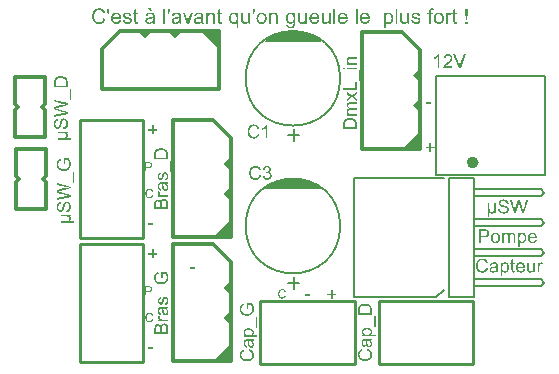
<source format=gto>
G04*
G04 #@! TF.GenerationSoftware,Altium Limited,Altium Designer,21.1.1 (26)*
G04*
G04 Layer_Color=65535*
%FSLAX24Y24*%
%MOIN*%
G70*
G04*
G04 #@! TF.SameCoordinates,F00D2E86-8B98-404A-8CF5-AA7CE4D76747*
G04*
G04*
G04 #@! TF.FilePolarity,Positive*
G04*
G01*
G75*
%ADD10C,0.0050*%
%ADD11C,0.0197*%
%ADD12C,0.0100*%
%ADD13C,0.0059*%
%ADD14C,0.0118*%
%ADD15C,0.0079*%
G36*
X7496Y815D02*
X6896Y215D01*
X7496Y215D01*
Y815D01*
D02*
G37*
G36*
X7496Y1915D02*
X7246Y1665D01*
X7496Y1415D01*
X7496Y1915D01*
D02*
G37*
G36*
X7496Y2915D02*
X7246Y2665D01*
X7496Y2415D01*
X7496Y2915D01*
D02*
G37*
G36*
Y6549D02*
X7246Y6799D01*
X7496Y7049D01*
X7496Y6549D01*
D02*
G37*
G36*
X9724Y6299D02*
X9724Y6299D01*
X9775Y6298D01*
X9876Y6287D01*
X9976Y6266D01*
X10073Y6234D01*
X10166Y6194D01*
X10255Y6145D01*
X10339Y6087D01*
X10417Y6021D01*
X10453Y5984D01*
X8642Y5984D01*
X8642D01*
X8677Y6021D01*
X8755Y6087D01*
X8839Y6145D01*
X8928Y6194D01*
X9022Y6234D01*
X9119Y6266D01*
X9219Y6287D01*
X9320Y6298D01*
X9371Y6299D01*
X9724Y6299D01*
D02*
G37*
G36*
X7496Y5549D02*
X7246Y5799D01*
X7496Y6049D01*
X7496Y5549D01*
D02*
G37*
G36*
Y4349D02*
X6896D01*
X7496Y4949D01*
Y4349D01*
D02*
G37*
G36*
X4368Y11236D02*
X4618Y10986D01*
X4868Y11236D01*
X4368Y11236D01*
D02*
G37*
G36*
X5368D02*
X5618Y10986D01*
X5868Y11236D01*
X5368Y11236D01*
D02*
G37*
G36*
X6468Y11236D02*
X7068Y10636D01*
X7068Y11236D01*
X6468Y11236D01*
D02*
G37*
G36*
X10453Y10906D02*
X10417Y10942D01*
X10339Y11008D01*
X10255Y11066D01*
X10166Y11115D01*
X10073Y11156D01*
X9976Y11187D01*
X9876Y11208D01*
X9775Y11220D01*
X9724Y11220D01*
X9724Y11220D01*
X9371Y11220D01*
X9320Y11220D01*
X9219Y11208D01*
X9119Y11187D01*
X9022Y11156D01*
X8928Y11115D01*
X8839Y11066D01*
X8755Y11008D01*
X8677Y10942D01*
X8642Y10906D01*
X8642D01*
X10453Y10906D01*
D02*
G37*
G36*
X13795Y7902D02*
X13195Y7302D01*
X13795Y7302D01*
Y7902D01*
D02*
G37*
G36*
X13795Y9002D02*
X13545Y8752D01*
X13795Y8502D01*
X13795Y9002D01*
D02*
G37*
G36*
X13795Y10002D02*
X13545Y9752D01*
X13795Y9502D01*
X13795Y10002D01*
D02*
G37*
G36*
X9205Y2617D02*
X9209Y2616D01*
X9214Y2616D01*
X9219Y2615D01*
X9224Y2614D01*
X9230Y2613D01*
X9237Y2612D01*
X9243Y2610D01*
X9249Y2607D01*
X9256Y2605D01*
X9262Y2601D01*
X9268Y2598D01*
X9274Y2594D01*
X9275Y2593D01*
X9276Y2593D01*
X9277Y2591D01*
X9279Y2590D01*
X9282Y2587D01*
X9285Y2584D01*
X9288Y2581D01*
X9291Y2577D01*
X9295Y2573D01*
X9298Y2568D01*
X9302Y2563D01*
X9305Y2557D01*
X9309Y2551D01*
X9312Y2544D01*
X9315Y2536D01*
X9318Y2529D01*
X9278Y2520D01*
Y2520D01*
X9277Y2521D01*
X9277Y2523D01*
X9276Y2525D01*
X9275Y2528D01*
X9274Y2531D01*
X9270Y2538D01*
X9266Y2546D01*
X9260Y2554D01*
X9255Y2562D01*
X9251Y2565D01*
X9247Y2568D01*
X9247Y2568D01*
X9246Y2569D01*
X9245Y2569D01*
X9244Y2570D01*
X9242Y2571D01*
X9239Y2573D01*
X9237Y2574D01*
X9234Y2575D01*
X9230Y2577D01*
X9226Y2578D01*
X9218Y2581D01*
X9208Y2582D01*
X9203Y2583D01*
X9194D01*
X9191Y2583D01*
X9188Y2582D01*
X9185Y2582D01*
X9181Y2582D01*
X9177Y2581D01*
X9167Y2579D01*
X9157Y2576D01*
X9153Y2574D01*
X9148Y2571D01*
X9143Y2569D01*
X9138Y2566D01*
X9138Y2566D01*
X9137Y2565D01*
X9136Y2564D01*
X9134Y2563D01*
X9133Y2561D01*
X9131Y2559D01*
X9128Y2557D01*
X9126Y2554D01*
X9123Y2551D01*
X9120Y2548D01*
X9115Y2540D01*
X9110Y2531D01*
X9106Y2521D01*
Y2521D01*
X9105Y2520D01*
X9105Y2518D01*
X9104Y2516D01*
X9104Y2513D01*
X9103Y2510D01*
X9102Y2507D01*
X9101Y2503D01*
X9100Y2499D01*
X9099Y2494D01*
X9098Y2485D01*
X9097Y2474D01*
X9096Y2463D01*
Y2463D01*
Y2461D01*
Y2459D01*
X9097Y2456D01*
Y2453D01*
X9097Y2449D01*
X9097Y2445D01*
X9098Y2440D01*
X9098Y2435D01*
X9099Y2429D01*
X9101Y2418D01*
X9104Y2407D01*
X9108Y2395D01*
Y2395D01*
X9108Y2394D01*
X9109Y2393D01*
X9110Y2391D01*
X9111Y2388D01*
X9113Y2386D01*
X9116Y2379D01*
X9121Y2372D01*
X9127Y2365D01*
X9134Y2358D01*
X9138Y2355D01*
X9142Y2352D01*
X9143D01*
X9143Y2352D01*
X9145Y2351D01*
X9147Y2350D01*
X9149Y2349D01*
X9152Y2348D01*
X9154Y2347D01*
X9158Y2345D01*
X9165Y2343D01*
X9174Y2341D01*
X9184Y2339D01*
X9189Y2339D01*
X9194Y2338D01*
X9197D01*
X9199Y2339D01*
X9202Y2339D01*
X9206Y2339D01*
X9210Y2340D01*
X9214Y2341D01*
X9223Y2343D01*
X9227Y2345D01*
X9232Y2346D01*
X9237Y2349D01*
X9242Y2351D01*
X9246Y2354D01*
X9251Y2358D01*
X9251Y2358D01*
X9252Y2359D01*
X9253Y2360D01*
X9255Y2361D01*
X9257Y2363D01*
X9259Y2366D01*
X9261Y2369D01*
X9264Y2372D01*
X9266Y2376D01*
X9269Y2380D01*
X9272Y2385D01*
X9274Y2390D01*
X9277Y2396D01*
X9279Y2402D01*
X9281Y2408D01*
X9283Y2415D01*
X9323Y2405D01*
Y2405D01*
X9322Y2403D01*
X9321Y2401D01*
X9320Y2397D01*
X9319Y2393D01*
X9317Y2388D01*
X9315Y2383D01*
X9312Y2377D01*
X9309Y2371D01*
X9306Y2365D01*
X9302Y2359D01*
X9298Y2352D01*
X9294Y2346D01*
X9289Y2341D01*
X9283Y2335D01*
X9277Y2330D01*
X9277Y2329D01*
X9276Y2329D01*
X9274Y2327D01*
X9271Y2326D01*
X9268Y2324D01*
X9264Y2322D01*
X9260Y2319D01*
X9255Y2317D01*
X9249Y2315D01*
X9243Y2312D01*
X9237Y2310D01*
X9230Y2308D01*
X9222Y2306D01*
X9214Y2305D01*
X9206Y2305D01*
X9197Y2304D01*
X9193D01*
X9189Y2305D01*
X9185Y2305D01*
X9180Y2305D01*
X9175Y2306D01*
X9169Y2307D01*
X9163Y2308D01*
X9156Y2309D01*
X9150Y2311D01*
X9143Y2312D01*
X9136Y2315D01*
X9130Y2317D01*
X9123Y2320D01*
X9117Y2324D01*
X9117Y2324D01*
X9116Y2325D01*
X9114Y2326D01*
X9113Y2327D01*
X9110Y2330D01*
X9107Y2332D01*
X9104Y2335D01*
X9100Y2339D01*
X9096Y2343D01*
X9093Y2347D01*
X9089Y2351D01*
X9085Y2357D01*
X9081Y2362D01*
X9077Y2368D01*
X9074Y2375D01*
X9071Y2382D01*
X9071Y2382D01*
X9070Y2383D01*
X9070Y2386D01*
X9069Y2388D01*
X9067Y2392D01*
X9066Y2396D01*
X9065Y2401D01*
X9063Y2406D01*
X9062Y2412D01*
X9060Y2418D01*
X9059Y2425D01*
X9058Y2432D01*
X9056Y2447D01*
X9055Y2455D01*
X9055Y2463D01*
Y2463D01*
Y2465D01*
Y2467D01*
X9055Y2470D01*
X9056Y2475D01*
X9056Y2480D01*
X9057Y2485D01*
X9057Y2491D01*
X9058Y2497D01*
X9059Y2504D01*
X9063Y2518D01*
X9065Y2525D01*
X9067Y2531D01*
X9070Y2539D01*
X9073Y2545D01*
X9073Y2546D01*
X9074Y2547D01*
X9075Y2549D01*
X9076Y2551D01*
X9078Y2554D01*
X9081Y2557D01*
X9083Y2561D01*
X9086Y2565D01*
X9090Y2569D01*
X9093Y2574D01*
X9098Y2578D01*
X9102Y2583D01*
X9107Y2587D01*
X9113Y2591D01*
X9118Y2595D01*
X9124Y2599D01*
X9125Y2599D01*
X9126Y2599D01*
X9128Y2600D01*
X9130Y2602D01*
X9133Y2603D01*
X9137Y2605D01*
X9141Y2606D01*
X9146Y2608D01*
X9151Y2610D01*
X9157Y2611D01*
X9163Y2613D01*
X9170Y2614D01*
X9183Y2616D01*
X9190Y2617D01*
X9198Y2617D01*
X9202D01*
X9205Y2617D01*
D02*
G37*
G36*
X10113Y2405D02*
X9941D01*
Y2461D01*
X10113D01*
Y2405D01*
D02*
G37*
G36*
X10870Y2462D02*
X10994D01*
Y2410D01*
X10870D01*
Y2285D01*
X10818D01*
Y2410D01*
X10694D01*
Y2462D01*
X10818D01*
Y2586D01*
X10870D01*
Y2462D01*
D02*
G37*
G36*
X4757Y6844D02*
X4765Y6844D01*
X4772Y6843D01*
X4779Y6842D01*
X4783Y6842D01*
X4786Y6841D01*
X4786D01*
X4787Y6841D01*
X4788D01*
X4790Y6841D01*
X4792Y6840D01*
X4794Y6840D01*
X4799Y6838D01*
X4805Y6836D01*
X4811Y6833D01*
X4818Y6831D01*
X4823Y6827D01*
X4824D01*
X4824Y6827D01*
X4826Y6825D01*
X4829Y6823D01*
X4832Y6819D01*
X4836Y6815D01*
X4840Y6810D01*
X4844Y6805D01*
X4848Y6798D01*
Y6797D01*
X4848Y6797D01*
X4849Y6796D01*
X4849Y6794D01*
X4850Y6793D01*
X4851Y6790D01*
X4853Y6786D01*
X4854Y6779D01*
X4856Y6772D01*
X4857Y6765D01*
X4857Y6756D01*
Y6756D01*
Y6755D01*
Y6753D01*
X4857Y6750D01*
X4857Y6747D01*
X4856Y6743D01*
X4855Y6739D01*
X4854Y6734D01*
X4853Y6729D01*
X4851Y6724D01*
X4849Y6718D01*
X4847Y6713D01*
X4844Y6707D01*
X4841Y6702D01*
X4837Y6696D01*
X4833Y6691D01*
X4832Y6691D01*
X4831Y6690D01*
X4830Y6689D01*
X4828Y6687D01*
X4825Y6685D01*
X4821Y6683D01*
X4817Y6680D01*
X4812Y6678D01*
X4806Y6675D01*
X4800Y6673D01*
X4793Y6671D01*
X4785Y6669D01*
X4776Y6667D01*
X4766Y6666D01*
X4755Y6665D01*
X4743Y6665D01*
X4666D01*
Y6542D01*
X4626D01*
Y6844D01*
X4751D01*
X4757Y6844D01*
D02*
G37*
G36*
X4776Y5963D02*
X4780Y5963D01*
X4785Y5962D01*
X4790Y5962D01*
X4795Y5961D01*
X4801Y5959D01*
X4807Y5958D01*
X4814Y5956D01*
X4820Y5954D01*
X4827Y5951D01*
X4833Y5948D01*
X4839Y5945D01*
X4845Y5940D01*
X4845Y5940D01*
X4846Y5939D01*
X4848Y5938D01*
X4850Y5936D01*
X4853Y5934D01*
X4856Y5931D01*
X4859Y5927D01*
X4862Y5924D01*
X4866Y5919D01*
X4869Y5914D01*
X4873Y5909D01*
X4876Y5903D01*
X4880Y5897D01*
X4883Y5890D01*
X4886Y5883D01*
X4888Y5875D01*
X4849Y5866D01*
Y5866D01*
X4848Y5867D01*
X4848Y5869D01*
X4847Y5872D01*
X4846Y5874D01*
X4844Y5877D01*
X4841Y5884D01*
X4837Y5892D01*
X4831Y5901D01*
X4825Y5908D01*
X4822Y5911D01*
X4818Y5914D01*
X4818Y5915D01*
X4817Y5915D01*
X4816Y5916D01*
X4815Y5917D01*
X4813Y5918D01*
X4810Y5919D01*
X4808Y5921D01*
X4804Y5922D01*
X4801Y5923D01*
X4797Y5925D01*
X4789Y5927D01*
X4779Y5929D01*
X4774Y5929D01*
X4765D01*
X4762Y5929D01*
X4759Y5929D01*
X4756Y5928D01*
X4752Y5928D01*
X4748Y5927D01*
X4738Y5925D01*
X4728Y5922D01*
X4723Y5920D01*
X4718Y5918D01*
X4714Y5915D01*
X4709Y5912D01*
X4709Y5912D01*
X4708Y5912D01*
X4707Y5911D01*
X4705Y5909D01*
X4704Y5908D01*
X4701Y5905D01*
X4699Y5903D01*
X4697Y5901D01*
X4694Y5897D01*
X4691Y5894D01*
X4686Y5886D01*
X4681Y5878D01*
X4676Y5867D01*
Y5867D01*
X4676Y5866D01*
X4676Y5864D01*
X4675Y5863D01*
X4675Y5860D01*
X4674Y5857D01*
X4673Y5853D01*
X4672Y5850D01*
X4671Y5845D01*
X4670Y5841D01*
X4669Y5831D01*
X4668Y5821D01*
X4667Y5809D01*
Y5809D01*
Y5808D01*
Y5806D01*
X4668Y5803D01*
Y5800D01*
X4668Y5796D01*
X4668Y5791D01*
X4669Y5786D01*
X4669Y5781D01*
X4670Y5776D01*
X4672Y5764D01*
X4675Y5753D01*
X4678Y5742D01*
Y5741D01*
X4679Y5741D01*
X4680Y5739D01*
X4680Y5737D01*
X4682Y5735D01*
X4683Y5732D01*
X4687Y5726D01*
X4692Y5719D01*
X4698Y5712D01*
X4705Y5705D01*
X4709Y5702D01*
X4713Y5699D01*
X4714D01*
X4714Y5698D01*
X4716Y5698D01*
X4717Y5697D01*
X4720Y5696D01*
X4722Y5694D01*
X4725Y5693D01*
X4729Y5692D01*
X4736Y5689D01*
X4745Y5687D01*
X4755Y5685D01*
X4759Y5685D01*
X4765Y5685D01*
X4768D01*
X4770Y5685D01*
X4773Y5685D01*
X4777Y5686D01*
X4780Y5686D01*
X4784Y5687D01*
X4794Y5689D01*
X4798Y5691D01*
X4803Y5693D01*
X4808Y5695D01*
X4813Y5698D01*
X4817Y5701D01*
X4822Y5704D01*
X4822Y5704D01*
X4823Y5705D01*
X4824Y5706D01*
X4826Y5708D01*
X4827Y5710D01*
X4830Y5712D01*
X4832Y5715D01*
X4835Y5719D01*
X4837Y5722D01*
X4840Y5727D01*
X4842Y5731D01*
X4845Y5737D01*
X4847Y5742D01*
X4850Y5748D01*
X4852Y5755D01*
X4854Y5762D01*
X4894Y5752D01*
Y5751D01*
X4893Y5749D01*
X4892Y5747D01*
X4891Y5743D01*
X4890Y5740D01*
X4888Y5735D01*
X4886Y5729D01*
X4883Y5724D01*
X4880Y5718D01*
X4877Y5712D01*
X4873Y5705D01*
X4869Y5699D01*
X4864Y5693D01*
X4860Y5687D01*
X4854Y5681D01*
X4848Y5676D01*
X4848Y5676D01*
X4846Y5675D01*
X4845Y5674D01*
X4842Y5672D01*
X4839Y5670D01*
X4835Y5668D01*
X4831Y5666D01*
X4826Y5663D01*
X4820Y5661D01*
X4814Y5659D01*
X4808Y5657D01*
X4800Y5655D01*
X4793Y5653D01*
X4785Y5652D01*
X4777Y5651D01*
X4768Y5651D01*
X4763D01*
X4760Y5651D01*
X4756Y5651D01*
X4751Y5652D01*
X4746Y5652D01*
X4740Y5653D01*
X4734Y5654D01*
X4727Y5656D01*
X4720Y5657D01*
X4714Y5659D01*
X4707Y5661D01*
X4700Y5664D01*
X4694Y5667D01*
X4688Y5670D01*
X4688Y5671D01*
X4687Y5671D01*
X4685Y5672D01*
X4683Y5674D01*
X4681Y5676D01*
X4678Y5679D01*
X4675Y5681D01*
X4671Y5685D01*
X4667Y5689D01*
X4663Y5693D01*
X4660Y5698D01*
X4656Y5703D01*
X4652Y5709D01*
X4648Y5715D01*
X4645Y5721D01*
X4642Y5728D01*
X4641Y5728D01*
X4641Y5730D01*
X4640Y5732D01*
X4639Y5735D01*
X4638Y5738D01*
X4637Y5742D01*
X4636Y5747D01*
X4634Y5752D01*
X4633Y5758D01*
X4631Y5764D01*
X4630Y5771D01*
X4629Y5778D01*
X4627Y5793D01*
X4626Y5801D01*
X4626Y5809D01*
Y5810D01*
Y5811D01*
Y5814D01*
X4626Y5817D01*
X4627Y5821D01*
X4627Y5826D01*
X4628Y5831D01*
X4628Y5837D01*
X4629Y5843D01*
X4630Y5850D01*
X4634Y5864D01*
X4636Y5871D01*
X4638Y5878D01*
X4641Y5885D01*
X4644Y5892D01*
X4644Y5892D01*
X4645Y5893D01*
X4646Y5895D01*
X4647Y5898D01*
X4649Y5901D01*
X4652Y5904D01*
X4654Y5907D01*
X4657Y5912D01*
X4661Y5916D01*
X4664Y5920D01*
X4669Y5925D01*
X4673Y5929D01*
X4678Y5933D01*
X4683Y5938D01*
X4689Y5942D01*
X4695Y5945D01*
X4696Y5946D01*
X4697Y5946D01*
X4698Y5947D01*
X4701Y5948D01*
X4704Y5949D01*
X4708Y5951D01*
X4712Y5953D01*
X4717Y5954D01*
X4722Y5956D01*
X4728Y5958D01*
X4734Y5959D01*
X4740Y5961D01*
X4754Y5963D01*
X4761Y5963D01*
X4769Y5964D01*
X4773D01*
X4776Y5963D01*
D02*
G37*
G36*
Y1829D02*
X4780Y1829D01*
X4785Y1828D01*
X4790Y1828D01*
X4795Y1827D01*
X4801Y1825D01*
X4807Y1824D01*
X4814Y1822D01*
X4820Y1820D01*
X4827Y1817D01*
X4833Y1814D01*
X4839Y1811D01*
X4845Y1806D01*
X4845Y1806D01*
X4846Y1805D01*
X4848Y1804D01*
X4850Y1802D01*
X4853Y1800D01*
X4856Y1797D01*
X4859Y1794D01*
X4862Y1790D01*
X4866Y1785D01*
X4869Y1780D01*
X4873Y1775D01*
X4876Y1769D01*
X4880Y1763D01*
X4883Y1756D01*
X4886Y1749D01*
X4888Y1741D01*
X4849Y1732D01*
Y1733D01*
X4848Y1734D01*
X4848Y1736D01*
X4847Y1738D01*
X4846Y1740D01*
X4844Y1743D01*
X4841Y1751D01*
X4837Y1759D01*
X4831Y1767D01*
X4825Y1774D01*
X4822Y1778D01*
X4818Y1780D01*
X4818Y1781D01*
X4817Y1781D01*
X4816Y1782D01*
X4815Y1783D01*
X4813Y1784D01*
X4810Y1785D01*
X4808Y1787D01*
X4804Y1788D01*
X4801Y1789D01*
X4797Y1791D01*
X4789Y1793D01*
X4779Y1795D01*
X4774Y1796D01*
X4765D01*
X4762Y1795D01*
X4759Y1795D01*
X4756Y1795D01*
X4752Y1794D01*
X4748Y1794D01*
X4738Y1791D01*
X4728Y1788D01*
X4723Y1786D01*
X4718Y1784D01*
X4714Y1781D01*
X4709Y1779D01*
X4709Y1778D01*
X4708Y1778D01*
X4707Y1777D01*
X4705Y1776D01*
X4704Y1774D01*
X4701Y1772D01*
X4699Y1769D01*
X4697Y1767D01*
X4694Y1763D01*
X4691Y1760D01*
X4686Y1753D01*
X4681Y1744D01*
X4676Y1734D01*
Y1733D01*
X4676Y1732D01*
X4676Y1731D01*
X4675Y1729D01*
X4675Y1726D01*
X4674Y1723D01*
X4673Y1719D01*
X4672Y1716D01*
X4671Y1712D01*
X4670Y1707D01*
X4669Y1697D01*
X4668Y1687D01*
X4667Y1676D01*
Y1675D01*
Y1674D01*
Y1672D01*
X4668Y1669D01*
Y1666D01*
X4668Y1662D01*
X4668Y1657D01*
X4669Y1653D01*
X4669Y1647D01*
X4670Y1642D01*
X4672Y1631D01*
X4675Y1619D01*
X4678Y1608D01*
Y1608D01*
X4679Y1607D01*
X4680Y1605D01*
X4680Y1603D01*
X4682Y1601D01*
X4683Y1598D01*
X4687Y1592D01*
X4692Y1585D01*
X4698Y1578D01*
X4705Y1571D01*
X4709Y1568D01*
X4713Y1565D01*
X4714D01*
X4714Y1564D01*
X4716Y1564D01*
X4717Y1563D01*
X4720Y1562D01*
X4722Y1560D01*
X4725Y1559D01*
X4729Y1558D01*
X4736Y1555D01*
X4745Y1553D01*
X4755Y1552D01*
X4759Y1551D01*
X4765Y1551D01*
X4768D01*
X4770Y1551D01*
X4773Y1552D01*
X4777Y1552D01*
X4780Y1553D01*
X4784Y1553D01*
X4794Y1555D01*
X4798Y1557D01*
X4803Y1559D01*
X4808Y1561D01*
X4813Y1564D01*
X4817Y1567D01*
X4822Y1570D01*
X4822Y1571D01*
X4823Y1571D01*
X4824Y1572D01*
X4826Y1574D01*
X4827Y1576D01*
X4830Y1578D01*
X4832Y1581D01*
X4835Y1585D01*
X4837Y1589D01*
X4840Y1593D01*
X4842Y1597D01*
X4845Y1603D01*
X4847Y1608D01*
X4850Y1615D01*
X4852Y1621D01*
X4854Y1628D01*
X4894Y1618D01*
Y1617D01*
X4893Y1616D01*
X4892Y1613D01*
X4891Y1610D01*
X4890Y1606D01*
X4888Y1601D01*
X4886Y1595D01*
X4883Y1590D01*
X4880Y1584D01*
X4877Y1578D01*
X4873Y1571D01*
X4869Y1565D01*
X4864Y1559D01*
X4860Y1553D01*
X4854Y1548D01*
X4848Y1542D01*
X4848Y1542D01*
X4846Y1541D01*
X4845Y1540D01*
X4842Y1538D01*
X4839Y1536D01*
X4835Y1534D01*
X4831Y1532D01*
X4826Y1530D01*
X4820Y1527D01*
X4814Y1525D01*
X4808Y1523D01*
X4800Y1521D01*
X4793Y1519D01*
X4785Y1518D01*
X4777Y1517D01*
X4768Y1517D01*
X4763D01*
X4760Y1517D01*
X4756Y1517D01*
X4751Y1518D01*
X4746Y1518D01*
X4740Y1519D01*
X4734Y1520D01*
X4727Y1522D01*
X4720Y1523D01*
X4714Y1525D01*
X4707Y1527D01*
X4700Y1530D01*
X4694Y1533D01*
X4688Y1536D01*
X4688Y1537D01*
X4687Y1537D01*
X4685Y1538D01*
X4683Y1540D01*
X4681Y1542D01*
X4678Y1545D01*
X4675Y1548D01*
X4671Y1551D01*
X4667Y1555D01*
X4663Y1559D01*
X4660Y1564D01*
X4656Y1569D01*
X4652Y1575D01*
X4648Y1581D01*
X4645Y1587D01*
X4642Y1594D01*
X4641Y1595D01*
X4641Y1596D01*
X4640Y1598D01*
X4639Y1601D01*
X4638Y1604D01*
X4637Y1608D01*
X4636Y1613D01*
X4634Y1618D01*
X4633Y1624D01*
X4631Y1631D01*
X4630Y1637D01*
X4629Y1644D01*
X4627Y1659D01*
X4626Y1667D01*
X4626Y1675D01*
Y1676D01*
Y1677D01*
Y1680D01*
X4626Y1683D01*
X4627Y1687D01*
X4627Y1692D01*
X4628Y1698D01*
X4628Y1703D01*
X4629Y1710D01*
X4630Y1716D01*
X4634Y1730D01*
X4636Y1737D01*
X4638Y1744D01*
X4641Y1751D01*
X4644Y1758D01*
X4644Y1758D01*
X4645Y1759D01*
X4646Y1761D01*
X4647Y1764D01*
X4649Y1767D01*
X4652Y1770D01*
X4654Y1774D01*
X4657Y1778D01*
X4661Y1782D01*
X4664Y1786D01*
X4669Y1791D01*
X4673Y1795D01*
X4678Y1800D01*
X4683Y1804D01*
X4689Y1808D01*
X4695Y1811D01*
X4696Y1812D01*
X4697Y1812D01*
X4698Y1813D01*
X4701Y1814D01*
X4704Y1816D01*
X4708Y1817D01*
X4712Y1819D01*
X4717Y1821D01*
X4722Y1822D01*
X4728Y1824D01*
X4734Y1825D01*
X4740Y1827D01*
X4754Y1829D01*
X4761Y1829D01*
X4769Y1830D01*
X4773D01*
X4776Y1829D01*
D02*
G37*
G36*
X4757Y2710D02*
X4765Y2710D01*
X4772Y2709D01*
X4779Y2708D01*
X4783Y2708D01*
X4786Y2707D01*
X4786D01*
X4787Y2707D01*
X4788D01*
X4790Y2707D01*
X4792Y2706D01*
X4794Y2706D01*
X4799Y2704D01*
X4805Y2702D01*
X4811Y2700D01*
X4818Y2697D01*
X4823Y2693D01*
X4824D01*
X4824Y2693D01*
X4826Y2691D01*
X4829Y2689D01*
X4832Y2686D01*
X4836Y2682D01*
X4840Y2676D01*
X4844Y2671D01*
X4848Y2664D01*
Y2664D01*
X4848Y2663D01*
X4849Y2662D01*
X4849Y2661D01*
X4850Y2659D01*
X4851Y2657D01*
X4853Y2652D01*
X4854Y2645D01*
X4856Y2639D01*
X4857Y2631D01*
X4857Y2623D01*
Y2622D01*
Y2621D01*
Y2619D01*
X4857Y2616D01*
X4857Y2613D01*
X4856Y2609D01*
X4855Y2605D01*
X4854Y2600D01*
X4853Y2595D01*
X4851Y2590D01*
X4849Y2584D01*
X4847Y2579D01*
X4844Y2573D01*
X4841Y2568D01*
X4837Y2562D01*
X4833Y2557D01*
X4832Y2557D01*
X4831Y2556D01*
X4830Y2555D01*
X4828Y2553D01*
X4825Y2551D01*
X4821Y2549D01*
X4817Y2546D01*
X4812Y2544D01*
X4806Y2542D01*
X4800Y2539D01*
X4793Y2537D01*
X4785Y2535D01*
X4776Y2533D01*
X4766Y2532D01*
X4755Y2531D01*
X4743Y2531D01*
X4666D01*
Y2408D01*
X4626D01*
Y2710D01*
X4751D01*
X4757Y2710D01*
D02*
G37*
G36*
X14194Y11978D02*
X14201D01*
X14209Y11977D01*
X14219Y11976D01*
X14230Y11975D01*
X14242Y11972D01*
X14232Y11918D01*
X14231D01*
X14229Y11919D01*
X14225Y11919D01*
X14220Y11921D01*
X14215Y11921D01*
X14209Y11922D01*
X14196Y11922D01*
X14191D01*
X14186Y11922D01*
X14180Y11921D01*
X14173Y11919D01*
X14167Y11917D01*
X14161Y11914D01*
X14156Y11910D01*
X14155Y11910D01*
X14154Y11908D01*
X14152Y11905D01*
X14151Y11900D01*
X14148Y11894D01*
X14146Y11886D01*
X14145Y11877D01*
X14145Y11865D01*
Y11832D01*
X14216D01*
Y11784D01*
X14145D01*
Y11467D01*
X14083D01*
Y11784D01*
X14028D01*
Y11832D01*
X14083D01*
Y11870D01*
Y11871D01*
Y11872D01*
Y11874D01*
Y11876D01*
X14083Y11883D01*
X14084Y11891D01*
X14084Y11900D01*
X14086Y11909D01*
X14087Y11917D01*
X14089Y11925D01*
Y11925D01*
X14090Y11926D01*
X14091Y11929D01*
X14093Y11933D01*
X14096Y11939D01*
X14101Y11945D01*
X14106Y11952D01*
X14113Y11958D01*
X14121Y11964D01*
X14122Y11964D01*
X14125Y11966D01*
X14130Y11969D01*
X14137Y11971D01*
X14146Y11974D01*
X14157Y11977D01*
X14170Y11978D01*
X14184Y11979D01*
X14188D01*
X14194Y11978D01*
D02*
G37*
G36*
X4851Y11877D02*
X4801D01*
X4722Y11974D01*
X4805D01*
X4851Y11877D01*
D02*
G37*
G36*
X3104Y11979D02*
X3111Y11978D01*
X3119Y11977D01*
X3127Y11976D01*
X3136Y11975D01*
X3146Y11972D01*
X3156Y11970D01*
X3167Y11967D01*
X3178Y11963D01*
X3188Y11959D01*
X3199Y11953D01*
X3209Y11948D01*
X3219Y11941D01*
X3220Y11940D01*
X3221Y11939D01*
X3224Y11937D01*
X3227Y11934D01*
X3232Y11930D01*
X3237Y11925D01*
X3241Y11919D01*
X3247Y11913D01*
X3253Y11906D01*
X3259Y11898D01*
X3265Y11889D01*
X3271Y11879D01*
X3277Y11869D01*
X3282Y11857D01*
X3287Y11845D01*
X3291Y11833D01*
X3226Y11817D01*
Y11818D01*
X3225Y11820D01*
X3224Y11823D01*
X3222Y11827D01*
X3221Y11831D01*
X3218Y11836D01*
X3213Y11848D01*
X3205Y11861D01*
X3196Y11875D01*
X3186Y11887D01*
X3180Y11893D01*
X3174Y11898D01*
X3174Y11898D01*
X3173Y11899D01*
X3171Y11900D01*
X3168Y11901D01*
X3165Y11904D01*
X3161Y11906D01*
X3157Y11908D01*
X3151Y11910D01*
X3145Y11912D01*
X3139Y11915D01*
X3125Y11919D01*
X3109Y11922D01*
X3100Y11923D01*
X3085D01*
X3081Y11922D01*
X3076Y11922D01*
X3070Y11921D01*
X3063Y11921D01*
X3057Y11919D01*
X3041Y11916D01*
X3025Y11911D01*
X3016Y11907D01*
X3008Y11904D01*
X3001Y11899D01*
X2993Y11894D01*
X2992Y11894D01*
X2991Y11893D01*
X2989Y11892D01*
X2986Y11889D01*
X2984Y11887D01*
X2980Y11883D01*
X2976Y11879D01*
X2972Y11875D01*
X2967Y11869D01*
X2962Y11864D01*
X2954Y11851D01*
X2946Y11837D01*
X2938Y11820D01*
Y11819D01*
X2938Y11817D01*
X2937Y11815D01*
X2936Y11811D01*
X2935Y11807D01*
X2934Y11802D01*
X2932Y11796D01*
X2931Y11790D01*
X2929Y11783D01*
X2928Y11775D01*
X2925Y11759D01*
X2924Y11741D01*
X2923Y11723D01*
Y11722D01*
Y11720D01*
Y11717D01*
X2924Y11712D01*
Y11707D01*
X2924Y11700D01*
X2925Y11693D01*
X2925Y11685D01*
X2926Y11676D01*
X2928Y11667D01*
X2931Y11648D01*
X2936Y11629D01*
X2942Y11610D01*
Y11610D01*
X2943Y11608D01*
X2944Y11606D01*
X2945Y11603D01*
X2947Y11598D01*
X2950Y11594D01*
X2956Y11584D01*
X2964Y11572D01*
X2974Y11560D01*
X2986Y11549D01*
X2992Y11544D01*
X3000Y11539D01*
X3000D01*
X3001Y11538D01*
X3003Y11537D01*
X3007Y11535D01*
X3010Y11533D01*
X3015Y11531D01*
X3020Y11530D01*
X3025Y11527D01*
X3038Y11523D01*
X3053Y11519D01*
X3068Y11517D01*
X3077Y11516D01*
X3085Y11515D01*
X3091D01*
X3095Y11516D01*
X3099Y11517D01*
X3105Y11517D01*
X3112Y11518D01*
X3118Y11519D01*
X3133Y11523D01*
X3141Y11526D01*
X3149Y11529D01*
X3157Y11533D01*
X3165Y11537D01*
X3173Y11542D01*
X3180Y11548D01*
X3181Y11548D01*
X3182Y11549D01*
X3184Y11551D01*
X3187Y11554D01*
X3190Y11557D01*
X3193Y11561D01*
X3197Y11566D01*
X3202Y11572D01*
X3206Y11578D01*
X3210Y11585D01*
X3215Y11593D01*
X3219Y11602D01*
X3223Y11611D01*
X3227Y11621D01*
X3231Y11632D01*
X3233Y11644D01*
X3300Y11627D01*
Y11626D01*
X3299Y11623D01*
X3298Y11619D01*
X3295Y11613D01*
X3293Y11607D01*
X3290Y11598D01*
X3287Y11590D01*
X3282Y11580D01*
X3277Y11570D01*
X3272Y11560D01*
X3266Y11549D01*
X3259Y11539D01*
X3251Y11529D01*
X3243Y11519D01*
X3234Y11510D01*
X3224Y11501D01*
X3223Y11501D01*
X3221Y11500D01*
X3219Y11497D01*
X3214Y11495D01*
X3209Y11491D01*
X3203Y11488D01*
X3196Y11484D01*
X3187Y11480D01*
X3178Y11476D01*
X3168Y11472D01*
X3157Y11468D01*
X3145Y11465D01*
X3132Y11463D01*
X3119Y11460D01*
X3105Y11459D01*
X3091Y11459D01*
X3083D01*
X3077Y11459D01*
X3071Y11460D01*
X3062Y11460D01*
X3054Y11461D01*
X3044Y11463D01*
X3033Y11465D01*
X3022Y11467D01*
X3012Y11470D01*
X3001Y11472D01*
X2989Y11476D01*
X2978Y11481D01*
X2968Y11485D01*
X2958Y11491D01*
X2958Y11492D01*
X2956Y11493D01*
X2953Y11495D01*
X2950Y11497D01*
X2946Y11501D01*
X2941Y11505D01*
X2935Y11510D01*
X2929Y11516D01*
X2923Y11523D01*
X2917Y11530D01*
X2911Y11537D01*
X2904Y11546D01*
X2897Y11555D01*
X2891Y11565D01*
X2886Y11576D01*
X2881Y11588D01*
X2880Y11588D01*
X2879Y11590D01*
X2878Y11594D01*
X2877Y11598D01*
X2875Y11604D01*
X2872Y11611D01*
X2870Y11619D01*
X2867Y11628D01*
X2865Y11638D01*
X2863Y11648D01*
X2860Y11659D01*
X2859Y11671D01*
X2855Y11696D01*
X2855Y11709D01*
X2854Y11722D01*
Y11723D01*
Y11726D01*
Y11730D01*
X2855Y11736D01*
X2855Y11743D01*
X2856Y11751D01*
X2857Y11760D01*
X2858Y11769D01*
X2860Y11780D01*
X2861Y11791D01*
X2867Y11814D01*
X2871Y11826D01*
X2875Y11837D01*
X2879Y11849D01*
X2884Y11860D01*
X2885Y11861D01*
X2886Y11863D01*
X2888Y11865D01*
X2890Y11870D01*
X2893Y11875D01*
X2897Y11880D01*
X2901Y11886D01*
X2906Y11893D01*
X2912Y11900D01*
X2918Y11907D01*
X2925Y11915D01*
X2933Y11922D01*
X2941Y11929D01*
X2950Y11936D01*
X2960Y11943D01*
X2970Y11949D01*
X2970Y11950D01*
X2972Y11950D01*
X2975Y11952D01*
X2979Y11954D01*
X2984Y11956D01*
X2991Y11959D01*
X2998Y11962D01*
X3006Y11964D01*
X3014Y11967D01*
X3024Y11970D01*
X3034Y11972D01*
X3045Y11975D01*
X3067Y11978D01*
X3079Y11979D01*
X3092Y11980D01*
X3099D01*
X3104Y11979D01*
D02*
G37*
G36*
X8277Y11886D02*
X8260Y11792D01*
X8222D01*
X8206Y11886D01*
Y11971D01*
X8277D01*
Y11886D01*
D02*
G37*
G36*
X5442D02*
X5425Y11792D01*
X5387D01*
X5371Y11886D01*
Y11971D01*
X5442D01*
Y11886D01*
D02*
G37*
G36*
X3430D02*
X3413Y11792D01*
X3375D01*
X3359Y11886D01*
Y11971D01*
X3430D01*
Y11886D01*
D02*
G37*
G36*
X12751Y11840D02*
X12755D01*
X12760Y11839D01*
X12765Y11838D01*
X12771Y11837D01*
X12784Y11834D01*
X12798Y11830D01*
X12812Y11824D01*
X12819Y11820D01*
X12825Y11816D01*
X12826D01*
X12827Y11815D01*
X12829Y11813D01*
X12831Y11811D01*
X12838Y11806D01*
X12846Y11798D01*
X12854Y11788D01*
X12864Y11777D01*
X12872Y11763D01*
X12879Y11748D01*
Y11748D01*
X12880Y11746D01*
X12881Y11744D01*
X12882Y11740D01*
X12884Y11737D01*
X12885Y11732D01*
X12887Y11726D01*
X12889Y11720D01*
X12890Y11713D01*
X12892Y11705D01*
X12895Y11689D01*
X12897Y11671D01*
X12898Y11652D01*
Y11651D01*
Y11649D01*
Y11646D01*
X12897Y11643D01*
Y11638D01*
X12897Y11632D01*
X12896Y11625D01*
X12895Y11618D01*
X12893Y11603D01*
X12889Y11586D01*
X12884Y11568D01*
X12878Y11551D01*
Y11550D01*
X12877Y11549D01*
X12876Y11547D01*
X12874Y11544D01*
X12872Y11540D01*
X12870Y11536D01*
X12863Y11526D01*
X12855Y11514D01*
X12844Y11503D01*
X12833Y11492D01*
X12819Y11482D01*
X12819D01*
X12818Y11481D01*
X12816Y11480D01*
X12813Y11478D01*
X12809Y11477D01*
X12805Y11475D01*
X12800Y11473D01*
X12795Y11471D01*
X12783Y11466D01*
X12769Y11463D01*
X12754Y11460D01*
X12747Y11459D01*
X12739Y11459D01*
X12733D01*
X12728Y11459D01*
X12720Y11460D01*
X12711Y11462D01*
X12702Y11464D01*
X12692Y11467D01*
X12683Y11471D01*
X12682Y11472D01*
X12679Y11473D01*
X12674Y11477D01*
X12669Y11481D01*
X12662Y11485D01*
X12656Y11491D01*
X12649Y11497D01*
X12643Y11505D01*
Y11327D01*
X12581D01*
Y11832D01*
X12638D01*
Y11785D01*
X12639Y11785D01*
X12641Y11788D01*
X12645Y11794D01*
X12651Y11800D01*
X12657Y11806D01*
X12665Y11814D01*
X12673Y11820D01*
X12682Y11826D01*
X12683D01*
X12683Y11827D01*
X12687Y11828D01*
X12692Y11831D01*
X12699Y11833D01*
X12708Y11836D01*
X12718Y11838D01*
X12730Y11840D01*
X12743Y11840D01*
X12747D01*
X12751Y11840D01*
D02*
G37*
G36*
X8927D02*
X8930D01*
X8938Y11839D01*
X8948Y11838D01*
X8958Y11835D01*
X8968Y11832D01*
X8979Y11828D01*
X8979D01*
X8980Y11828D01*
X8983Y11826D01*
X8988Y11823D01*
X8995Y11820D01*
X9001Y11815D01*
X9008Y11810D01*
X9015Y11804D01*
X9020Y11797D01*
X9021Y11796D01*
X9022Y11794D01*
X9025Y11790D01*
X9028Y11784D01*
X9031Y11778D01*
X9034Y11770D01*
X9037Y11761D01*
X9039Y11751D01*
Y11751D01*
X9040Y11748D01*
X9041Y11744D01*
X9042Y11738D01*
X9042Y11729D01*
Y11725D01*
X9043Y11719D01*
Y11713D01*
X9043Y11706D01*
Y11699D01*
Y11691D01*
Y11467D01*
X8982D01*
Y11689D01*
Y11690D01*
Y11691D01*
Y11693D01*
Y11695D01*
Y11698D01*
X8981Y11702D01*
X8980Y11710D01*
X8980Y11720D01*
X8978Y11729D01*
X8977Y11738D01*
X8974Y11745D01*
X8973Y11746D01*
X8972Y11749D01*
X8971Y11752D01*
X8968Y11756D01*
X8965Y11761D01*
X8960Y11766D01*
X8955Y11771D01*
X8948Y11775D01*
X8948Y11776D01*
X8945Y11777D01*
X8941Y11779D01*
X8936Y11781D01*
X8930Y11783D01*
X8923Y11785D01*
X8914Y11786D01*
X8905Y11787D01*
X8901D01*
X8899Y11786D01*
X8895D01*
X8891Y11786D01*
X8882Y11784D01*
X8871Y11781D01*
X8860Y11776D01*
X8848Y11770D01*
X8842Y11766D01*
X8837Y11762D01*
X8836Y11761D01*
X8836Y11761D01*
X8834Y11759D01*
X8832Y11757D01*
X8830Y11754D01*
X8828Y11750D01*
X8825Y11746D01*
X8823Y11740D01*
X8820Y11734D01*
X8817Y11727D01*
X8815Y11720D01*
X8813Y11711D01*
X8811Y11701D01*
X8810Y11691D01*
X8809Y11679D01*
X8808Y11666D01*
Y11467D01*
X8747D01*
Y11832D01*
X8802D01*
Y11780D01*
X8803Y11780D01*
X8804Y11782D01*
X8807Y11785D01*
X8810Y11789D01*
X8814Y11794D01*
X8819Y11799D01*
X8825Y11804D01*
X8832Y11810D01*
X8840Y11816D01*
X8848Y11821D01*
X8858Y11826D01*
X8868Y11831D01*
X8879Y11835D01*
X8891Y11838D01*
X8905Y11840D01*
X8918Y11840D01*
X8924D01*
X8927Y11840D01*
D02*
G37*
G36*
X6836D02*
X6839D01*
X6847Y11839D01*
X6857Y11838D01*
X6867Y11835D01*
X6877Y11832D01*
X6888Y11828D01*
X6888D01*
X6889Y11828D01*
X6892Y11826D01*
X6897Y11823D01*
X6903Y11820D01*
X6910Y11815D01*
X6917Y11810D01*
X6924Y11804D01*
X6929Y11797D01*
X6930Y11796D01*
X6931Y11794D01*
X6934Y11790D01*
X6937Y11784D01*
X6940Y11778D01*
X6943Y11770D01*
X6946Y11761D01*
X6948Y11751D01*
Y11751D01*
X6949Y11748D01*
X6949Y11744D01*
X6950Y11738D01*
X6951Y11729D01*
Y11725D01*
X6952Y11719D01*
Y11713D01*
X6952Y11706D01*
Y11699D01*
Y11691D01*
Y11467D01*
X6890D01*
Y11689D01*
Y11690D01*
Y11691D01*
Y11693D01*
Y11695D01*
Y11698D01*
X6890Y11702D01*
X6889Y11710D01*
X6889Y11720D01*
X6887Y11729D01*
X6885Y11738D01*
X6883Y11745D01*
X6882Y11746D01*
X6881Y11749D01*
X6879Y11752D01*
X6877Y11756D01*
X6873Y11761D01*
X6869Y11766D01*
X6864Y11771D01*
X6857Y11775D01*
X6857Y11776D01*
X6854Y11777D01*
X6850Y11779D01*
X6845Y11781D01*
X6838Y11783D01*
X6831Y11785D01*
X6823Y11786D01*
X6814Y11787D01*
X6810D01*
X6807Y11786D01*
X6804D01*
X6800Y11786D01*
X6790Y11784D01*
X6780Y11781D01*
X6769Y11776D01*
X6757Y11770D01*
X6751Y11766D01*
X6746Y11762D01*
X6745Y11761D01*
X6745Y11761D01*
X6743Y11759D01*
X6741Y11757D01*
X6739Y11754D01*
X6737Y11750D01*
X6734Y11746D01*
X6731Y11740D01*
X6729Y11734D01*
X6726Y11727D01*
X6724Y11720D01*
X6722Y11711D01*
X6720Y11701D01*
X6718Y11691D01*
X6718Y11679D01*
X6717Y11666D01*
Y11467D01*
X6656D01*
Y11832D01*
X6711D01*
Y11780D01*
X6712Y11780D01*
X6713Y11782D01*
X6716Y11785D01*
X6719Y11789D01*
X6723Y11794D01*
X6728Y11799D01*
X6734Y11804D01*
X6741Y11810D01*
X6748Y11816D01*
X6757Y11821D01*
X6766Y11826D01*
X6777Y11831D01*
X6788Y11835D01*
X6800Y11838D01*
X6813Y11840D01*
X6827Y11840D01*
X6832D01*
X6836Y11840D01*
D02*
G37*
G36*
X14794D02*
X14797D01*
X14800Y11839D01*
X14808Y11838D01*
X14818Y11835D01*
X14829Y11832D01*
X14841Y11827D01*
X14853Y11820D01*
X14831Y11763D01*
X14830Y11763D01*
X14827Y11765D01*
X14823Y11767D01*
X14817Y11770D01*
X14810Y11772D01*
X14802Y11774D01*
X14794Y11776D01*
X14786Y11776D01*
X14782D01*
X14778Y11776D01*
X14774Y11775D01*
X14768Y11773D01*
X14762Y11771D01*
X14755Y11768D01*
X14749Y11764D01*
X14748Y11763D01*
X14746Y11762D01*
X14743Y11759D01*
X14740Y11755D01*
X14736Y11750D01*
X14733Y11745D01*
X14729Y11738D01*
X14726Y11730D01*
Y11729D01*
X14725Y11728D01*
X14725Y11727D01*
X14724Y11725D01*
X14724Y11721D01*
X14723Y11717D01*
X14721Y11709D01*
X14719Y11698D01*
X14718Y11686D01*
X14717Y11672D01*
X14716Y11658D01*
Y11467D01*
X14654D01*
Y11832D01*
X14710D01*
Y11777D01*
X14711Y11778D01*
X14712Y11780D01*
X14714Y11782D01*
X14718Y11790D01*
X14723Y11797D01*
X14729Y11806D01*
X14736Y11815D01*
X14742Y11822D01*
X14746Y11825D01*
X14749Y11828D01*
X14751Y11828D01*
X14753Y11830D01*
X14757Y11832D01*
X14761Y11834D01*
X14767Y11837D01*
X14774Y11838D01*
X14781Y11840D01*
X14789Y11840D01*
X14792D01*
X14794Y11840D01*
D02*
G37*
G36*
X13651D02*
X13656D01*
X13666Y11839D01*
X13678Y11837D01*
X13691Y11835D01*
X13703Y11832D01*
X13716Y11828D01*
X13716D01*
X13718Y11827D01*
X13719Y11827D01*
X13721Y11826D01*
X13727Y11823D01*
X13734Y11819D01*
X13742Y11814D01*
X13750Y11808D01*
X13757Y11802D01*
X13764Y11794D01*
X13764Y11793D01*
X13767Y11790D01*
X13769Y11785D01*
X13773Y11779D01*
X13777Y11771D01*
X13780Y11761D01*
X13783Y11750D01*
X13786Y11738D01*
X13725Y11729D01*
Y11730D01*
Y11731D01*
X13724Y11734D01*
X13723Y11739D01*
X13721Y11745D01*
X13718Y11752D01*
X13713Y11760D01*
X13708Y11767D01*
X13701Y11773D01*
X13700Y11774D01*
X13697Y11776D01*
X13693Y11779D01*
X13687Y11781D01*
X13679Y11785D01*
X13669Y11787D01*
X13658Y11789D01*
X13645Y11790D01*
X13638D01*
X13635Y11789D01*
X13631D01*
X13621Y11788D01*
X13612Y11786D01*
X13601Y11784D01*
X13592Y11780D01*
X13588Y11778D01*
X13584Y11775D01*
X13584Y11775D01*
X13582Y11773D01*
X13579Y11770D01*
X13576Y11766D01*
X13572Y11761D01*
X13569Y11755D01*
X13567Y11749D01*
X13566Y11742D01*
Y11741D01*
Y11740D01*
X13567Y11738D01*
X13567Y11735D01*
X13570Y11728D01*
X13571Y11724D01*
X13573Y11720D01*
X13574Y11720D01*
X13575Y11719D01*
X13577Y11717D01*
X13579Y11715D01*
X13583Y11712D01*
X13587Y11709D01*
X13592Y11707D01*
X13597Y11704D01*
X13598D01*
X13600Y11703D01*
X13603Y11702D01*
X13608Y11701D01*
X13611Y11699D01*
X13615Y11698D01*
X13619Y11697D01*
X13624Y11696D01*
X13630Y11694D01*
X13637Y11692D01*
X13644Y11690D01*
X13652Y11688D01*
X13653D01*
X13655Y11687D01*
X13658Y11686D01*
X13663Y11685D01*
X13668Y11684D01*
X13674Y11682D01*
X13681Y11680D01*
X13688Y11678D01*
X13703Y11673D01*
X13718Y11668D01*
X13725Y11666D01*
X13732Y11663D01*
X13738Y11661D01*
X13743Y11659D01*
X13744D01*
X13744Y11659D01*
X13748Y11657D01*
X13752Y11655D01*
X13758Y11651D01*
X13764Y11646D01*
X13772Y11641D01*
X13778Y11634D01*
X13784Y11627D01*
X13785Y11626D01*
X13786Y11623D01*
X13789Y11619D01*
X13792Y11612D01*
X13795Y11604D01*
X13797Y11596D01*
X13799Y11585D01*
X13799Y11574D01*
Y11573D01*
Y11572D01*
Y11571D01*
Y11568D01*
X13798Y11562D01*
X13797Y11555D01*
X13795Y11546D01*
X13792Y11536D01*
X13787Y11526D01*
X13781Y11515D01*
Y11515D01*
X13780Y11514D01*
X13778Y11511D01*
X13773Y11506D01*
X13768Y11500D01*
X13760Y11493D01*
X13751Y11486D01*
X13741Y11479D01*
X13729Y11473D01*
X13728D01*
X13727Y11473D01*
X13726Y11472D01*
X13723Y11471D01*
X13720Y11470D01*
X13716Y11468D01*
X13712Y11467D01*
X13707Y11466D01*
X13695Y11464D01*
X13682Y11461D01*
X13668Y11459D01*
X13652Y11459D01*
X13645D01*
X13640Y11459D01*
X13635Y11460D01*
X13627Y11460D01*
X13620Y11461D01*
X13612Y11463D01*
X13594Y11466D01*
X13576Y11471D01*
X13567Y11474D01*
X13558Y11478D01*
X13550Y11483D01*
X13543Y11488D01*
X13542Y11488D01*
X13541Y11489D01*
X13540Y11491D01*
X13537Y11493D01*
X13534Y11496D01*
X13531Y11500D01*
X13527Y11505D01*
X13523Y11509D01*
X13519Y11515D01*
X13515Y11522D01*
X13511Y11529D01*
X13507Y11537D01*
X13504Y11545D01*
X13501Y11555D01*
X13498Y11565D01*
X13496Y11576D01*
X13557Y11585D01*
Y11585D01*
X13558Y11584D01*
Y11582D01*
X13558Y11579D01*
X13559Y11576D01*
X13560Y11573D01*
X13562Y11565D01*
X13566Y11555D01*
X13571Y11545D01*
X13577Y11537D01*
X13585Y11529D01*
X13586D01*
X13587Y11528D01*
X13590Y11526D01*
X13595Y11523D01*
X13603Y11519D01*
X13612Y11515D01*
X13624Y11513D01*
X13637Y11511D01*
X13651Y11509D01*
X13656D01*
X13659Y11510D01*
X13662D01*
X13666Y11511D01*
X13676Y11512D01*
X13686Y11514D01*
X13697Y11517D01*
X13707Y11521D01*
X13715Y11526D01*
X13716Y11527D01*
X13719Y11530D01*
X13722Y11533D01*
X13726Y11538D01*
X13730Y11544D01*
X13733Y11551D01*
X13735Y11559D01*
X13736Y11567D01*
Y11568D01*
Y11571D01*
X13735Y11575D01*
X13734Y11579D01*
X13732Y11585D01*
X13728Y11590D01*
X13724Y11596D01*
X13718Y11601D01*
X13717Y11601D01*
X13715Y11602D01*
X13711Y11604D01*
X13708Y11605D01*
X13705Y11606D01*
X13701Y11608D01*
X13696Y11609D01*
X13691Y11611D01*
X13685Y11613D01*
X13679Y11615D01*
X13671Y11617D01*
X13663Y11619D01*
X13654Y11621D01*
X13654D01*
X13651Y11622D01*
X13648Y11623D01*
X13643Y11624D01*
X13638Y11626D01*
X13631Y11627D01*
X13624Y11630D01*
X13617Y11632D01*
X13601Y11637D01*
X13585Y11642D01*
X13578Y11644D01*
X13571Y11646D01*
X13565Y11649D01*
X13559Y11651D01*
X13559D01*
X13558Y11652D01*
X13555Y11654D01*
X13550Y11656D01*
X13544Y11661D01*
X13538Y11666D01*
X13531Y11671D01*
X13525Y11678D01*
X13519Y11686D01*
X13519Y11687D01*
X13517Y11690D01*
X13515Y11695D01*
X13513Y11701D01*
X13511Y11708D01*
X13508Y11716D01*
X13507Y11725D01*
X13506Y11735D01*
Y11736D01*
Y11736D01*
Y11739D01*
X13507Y11744D01*
X13508Y11750D01*
X13509Y11757D01*
X13511Y11764D01*
X13513Y11773D01*
X13517Y11780D01*
X13518Y11781D01*
X13519Y11784D01*
X13522Y11787D01*
X13525Y11792D01*
X13529Y11798D01*
X13535Y11804D01*
X13541Y11809D01*
X13548Y11815D01*
X13548Y11815D01*
X13550Y11816D01*
X13554Y11818D01*
X13558Y11821D01*
X13564Y11823D01*
X13570Y11827D01*
X13578Y11830D01*
X13587Y11833D01*
X13588D01*
X13588Y11833D01*
X13591Y11834D01*
X13596Y11835D01*
X13603Y11837D01*
X13611Y11838D01*
X13620Y11839D01*
X13630Y11840D01*
X13641Y11840D01*
X13648D01*
X13651Y11840D01*
D02*
G37*
G36*
X4031D02*
X4035D01*
X4046Y11839D01*
X4057Y11837D01*
X4070Y11835D01*
X4083Y11832D01*
X4095Y11828D01*
X4096D01*
X4097Y11827D01*
X4099Y11827D01*
X4101Y11826D01*
X4106Y11823D01*
X4114Y11819D01*
X4122Y11814D01*
X4129Y11808D01*
X4137Y11802D01*
X4143Y11794D01*
X4144Y11793D01*
X4146Y11790D01*
X4149Y11785D01*
X4152Y11779D01*
X4156Y11771D01*
X4159Y11761D01*
X4163Y11750D01*
X4165Y11738D01*
X4105Y11729D01*
Y11730D01*
Y11731D01*
X4104Y11734D01*
X4102Y11739D01*
X4100Y11745D01*
X4097Y11752D01*
X4093Y11760D01*
X4087Y11767D01*
X4081Y11773D01*
X4080Y11774D01*
X4077Y11776D01*
X4072Y11779D01*
X4066Y11781D01*
X4058Y11785D01*
X4048Y11787D01*
X4038Y11789D01*
X4024Y11790D01*
X4017D01*
X4014Y11789D01*
X4010D01*
X4001Y11788D01*
X3991Y11786D01*
X3981Y11784D01*
X3971Y11780D01*
X3968Y11778D01*
X3964Y11775D01*
X3963Y11775D01*
X3961Y11773D01*
X3958Y11770D01*
X3955Y11766D01*
X3951Y11761D01*
X3949Y11755D01*
X3946Y11749D01*
X3946Y11742D01*
Y11741D01*
Y11740D01*
X3946Y11738D01*
X3947Y11735D01*
X3949Y11728D01*
X3951Y11724D01*
X3953Y11720D01*
X3953Y11720D01*
X3955Y11719D01*
X3956Y11717D01*
X3959Y11715D01*
X3962Y11712D01*
X3967Y11709D01*
X3971Y11707D01*
X3977Y11704D01*
X3977D01*
X3979Y11703D01*
X3982Y11702D01*
X3987Y11701D01*
X3991Y11699D01*
X3994Y11698D01*
X3999Y11697D01*
X4004Y11696D01*
X4010Y11694D01*
X4016Y11692D01*
X4023Y11690D01*
X4032Y11688D01*
X4032D01*
X4034Y11687D01*
X4038Y11686D01*
X4042Y11685D01*
X4047Y11684D01*
X4053Y11682D01*
X4060Y11680D01*
X4068Y11678D01*
X4083Y11673D01*
X4098Y11668D01*
X4105Y11666D01*
X4111Y11663D01*
X4117Y11661D01*
X4123Y11659D01*
X4123D01*
X4124Y11659D01*
X4127Y11657D01*
X4132Y11655D01*
X4137Y11651D01*
X4144Y11646D01*
X4151Y11641D01*
X4158Y11634D01*
X4164Y11627D01*
X4164Y11626D01*
X4166Y11623D01*
X4169Y11619D01*
X4171Y11612D01*
X4174Y11604D01*
X4177Y11596D01*
X4178Y11585D01*
X4179Y11574D01*
Y11573D01*
Y11572D01*
Y11571D01*
Y11568D01*
X4178Y11562D01*
X4177Y11555D01*
X4175Y11546D01*
X4171Y11536D01*
X4166Y11526D01*
X4160Y11515D01*
Y11515D01*
X4159Y11514D01*
X4157Y11511D01*
X4153Y11506D01*
X4147Y11500D01*
X4140Y11493D01*
X4131Y11486D01*
X4121Y11479D01*
X4108Y11473D01*
X4108D01*
X4107Y11473D01*
X4105Y11472D01*
X4102Y11471D01*
X4099Y11470D01*
X4095Y11468D01*
X4091Y11467D01*
X4086Y11466D01*
X4075Y11464D01*
X4062Y11461D01*
X4047Y11459D01*
X4032Y11459D01*
X4024D01*
X4020Y11459D01*
X4014Y11460D01*
X4007Y11460D01*
X3999Y11461D01*
X3991Y11463D01*
X3974Y11466D01*
X3955Y11471D01*
X3946Y11474D01*
X3938Y11478D01*
X3930Y11483D01*
X3922Y11488D01*
X3922Y11488D01*
X3921Y11489D01*
X3919Y11491D01*
X3916Y11493D01*
X3914Y11496D01*
X3910Y11500D01*
X3906Y11505D01*
X3903Y11509D01*
X3898Y11515D01*
X3894Y11522D01*
X3891Y11529D01*
X3887Y11537D01*
X3884Y11545D01*
X3880Y11555D01*
X3878Y11565D01*
X3875Y11576D01*
X3936Y11585D01*
Y11585D01*
X3937Y11584D01*
Y11582D01*
X3938Y11579D01*
X3938Y11576D01*
X3939Y11573D01*
X3942Y11565D01*
X3946Y11555D01*
X3951Y11545D01*
X3957Y11537D01*
X3965Y11529D01*
X3965D01*
X3966Y11528D01*
X3969Y11526D01*
X3975Y11523D01*
X3982Y11519D01*
X3992Y11515D01*
X4003Y11513D01*
X4016Y11511D01*
X4031Y11509D01*
X4035D01*
X4038Y11510D01*
X4042D01*
X4046Y11511D01*
X4055Y11512D01*
X4065Y11514D01*
X4076Y11517D01*
X4086Y11521D01*
X4095Y11526D01*
X4096Y11527D01*
X4098Y11530D01*
X4101Y11533D01*
X4105Y11538D01*
X4109Y11544D01*
X4112Y11551D01*
X4114Y11559D01*
X4116Y11567D01*
Y11568D01*
Y11571D01*
X4114Y11575D01*
X4113Y11579D01*
X4111Y11585D01*
X4108Y11590D01*
X4103Y11596D01*
X4097Y11601D01*
X4096Y11601D01*
X4094Y11602D01*
X4090Y11604D01*
X4088Y11605D01*
X4084Y11606D01*
X4080Y11608D01*
X4076Y11609D01*
X4071Y11611D01*
X4065Y11613D01*
X4058Y11615D01*
X4051Y11617D01*
X4042Y11619D01*
X4034Y11621D01*
X4033D01*
X4031Y11622D01*
X4027Y11623D01*
X4023Y11624D01*
X4017Y11626D01*
X4011Y11627D01*
X4004Y11630D01*
X3996Y11632D01*
X3981Y11637D01*
X3965Y11642D01*
X3957Y11644D01*
X3951Y11646D01*
X3944Y11649D01*
X3939Y11651D01*
X3938D01*
X3938Y11652D01*
X3934Y11654D01*
X3930Y11656D01*
X3924Y11661D01*
X3917Y11666D01*
X3911Y11671D01*
X3904Y11678D01*
X3899Y11686D01*
X3898Y11687D01*
X3897Y11690D01*
X3894Y11695D01*
X3892Y11701D01*
X3890Y11708D01*
X3888Y11716D01*
X3886Y11725D01*
X3886Y11735D01*
Y11736D01*
Y11736D01*
Y11739D01*
X3886Y11744D01*
X3887Y11750D01*
X3888Y11757D01*
X3890Y11764D01*
X3893Y11773D01*
X3897Y11780D01*
X3897Y11781D01*
X3899Y11784D01*
X3901Y11787D01*
X3905Y11792D01*
X3909Y11798D01*
X3914Y11804D01*
X3920Y11809D01*
X3927Y11815D01*
X3928Y11815D01*
X3930Y11816D01*
X3933Y11818D01*
X3938Y11821D01*
X3943Y11823D01*
X3950Y11827D01*
X3958Y11830D01*
X3967Y11833D01*
X3967D01*
X3968Y11833D01*
X3971Y11834D01*
X3976Y11835D01*
X3983Y11837D01*
X3991Y11838D01*
X4000Y11839D01*
X4010Y11840D01*
X4020Y11840D01*
X4027D01*
X4031Y11840D01*
D02*
G37*
G36*
X15371Y11859D02*
X15353Y11592D01*
X15314D01*
X15294Y11859D01*
Y11971D01*
X15371D01*
Y11859D01*
D02*
G37*
G36*
X6071Y11467D02*
X6012D01*
X5874Y11832D01*
X5939D01*
X6018Y11613D01*
Y11613D01*
X6018Y11612D01*
X6019Y11610D01*
X6020Y11607D01*
X6021Y11604D01*
X6022Y11600D01*
X6026Y11591D01*
X6029Y11580D01*
X6033Y11567D01*
X6037Y11554D01*
X6041Y11539D01*
Y11540D01*
X6042Y11541D01*
X6042Y11542D01*
X6043Y11544D01*
X6044Y11548D01*
X6045Y11551D01*
X6047Y11559D01*
X6051Y11569D01*
X6054Y11581D01*
X6059Y11594D01*
X6064Y11609D01*
X6146Y11832D01*
X6209D01*
X6071Y11467D01*
D02*
G37*
G36*
X13423D02*
X13368D01*
Y11520D01*
X13368Y11520D01*
X13366Y11518D01*
X13364Y11515D01*
X13360Y11511D01*
X13356Y11506D01*
X13351Y11501D01*
X13345Y11495D01*
X13338Y11490D01*
X13329Y11484D01*
X13321Y11478D01*
X13311Y11473D01*
X13301Y11468D01*
X13289Y11464D01*
X13278Y11461D01*
X13265Y11459D01*
X13252Y11459D01*
X13246D01*
X13240Y11459D01*
X13232Y11460D01*
X13223Y11461D01*
X13212Y11464D01*
X13202Y11467D01*
X13191Y11471D01*
X13191D01*
X13190Y11471D01*
X13187Y11473D01*
X13182Y11476D01*
X13175Y11479D01*
X13169Y11484D01*
X13162Y11489D01*
X13155Y11495D01*
X13150Y11502D01*
X13149Y11503D01*
X13148Y11505D01*
X13145Y11509D01*
X13143Y11515D01*
X13139Y11521D01*
X13136Y11529D01*
X13133Y11538D01*
X13131Y11548D01*
Y11549D01*
X13130Y11551D01*
X13130Y11556D01*
X13129Y11562D01*
X13128Y11570D01*
X13128Y11580D01*
X13127Y11592D01*
Y11606D01*
Y11832D01*
X13189D01*
Y11630D01*
Y11629D01*
Y11627D01*
Y11625D01*
Y11622D01*
Y11618D01*
Y11613D01*
X13190Y11603D01*
Y11592D01*
X13191Y11582D01*
X13191Y11572D01*
X13192Y11567D01*
X13192Y11564D01*
X13193Y11563D01*
X13193Y11560D01*
X13195Y11555D01*
X13198Y11550D01*
X13201Y11544D01*
X13205Y11538D01*
X13211Y11531D01*
X13217Y11526D01*
X13218Y11525D01*
X13221Y11524D01*
X13225Y11521D01*
X13231Y11519D01*
X13237Y11517D01*
X13245Y11514D01*
X13255Y11513D01*
X13264Y11512D01*
X13269D01*
X13274Y11513D01*
X13281Y11514D01*
X13289Y11515D01*
X13298Y11518D01*
X13307Y11521D01*
X13316Y11526D01*
X13317D01*
X13317Y11527D01*
X13320Y11529D01*
X13324Y11532D01*
X13330Y11537D01*
X13335Y11542D01*
X13341Y11549D01*
X13347Y11556D01*
X13351Y11565D01*
Y11566D01*
X13352Y11566D01*
X13352Y11568D01*
X13353Y11570D01*
X13353Y11572D01*
X13354Y11576D01*
X13356Y11579D01*
X13357Y11583D01*
X13358Y11594D01*
X13360Y11606D01*
X13361Y11620D01*
X13362Y11636D01*
Y11832D01*
X13423D01*
Y11467D01*
D02*
G37*
G36*
X10802D02*
X10747D01*
Y11520D01*
X10747Y11520D01*
X10745Y11518D01*
X10743Y11515D01*
X10740Y11511D01*
X10735Y11506D01*
X10730Y11501D01*
X10724Y11495D01*
X10717Y11490D01*
X10709Y11484D01*
X10700Y11478D01*
X10691Y11473D01*
X10680Y11468D01*
X10669Y11464D01*
X10657Y11461D01*
X10645Y11459D01*
X10631Y11459D01*
X10626D01*
X10620Y11459D01*
X10611Y11460D01*
X10602Y11461D01*
X10592Y11464D01*
X10581Y11467D01*
X10570Y11471D01*
X10570D01*
X10569Y11471D01*
X10566Y11473D01*
X10561Y11476D01*
X10555Y11479D01*
X10548Y11484D01*
X10541Y11489D01*
X10534Y11495D01*
X10529Y11502D01*
X10528Y11503D01*
X10527Y11505D01*
X10525Y11509D01*
X10522Y11515D01*
X10519Y11521D01*
X10515Y11529D01*
X10513Y11538D01*
X10510Y11548D01*
Y11549D01*
X10509Y11551D01*
X10509Y11556D01*
X10508Y11562D01*
X10508Y11570D01*
X10507Y11580D01*
X10507Y11592D01*
Y11606D01*
Y11832D01*
X10568D01*
Y11630D01*
Y11629D01*
Y11627D01*
Y11625D01*
Y11622D01*
Y11618D01*
Y11613D01*
X10569Y11603D01*
Y11592D01*
X10570Y11582D01*
X10570Y11572D01*
X10571Y11567D01*
X10571Y11564D01*
X10572Y11563D01*
X10573Y11560D01*
X10574Y11555D01*
X10577Y11550D01*
X10580Y11544D01*
X10585Y11538D01*
X10590Y11531D01*
X10597Y11526D01*
X10598Y11525D01*
X10600Y11524D01*
X10604Y11521D01*
X10610Y11519D01*
X10616Y11517D01*
X10624Y11514D01*
X10634Y11513D01*
X10644Y11512D01*
X10648D01*
X10653Y11513D01*
X10660Y11514D01*
X10669Y11515D01*
X10677Y11518D01*
X10686Y11521D01*
X10695Y11526D01*
X10696D01*
X10697Y11527D01*
X10699Y11529D01*
X10704Y11532D01*
X10709Y11537D01*
X10715Y11542D01*
X10721Y11549D01*
X10726Y11556D01*
X10730Y11565D01*
Y11566D01*
X10731Y11566D01*
X10731Y11568D01*
X10732Y11570D01*
X10733Y11572D01*
X10734Y11576D01*
X10735Y11579D01*
X10736Y11583D01*
X10737Y11594D01*
X10739Y11606D01*
X10740Y11620D01*
X10741Y11636D01*
Y11832D01*
X10802D01*
Y11467D01*
D02*
G37*
G36*
X10019D02*
X9964D01*
Y11520D01*
X9964Y11520D01*
X9962Y11518D01*
X9960Y11515D01*
X9957Y11511D01*
X9952Y11506D01*
X9947Y11501D01*
X9941Y11495D01*
X9934Y11490D01*
X9926Y11484D01*
X9917Y11478D01*
X9908Y11473D01*
X9897Y11468D01*
X9886Y11464D01*
X9874Y11461D01*
X9862Y11459D01*
X9848Y11459D01*
X9843D01*
X9837Y11459D01*
X9828Y11460D01*
X9819Y11461D01*
X9809Y11464D01*
X9798Y11467D01*
X9787Y11471D01*
X9787D01*
X9786Y11471D01*
X9783Y11473D01*
X9778Y11476D01*
X9772Y11479D01*
X9765Y11484D01*
X9758Y11489D01*
X9751Y11495D01*
X9746Y11502D01*
X9745Y11503D01*
X9744Y11505D01*
X9742Y11509D01*
X9739Y11515D01*
X9736Y11521D01*
X9732Y11529D01*
X9730Y11538D01*
X9727Y11548D01*
Y11549D01*
X9726Y11551D01*
X9726Y11556D01*
X9725Y11562D01*
X9725Y11570D01*
X9724Y11580D01*
X9724Y11592D01*
Y11606D01*
Y11832D01*
X9785D01*
Y11630D01*
Y11629D01*
Y11627D01*
Y11625D01*
Y11622D01*
Y11618D01*
Y11613D01*
X9786Y11603D01*
Y11592D01*
X9787Y11582D01*
X9787Y11572D01*
X9788Y11567D01*
X9789Y11564D01*
X9789Y11563D01*
X9790Y11560D01*
X9791Y11555D01*
X9794Y11550D01*
X9797Y11544D01*
X9802Y11538D01*
X9807Y11531D01*
X9814Y11526D01*
X9815Y11525D01*
X9817Y11524D01*
X9821Y11521D01*
X9827Y11519D01*
X9833Y11517D01*
X9841Y11514D01*
X9851Y11513D01*
X9861Y11512D01*
X9866D01*
X9870Y11513D01*
X9878Y11514D01*
X9886Y11515D01*
X9894Y11518D01*
X9903Y11521D01*
X9912Y11526D01*
X9913D01*
X9914Y11527D01*
X9916Y11529D01*
X9921Y11532D01*
X9926Y11537D01*
X9932Y11542D01*
X9938Y11549D01*
X9943Y11556D01*
X9947Y11565D01*
Y11566D01*
X9948Y11566D01*
X9949Y11568D01*
X9949Y11570D01*
X9950Y11572D01*
X9951Y11576D01*
X9952Y11579D01*
X9953Y11583D01*
X9955Y11594D01*
X9956Y11606D01*
X9957Y11620D01*
X9958Y11636D01*
Y11832D01*
X10019D01*
Y11467D01*
D02*
G37*
G36*
X8124D02*
X8069D01*
Y11520D01*
X8068Y11520D01*
X8066Y11518D01*
X8064Y11515D01*
X8061Y11511D01*
X8057Y11506D01*
X8051Y11501D01*
X8045Y11495D01*
X8038Y11490D01*
X8030Y11484D01*
X8021Y11478D01*
X8012Y11473D01*
X8001Y11468D01*
X7990Y11464D01*
X7979Y11461D01*
X7966Y11459D01*
X7952Y11459D01*
X7947D01*
X7941Y11459D01*
X7933Y11460D01*
X7923Y11461D01*
X7913Y11464D01*
X7903Y11467D01*
X7892Y11471D01*
X7891D01*
X7891Y11471D01*
X7887Y11473D01*
X7882Y11476D01*
X7876Y11479D01*
X7869Y11484D01*
X7862Y11489D01*
X7856Y11495D01*
X7850Y11502D01*
X7850Y11503D01*
X7848Y11505D01*
X7846Y11509D01*
X7843Y11515D01*
X7840Y11521D01*
X7837Y11529D01*
X7834Y11538D01*
X7831Y11548D01*
Y11549D01*
X7831Y11551D01*
X7830Y11556D01*
X7829Y11562D01*
X7829Y11570D01*
X7828Y11580D01*
X7828Y11592D01*
Y11606D01*
Y11832D01*
X7890D01*
Y11630D01*
Y11629D01*
Y11627D01*
Y11625D01*
Y11622D01*
Y11618D01*
Y11613D01*
X7890Y11603D01*
Y11592D01*
X7891Y11582D01*
X7892Y11572D01*
X7892Y11567D01*
X7893Y11564D01*
X7893Y11563D01*
X7894Y11560D01*
X7896Y11555D01*
X7898Y11550D01*
X7902Y11544D01*
X7906Y11538D01*
X7911Y11531D01*
X7918Y11526D01*
X7919Y11525D01*
X7921Y11524D01*
X7926Y11521D01*
X7931Y11519D01*
X7938Y11517D01*
X7946Y11514D01*
X7955Y11513D01*
X7965Y11512D01*
X7970D01*
X7975Y11513D01*
X7982Y11514D01*
X7990Y11515D01*
X7999Y11518D01*
X8007Y11521D01*
X8017Y11526D01*
X8017D01*
X8018Y11527D01*
X8021Y11529D01*
X8025Y11532D01*
X8030Y11537D01*
X8036Y11542D01*
X8042Y11549D01*
X8047Y11556D01*
X8052Y11565D01*
Y11566D01*
X8052Y11566D01*
X8053Y11568D01*
X8053Y11570D01*
X8054Y11572D01*
X8055Y11576D01*
X8056Y11579D01*
X8057Y11583D01*
X8059Y11594D01*
X8060Y11606D01*
X8062Y11620D01*
X8062Y11636D01*
Y11832D01*
X8124D01*
Y11467D01*
D02*
G37*
G36*
X15368D02*
X15297D01*
Y11537D01*
X15368D01*
Y11467D01*
D02*
G37*
G36*
X13033D02*
X12971D01*
Y11971D01*
X13033D01*
Y11467D01*
D02*
G37*
G36*
X11703D02*
X11641D01*
Y11971D01*
X11703D01*
Y11467D01*
D02*
G37*
G36*
X10960D02*
X10898D01*
Y11971D01*
X10960D01*
Y11467D01*
D02*
G37*
G36*
X6430Y11840D02*
X6435D01*
X6445Y11839D01*
X6457Y11838D01*
X6470Y11835D01*
X6482Y11833D01*
X6494Y11829D01*
X6495D01*
X6495Y11828D01*
X6497Y11828D01*
X6499Y11827D01*
X6504Y11824D01*
X6510Y11821D01*
X6517Y11817D01*
X6525Y11812D01*
X6531Y11807D01*
X6537Y11801D01*
X6538Y11800D01*
X6539Y11798D01*
X6542Y11794D01*
X6545Y11790D01*
X6548Y11784D01*
X6551Y11776D01*
X6555Y11768D01*
X6557Y11759D01*
Y11758D01*
X6557Y11756D01*
X6558Y11752D01*
X6558Y11746D01*
X6559Y11738D01*
X6559Y11728D01*
Y11722D01*
X6560Y11716D01*
Y11710D01*
Y11702D01*
Y11620D01*
Y11619D01*
Y11616D01*
Y11612D01*
Y11606D01*
Y11599D01*
Y11591D01*
X6561Y11583D01*
Y11574D01*
X6561Y11555D01*
Y11546D01*
X6562Y11537D01*
X6562Y11529D01*
X6563Y11522D01*
X6563Y11515D01*
X6564Y11511D01*
Y11509D01*
X6564Y11507D01*
X6565Y11502D01*
X6567Y11496D01*
X6569Y11490D01*
X6572Y11483D01*
X6575Y11475D01*
X6579Y11467D01*
X6515D01*
X6514Y11468D01*
X6513Y11470D01*
X6511Y11475D01*
X6510Y11480D01*
X6508Y11487D01*
X6505Y11494D01*
X6504Y11503D01*
X6503Y11513D01*
X6502Y11512D01*
X6501Y11512D01*
X6499Y11510D01*
X6497Y11508D01*
X6493Y11506D01*
X6490Y11502D01*
X6481Y11496D01*
X6471Y11489D01*
X6460Y11482D01*
X6448Y11476D01*
X6436Y11471D01*
X6436D01*
X6434Y11470D01*
X6433Y11470D01*
X6431Y11469D01*
X6428Y11468D01*
X6424Y11467D01*
X6416Y11465D01*
X6406Y11463D01*
X6394Y11460D01*
X6381Y11459D01*
X6368Y11459D01*
X6362D01*
X6358Y11459D01*
X6353Y11460D01*
X6347Y11460D01*
X6341Y11461D01*
X6334Y11463D01*
X6319Y11466D01*
X6303Y11471D01*
X6296Y11474D01*
X6289Y11478D01*
X6282Y11483D01*
X6276Y11488D01*
X6275Y11488D01*
X6274Y11489D01*
X6273Y11491D01*
X6271Y11493D01*
X6268Y11496D01*
X6265Y11500D01*
X6262Y11503D01*
X6260Y11508D01*
X6254Y11519D01*
X6248Y11532D01*
X6246Y11539D01*
X6245Y11547D01*
X6244Y11555D01*
X6243Y11563D01*
Y11564D01*
Y11564D01*
Y11567D01*
X6244Y11573D01*
X6245Y11579D01*
X6246Y11587D01*
X6248Y11595D01*
X6252Y11603D01*
X6255Y11612D01*
X6256Y11613D01*
X6258Y11616D01*
X6260Y11620D01*
X6264Y11625D01*
X6268Y11631D01*
X6274Y11637D01*
X6280Y11642D01*
X6287Y11648D01*
X6288Y11648D01*
X6291Y11650D01*
X6295Y11652D01*
X6300Y11655D01*
X6307Y11659D01*
X6314Y11662D01*
X6323Y11665D01*
X6332Y11668D01*
X6333D01*
X6335Y11669D01*
X6339Y11669D01*
X6345Y11671D01*
X6353Y11672D01*
X6363Y11674D01*
X6374Y11675D01*
X6387Y11677D01*
X6388D01*
X6390Y11678D01*
X6394Y11678D01*
X6399Y11679D01*
X6406Y11680D01*
X6413Y11681D01*
X6420Y11682D01*
X6429Y11683D01*
X6447Y11686D01*
X6465Y11690D01*
X6474Y11692D01*
X6482Y11695D01*
X6490Y11697D01*
X6497Y11699D01*
Y11699D01*
Y11701D01*
Y11703D01*
X6498Y11705D01*
Y11711D01*
Y11713D01*
Y11715D01*
Y11715D01*
Y11716D01*
Y11719D01*
Y11721D01*
X6497Y11727D01*
X6496Y11736D01*
X6493Y11744D01*
X6490Y11753D01*
X6486Y11761D01*
X6480Y11768D01*
X6479Y11769D01*
X6478Y11770D01*
X6475Y11771D01*
X6473Y11773D01*
X6470Y11774D01*
X6462Y11779D01*
X6452Y11782D01*
X6440Y11786D01*
X6426Y11788D01*
X6410Y11789D01*
X6403D01*
X6399Y11788D01*
X6395D01*
X6385Y11787D01*
X6375Y11785D01*
X6365Y11782D01*
X6354Y11779D01*
X6345Y11774D01*
X6344Y11773D01*
X6342Y11771D01*
X6338Y11767D01*
X6334Y11761D01*
X6329Y11754D01*
X6324Y11744D01*
X6319Y11733D01*
X6317Y11727D01*
X6315Y11720D01*
X6254Y11728D01*
Y11728D01*
X6255Y11729D01*
X6255Y11732D01*
X6256Y11734D01*
X6257Y11738D01*
X6258Y11741D01*
X6261Y11750D01*
X6265Y11760D01*
X6269Y11770D01*
X6274Y11781D01*
X6281Y11790D01*
Y11791D01*
X6282Y11791D01*
X6285Y11794D01*
X6289Y11798D01*
X6295Y11804D01*
X6303Y11810D01*
X6312Y11816D01*
X6323Y11822D01*
X6336Y11827D01*
X6336D01*
X6337Y11828D01*
X6339Y11828D01*
X6342Y11829D01*
X6345Y11831D01*
X6349Y11832D01*
X6354Y11833D01*
X6360Y11834D01*
X6365Y11835D01*
X6372Y11836D01*
X6386Y11838D01*
X6402Y11840D01*
X6419Y11840D01*
X6426D01*
X6430Y11840D01*
D02*
G37*
G36*
X5686D02*
X5691D01*
X5702Y11839D01*
X5714Y11838D01*
X5726Y11835D01*
X5739Y11833D01*
X5750Y11829D01*
X5751D01*
X5751Y11828D01*
X5753Y11828D01*
X5755Y11827D01*
X5760Y11824D01*
X5767Y11821D01*
X5774Y11817D01*
X5781Y11812D01*
X5787Y11807D01*
X5793Y11801D01*
X5794Y11800D01*
X5796Y11798D01*
X5798Y11794D01*
X5801Y11790D01*
X5804Y11784D01*
X5808Y11776D01*
X5811Y11768D01*
X5813Y11759D01*
Y11758D01*
X5814Y11756D01*
X5814Y11752D01*
X5815Y11746D01*
X5815Y11738D01*
X5816Y11728D01*
Y11722D01*
X5816Y11716D01*
Y11710D01*
Y11702D01*
Y11620D01*
Y11619D01*
Y11616D01*
Y11612D01*
Y11606D01*
Y11599D01*
Y11591D01*
X5817Y11583D01*
Y11574D01*
X5817Y11555D01*
Y11546D01*
X5818Y11537D01*
X5819Y11529D01*
X5819Y11522D01*
X5820Y11515D01*
X5820Y11511D01*
Y11509D01*
X5821Y11507D01*
X5822Y11502D01*
X5823Y11496D01*
X5826Y11490D01*
X5828Y11483D01*
X5832Y11475D01*
X5835Y11467D01*
X5771D01*
X5771Y11468D01*
X5769Y11470D01*
X5768Y11475D01*
X5766Y11480D01*
X5764Y11487D01*
X5762Y11494D01*
X5760Y11503D01*
X5759Y11513D01*
X5759Y11512D01*
X5757Y11512D01*
X5756Y11510D01*
X5753Y11508D01*
X5750Y11506D01*
X5746Y11502D01*
X5738Y11496D01*
X5727Y11489D01*
X5716Y11482D01*
X5704Y11476D01*
X5692Y11471D01*
X5692D01*
X5691Y11470D01*
X5689Y11470D01*
X5687Y11469D01*
X5684Y11468D01*
X5680Y11467D01*
X5672Y11465D01*
X5662Y11463D01*
X5650Y11460D01*
X5638Y11459D01*
X5624Y11459D01*
X5618D01*
X5614Y11459D01*
X5609Y11460D01*
X5603Y11460D01*
X5597Y11461D01*
X5590Y11463D01*
X5575Y11466D01*
X5560Y11471D01*
X5553Y11474D01*
X5545Y11478D01*
X5538Y11483D01*
X5532Y11488D01*
X5531Y11488D01*
X5530Y11489D01*
X5529Y11491D01*
X5527Y11493D01*
X5524Y11496D01*
X5522Y11500D01*
X5519Y11503D01*
X5516Y11508D01*
X5510Y11519D01*
X5505Y11532D01*
X5502Y11539D01*
X5501Y11547D01*
X5500Y11555D01*
X5500Y11563D01*
Y11564D01*
Y11564D01*
Y11567D01*
X5500Y11573D01*
X5501Y11579D01*
X5502Y11587D01*
X5505Y11595D01*
X5508Y11603D01*
X5512Y11612D01*
X5512Y11613D01*
X5514Y11616D01*
X5517Y11620D01*
X5520Y11625D01*
X5525Y11631D01*
X5530Y11637D01*
X5536Y11642D01*
X5543Y11648D01*
X5544Y11648D01*
X5547Y11650D01*
X5551Y11652D01*
X5556Y11655D01*
X5563Y11659D01*
X5571Y11662D01*
X5579Y11665D01*
X5588Y11668D01*
X5589D01*
X5591Y11669D01*
X5596Y11669D01*
X5602Y11671D01*
X5609Y11672D01*
X5619Y11674D01*
X5630Y11675D01*
X5643Y11677D01*
X5644D01*
X5647Y11678D01*
X5650Y11678D01*
X5655Y11679D01*
X5662Y11680D01*
X5669Y11681D01*
X5677Y11682D01*
X5685Y11683D01*
X5703Y11686D01*
X5721Y11690D01*
X5730Y11692D01*
X5739Y11695D01*
X5746Y11697D01*
X5754Y11699D01*
Y11699D01*
Y11701D01*
Y11703D01*
X5754Y11705D01*
Y11711D01*
Y11713D01*
Y11715D01*
Y11715D01*
Y11716D01*
Y11719D01*
Y11721D01*
X5753Y11727D01*
X5752Y11736D01*
X5750Y11744D01*
X5746Y11753D01*
X5742Y11761D01*
X5736Y11768D01*
X5735Y11769D01*
X5734Y11770D01*
X5732Y11771D01*
X5729Y11773D01*
X5726Y11774D01*
X5719Y11779D01*
X5709Y11782D01*
X5697Y11786D01*
X5683Y11788D01*
X5666Y11789D01*
X5659D01*
X5655Y11788D01*
X5651D01*
X5642Y11787D01*
X5631Y11785D01*
X5621Y11782D01*
X5611Y11779D01*
X5602Y11774D01*
X5601Y11773D01*
X5599Y11771D01*
X5595Y11767D01*
X5590Y11761D01*
X5585Y11754D01*
X5580Y11744D01*
X5576Y11733D01*
X5573Y11727D01*
X5571Y11720D01*
X5511Y11728D01*
Y11728D01*
X5511Y11729D01*
X5512Y11732D01*
X5512Y11734D01*
X5513Y11738D01*
X5514Y11741D01*
X5517Y11750D01*
X5521Y11760D01*
X5525Y11770D01*
X5531Y11781D01*
X5537Y11790D01*
Y11791D01*
X5538Y11791D01*
X5541Y11794D01*
X5546Y11798D01*
X5552Y11804D01*
X5559Y11810D01*
X5569Y11816D01*
X5579Y11822D01*
X5592Y11827D01*
X5593D01*
X5594Y11828D01*
X5596Y11828D01*
X5599Y11829D01*
X5602Y11831D01*
X5606Y11832D01*
X5611Y11833D01*
X5616Y11834D01*
X5621Y11835D01*
X5628Y11836D01*
X5642Y11838D01*
X5658Y11840D01*
X5675Y11840D01*
X5683D01*
X5686Y11840D01*
D02*
G37*
G36*
X5290Y11467D02*
X5228D01*
Y11971D01*
X5290D01*
Y11467D01*
D02*
G37*
G36*
X4809Y11840D02*
X4814D01*
X4824Y11839D01*
X4836Y11838D01*
X4849Y11835D01*
X4861Y11833D01*
X4873Y11829D01*
X4873D01*
X4874Y11828D01*
X4876Y11828D01*
X4878Y11827D01*
X4883Y11824D01*
X4889Y11821D01*
X4896Y11817D01*
X4903Y11812D01*
X4910Y11807D01*
X4916Y11801D01*
X4917Y11800D01*
X4918Y11798D01*
X4921Y11794D01*
X4924Y11790D01*
X4927Y11784D01*
X4930Y11776D01*
X4933Y11768D01*
X4936Y11759D01*
Y11758D01*
X4936Y11756D01*
X4937Y11752D01*
X4937Y11746D01*
X4938Y11738D01*
X4938Y11728D01*
Y11722D01*
X4939Y11716D01*
Y11710D01*
Y11702D01*
Y11620D01*
Y11619D01*
Y11616D01*
Y11612D01*
Y11606D01*
Y11599D01*
Y11591D01*
X4940Y11583D01*
Y11574D01*
X4940Y11555D01*
Y11546D01*
X4941Y11537D01*
X4941Y11529D01*
X4942Y11522D01*
X4942Y11515D01*
X4943Y11511D01*
Y11509D01*
X4943Y11507D01*
X4944Y11502D01*
X4946Y11496D01*
X4948Y11490D01*
X4951Y11483D01*
X4954Y11475D01*
X4958Y11467D01*
X4894D01*
X4893Y11468D01*
X4892Y11470D01*
X4890Y11475D01*
X4889Y11480D01*
X4887Y11487D01*
X4884Y11494D01*
X4883Y11503D01*
X4882Y11513D01*
X4881Y11512D01*
X4880Y11512D01*
X4878Y11510D01*
X4876Y11508D01*
X4872Y11506D01*
X4869Y11502D01*
X4860Y11496D01*
X4850Y11489D01*
X4839Y11482D01*
X4827Y11476D01*
X4815Y11471D01*
X4814D01*
X4813Y11470D01*
X4812Y11470D01*
X4810Y11469D01*
X4807Y11468D01*
X4803Y11467D01*
X4795Y11465D01*
X4784Y11463D01*
X4773Y11460D01*
X4760Y11459D01*
X4747Y11459D01*
X4741D01*
X4737Y11459D01*
X4732Y11460D01*
X4726Y11460D01*
X4719Y11461D01*
X4713Y11463D01*
X4698Y11466D01*
X4682Y11471D01*
X4675Y11474D01*
X4668Y11478D01*
X4661Y11483D01*
X4654Y11488D01*
X4654Y11488D01*
X4653Y11489D01*
X4652Y11491D01*
X4650Y11493D01*
X4647Y11496D01*
X4644Y11500D01*
X4641Y11503D01*
X4639Y11508D01*
X4633Y11519D01*
X4627Y11532D01*
X4625Y11539D01*
X4624Y11547D01*
X4623Y11555D01*
X4622Y11563D01*
Y11564D01*
Y11564D01*
Y11567D01*
X4623Y11573D01*
X4624Y11579D01*
X4625Y11587D01*
X4627Y11595D01*
X4630Y11603D01*
X4634Y11612D01*
X4635Y11613D01*
X4636Y11616D01*
X4639Y11620D01*
X4643Y11625D01*
X4647Y11631D01*
X4653Y11637D01*
X4659Y11642D01*
X4666Y11648D01*
X4667Y11648D01*
X4670Y11650D01*
X4674Y11652D01*
X4679Y11655D01*
X4686Y11659D01*
X4693Y11662D01*
X4702Y11665D01*
X4711Y11668D01*
X4712D01*
X4714Y11669D01*
X4718Y11669D01*
X4724Y11671D01*
X4732Y11672D01*
X4742Y11674D01*
X4753Y11675D01*
X4766Y11677D01*
X4767D01*
X4769Y11678D01*
X4773Y11678D01*
X4778Y11679D01*
X4784Y11680D01*
X4792Y11681D01*
X4799Y11682D01*
X4808Y11683D01*
X4826Y11686D01*
X4844Y11690D01*
X4853Y11692D01*
X4861Y11695D01*
X4869Y11697D01*
X4876Y11699D01*
Y11699D01*
Y11701D01*
Y11703D01*
X4877Y11705D01*
Y11711D01*
Y11713D01*
Y11715D01*
Y11715D01*
Y11716D01*
Y11719D01*
Y11721D01*
X4876Y11727D01*
X4875Y11736D01*
X4872Y11744D01*
X4869Y11753D01*
X4865Y11761D01*
X4859Y11768D01*
X4858Y11769D01*
X4857Y11770D01*
X4854Y11771D01*
X4852Y11773D01*
X4849Y11774D01*
X4841Y11779D01*
X4831Y11782D01*
X4819Y11786D01*
X4805Y11788D01*
X4789Y11789D01*
X4782D01*
X4778Y11788D01*
X4774D01*
X4764Y11787D01*
X4754Y11785D01*
X4743Y11782D01*
X4733Y11779D01*
X4724Y11774D01*
X4723Y11773D01*
X4721Y11771D01*
X4717Y11767D01*
X4713Y11761D01*
X4708Y11754D01*
X4703Y11744D01*
X4698Y11733D01*
X4696Y11727D01*
X4694Y11720D01*
X4633Y11728D01*
Y11728D01*
X4634Y11729D01*
X4634Y11732D01*
X4635Y11734D01*
X4636Y11738D01*
X4637Y11741D01*
X4640Y11750D01*
X4644Y11760D01*
X4648Y11770D01*
X4653Y11781D01*
X4660Y11790D01*
Y11791D01*
X4661Y11791D01*
X4664Y11794D01*
X4668Y11798D01*
X4674Y11804D01*
X4682Y11810D01*
X4691Y11816D01*
X4702Y11822D01*
X4715Y11827D01*
X4715D01*
X4716Y11828D01*
X4718Y11828D01*
X4721Y11829D01*
X4724Y11831D01*
X4728Y11832D01*
X4733Y11833D01*
X4739Y11834D01*
X4744Y11835D01*
X4751Y11836D01*
X4765Y11838D01*
X4781Y11840D01*
X4798Y11840D01*
X4805D01*
X4809Y11840D01*
D02*
G37*
G36*
X14961Y11832D02*
X15024D01*
Y11784D01*
X14961D01*
Y11570D01*
Y11570D01*
Y11569D01*
Y11566D01*
Y11561D01*
X14962Y11556D01*
Y11550D01*
X14963Y11545D01*
X14964Y11540D01*
X14965Y11536D01*
Y11536D01*
X14965Y11535D01*
X14967Y11532D01*
X14971Y11528D01*
X14975Y11524D01*
X14976D01*
X14977Y11524D01*
X14978Y11523D01*
X14980Y11522D01*
X14984Y11521D01*
X14987Y11520D01*
X14991Y11520D01*
X15001D01*
X15004Y11520D01*
X15008D01*
X15013Y11521D01*
X15018Y11521D01*
X15024Y11522D01*
X15032Y11467D01*
X15031D01*
X15028Y11466D01*
X15023Y11466D01*
X15016Y11465D01*
X15009Y11464D01*
X15002Y11463D01*
X14985Y11462D01*
X14980D01*
X14974Y11463D01*
X14966Y11463D01*
X14958Y11465D01*
X14949Y11466D01*
X14941Y11469D01*
X14933Y11472D01*
X14932Y11473D01*
X14930Y11475D01*
X14927Y11477D01*
X14923Y11480D01*
X14918Y11484D01*
X14914Y11489D01*
X14910Y11494D01*
X14907Y11500D01*
X14906Y11501D01*
X14906Y11504D01*
X14905Y11506D01*
X14905Y11509D01*
X14904Y11512D01*
X14903Y11516D01*
X14902Y11520D01*
X14902Y11526D01*
X14901Y11532D01*
X14901Y11538D01*
X14900Y11546D01*
Y11554D01*
X14900Y11564D01*
Y11573D01*
Y11784D01*
X14854D01*
Y11832D01*
X14900D01*
Y11922D01*
X14961Y11959D01*
Y11832D01*
D02*
G37*
G36*
X7119D02*
X7182D01*
Y11784D01*
X7119D01*
Y11570D01*
Y11570D01*
Y11569D01*
Y11566D01*
Y11561D01*
X7120Y11556D01*
Y11550D01*
X7121Y11545D01*
X7121Y11540D01*
X7122Y11536D01*
Y11536D01*
X7123Y11535D01*
X7125Y11532D01*
X7128Y11528D01*
X7133Y11524D01*
X7133D01*
X7134Y11524D01*
X7136Y11523D01*
X7138Y11522D01*
X7142Y11521D01*
X7145Y11520D01*
X7149Y11520D01*
X7158D01*
X7162Y11520D01*
X7166D01*
X7170Y11521D01*
X7176Y11521D01*
X7182Y11522D01*
X7190Y11467D01*
X7189D01*
X7186Y11466D01*
X7181Y11466D01*
X7174Y11465D01*
X7167Y11464D01*
X7160Y11463D01*
X7143Y11462D01*
X7138D01*
X7132Y11463D01*
X7124Y11463D01*
X7115Y11465D01*
X7107Y11466D01*
X7098Y11469D01*
X7091Y11472D01*
X7090Y11473D01*
X7088Y11475D01*
X7085Y11477D01*
X7080Y11480D01*
X7076Y11484D01*
X7072Y11489D01*
X7068Y11494D01*
X7065Y11500D01*
X7064Y11501D01*
X7063Y11504D01*
X7063Y11506D01*
X7062Y11509D01*
X7062Y11512D01*
X7061Y11516D01*
X7060Y11520D01*
X7060Y11526D01*
X7059Y11532D01*
X7059Y11538D01*
X7058Y11546D01*
Y11554D01*
X7057Y11564D01*
Y11573D01*
Y11784D01*
X7012D01*
Y11832D01*
X7057D01*
Y11922D01*
X7119Y11959D01*
Y11832D01*
D02*
G37*
G36*
X4324D02*
X4387D01*
Y11784D01*
X4324D01*
Y11570D01*
Y11570D01*
Y11569D01*
Y11566D01*
Y11561D01*
X4325Y11556D01*
Y11550D01*
X4326Y11545D01*
X4326Y11540D01*
X4327Y11536D01*
Y11536D01*
X4328Y11535D01*
X4330Y11532D01*
X4333Y11528D01*
X4338Y11524D01*
X4338D01*
X4339Y11524D01*
X4341Y11523D01*
X4343Y11522D01*
X4347Y11521D01*
X4350Y11520D01*
X4354Y11520D01*
X4363D01*
X4367Y11520D01*
X4371D01*
X4375Y11521D01*
X4381Y11521D01*
X4387Y11522D01*
X4395Y11467D01*
X4394D01*
X4391Y11466D01*
X4386Y11466D01*
X4379Y11465D01*
X4372Y11464D01*
X4365Y11463D01*
X4348Y11462D01*
X4343D01*
X4337Y11463D01*
X4329Y11463D01*
X4320Y11465D01*
X4312Y11466D01*
X4303Y11469D01*
X4296Y11472D01*
X4295Y11473D01*
X4293Y11475D01*
X4290Y11477D01*
X4285Y11480D01*
X4281Y11484D01*
X4277Y11489D01*
X4273Y11494D01*
X4270Y11500D01*
X4269Y11501D01*
X4268Y11504D01*
X4268Y11506D01*
X4267Y11509D01*
X4267Y11512D01*
X4266Y11516D01*
X4265Y11520D01*
X4265Y11526D01*
X4264Y11532D01*
X4264Y11538D01*
X4263Y11546D01*
Y11554D01*
X4262Y11564D01*
Y11573D01*
Y11784D01*
X4217D01*
Y11832D01*
X4262D01*
Y11922D01*
X4324Y11959D01*
Y11832D01*
D02*
G37*
G36*
X14419Y11840D02*
X14424D01*
X14431Y11839D01*
X14438Y11838D01*
X14446Y11836D01*
X14455Y11834D01*
X14464Y11832D01*
X14475Y11828D01*
X14485Y11824D01*
X14495Y11820D01*
X14505Y11814D01*
X14515Y11807D01*
X14525Y11799D01*
X14534Y11791D01*
X14535Y11790D01*
X14537Y11788D01*
X14539Y11786D01*
X14542Y11781D01*
X14545Y11776D01*
X14550Y11770D01*
X14554Y11763D01*
X14558Y11755D01*
X14563Y11746D01*
X14567Y11736D01*
X14571Y11725D01*
X14575Y11713D01*
X14578Y11699D01*
X14580Y11685D01*
X14582Y11670D01*
X14582Y11654D01*
Y11654D01*
Y11651D01*
Y11648D01*
X14582Y11643D01*
Y11637D01*
X14581Y11630D01*
X14581Y11622D01*
X14580Y11614D01*
X14577Y11596D01*
X14574Y11578D01*
X14568Y11560D01*
X14565Y11551D01*
X14561Y11543D01*
Y11543D01*
X14560Y11542D01*
X14559Y11539D01*
X14557Y11537D01*
X14555Y11533D01*
X14552Y11529D01*
X14545Y11520D01*
X14537Y11510D01*
X14526Y11500D01*
X14514Y11490D01*
X14499Y11481D01*
X14499D01*
X14498Y11479D01*
X14496Y11478D01*
X14492Y11477D01*
X14489Y11476D01*
X14484Y11473D01*
X14479Y11472D01*
X14473Y11470D01*
X14467Y11467D01*
X14460Y11466D01*
X14445Y11462D01*
X14429Y11460D01*
X14412Y11459D01*
X14408D01*
X14404Y11459D01*
X14399D01*
X14392Y11460D01*
X14385Y11461D01*
X14377Y11463D01*
X14367Y11465D01*
X14357Y11467D01*
X14348Y11471D01*
X14337Y11475D01*
X14327Y11479D01*
X14317Y11485D01*
X14307Y11491D01*
X14297Y11499D01*
X14288Y11508D01*
X14287Y11508D01*
X14285Y11510D01*
X14283Y11513D01*
X14280Y11517D01*
X14277Y11522D01*
X14273Y11528D01*
X14268Y11536D01*
X14264Y11544D01*
X14260Y11554D01*
X14255Y11564D01*
X14252Y11576D01*
X14248Y11588D01*
X14245Y11602D01*
X14243Y11616D01*
X14241Y11632D01*
X14241Y11649D01*
Y11650D01*
Y11650D01*
Y11654D01*
X14241Y11659D01*
X14242Y11666D01*
X14242Y11674D01*
X14243Y11684D01*
X14246Y11695D01*
X14248Y11706D01*
X14250Y11718D01*
X14254Y11731D01*
X14259Y11743D01*
X14264Y11756D01*
X14271Y11768D01*
X14278Y11779D01*
X14287Y11790D01*
X14297Y11799D01*
X14297Y11800D01*
X14299Y11801D01*
X14302Y11803D01*
X14305Y11806D01*
X14310Y11809D01*
X14315Y11812D01*
X14321Y11816D01*
X14329Y11820D01*
X14337Y11824D01*
X14345Y11827D01*
X14355Y11831D01*
X14365Y11834D01*
X14376Y11837D01*
X14387Y11839D01*
X14399Y11840D01*
X14412Y11840D01*
X14415D01*
X14419Y11840D01*
D02*
G37*
G36*
X11956D02*
X11961D01*
X11967Y11839D01*
X11974Y11838D01*
X11982Y11836D01*
X11991Y11834D01*
X12000Y11832D01*
X12010Y11828D01*
X12020Y11824D01*
X12030Y11819D01*
X12040Y11814D01*
X12050Y11806D01*
X12059Y11799D01*
X12068Y11790D01*
X12069Y11790D01*
X12070Y11788D01*
X12072Y11785D01*
X12075Y11781D01*
X12079Y11776D01*
X12083Y11770D01*
X12087Y11762D01*
X12092Y11754D01*
X12095Y11745D01*
X12100Y11734D01*
X12104Y11723D01*
X12107Y11710D01*
X12110Y11697D01*
X12112Y11682D01*
X12114Y11667D01*
X12114Y11650D01*
Y11649D01*
Y11646D01*
Y11641D01*
X12114Y11634D01*
X11841D01*
Y11633D01*
Y11631D01*
X11842Y11628D01*
X11843Y11624D01*
X11843Y11619D01*
X11844Y11613D01*
X11845Y11607D01*
X11847Y11600D01*
X11851Y11585D01*
X11857Y11569D01*
X11861Y11562D01*
X11865Y11554D01*
X11870Y11548D01*
X11875Y11541D01*
X11876Y11541D01*
X11877Y11540D01*
X11879Y11538D01*
X11881Y11536D01*
X11884Y11534D01*
X11887Y11531D01*
X11892Y11528D01*
X11897Y11525D01*
X11908Y11519D01*
X11921Y11514D01*
X11928Y11512D01*
X11935Y11511D01*
X11944Y11510D01*
X11952Y11509D01*
X11955D01*
X11957Y11510D01*
X11964Y11511D01*
X11972Y11512D01*
X11981Y11514D01*
X11991Y11517D01*
X12000Y11521D01*
X12010Y11527D01*
X12010D01*
X12011Y11528D01*
X12013Y11530D01*
X12018Y11535D01*
X12023Y11541D01*
X12029Y11549D01*
X12036Y11559D01*
X12042Y11571D01*
X12048Y11585D01*
X12112Y11577D01*
Y11576D01*
X12112Y11574D01*
X12111Y11571D01*
X12109Y11567D01*
X12107Y11562D01*
X12105Y11557D01*
X12102Y11551D01*
X12100Y11544D01*
X12092Y11531D01*
X12082Y11516D01*
X12076Y11509D01*
X12070Y11502D01*
X12064Y11495D01*
X12056Y11489D01*
X12056Y11489D01*
X12054Y11488D01*
X12052Y11487D01*
X12049Y11484D01*
X12045Y11482D01*
X12040Y11479D01*
X12034Y11477D01*
X12028Y11474D01*
X12021Y11471D01*
X12012Y11468D01*
X12004Y11466D01*
X11995Y11464D01*
X11985Y11461D01*
X11975Y11460D01*
X11963Y11459D01*
X11952Y11459D01*
X11949D01*
X11944Y11459D01*
X11939D01*
X11932Y11460D01*
X11924Y11461D01*
X11915Y11463D01*
X11906Y11465D01*
X11896Y11467D01*
X11886Y11471D01*
X11875Y11475D01*
X11864Y11479D01*
X11853Y11485D01*
X11844Y11491D01*
X11834Y11499D01*
X11825Y11508D01*
X11824Y11508D01*
X11822Y11510D01*
X11820Y11513D01*
X11817Y11517D01*
X11814Y11522D01*
X11810Y11528D01*
X11805Y11535D01*
X11802Y11543D01*
X11797Y11553D01*
X11793Y11563D01*
X11789Y11574D01*
X11785Y11587D01*
X11783Y11600D01*
X11780Y11614D01*
X11779Y11630D01*
X11778Y11646D01*
Y11647D01*
Y11650D01*
X11779Y11655D01*
Y11661D01*
X11780Y11669D01*
X11781Y11678D01*
X11782Y11688D01*
X11784Y11698D01*
X11786Y11710D01*
X11790Y11721D01*
X11793Y11733D01*
X11798Y11745D01*
X11803Y11757D01*
X11810Y11768D01*
X11817Y11779D01*
X11825Y11789D01*
X11826Y11790D01*
X11827Y11791D01*
X11830Y11794D01*
X11834Y11797D01*
X11838Y11801D01*
X11844Y11805D01*
X11851Y11810D01*
X11858Y11815D01*
X11867Y11820D01*
X11876Y11824D01*
X11886Y11828D01*
X11897Y11832D01*
X11909Y11835D01*
X11921Y11838D01*
X11935Y11840D01*
X11949Y11840D01*
X11952D01*
X11956Y11840D01*
D02*
G37*
G36*
X11213D02*
X11217D01*
X11224Y11839D01*
X11231Y11838D01*
X11239Y11836D01*
X11248Y11834D01*
X11257Y11832D01*
X11267Y11828D01*
X11277Y11824D01*
X11287Y11819D01*
X11297Y11814D01*
X11306Y11806D01*
X11316Y11799D01*
X11325Y11790D01*
X11326Y11790D01*
X11327Y11788D01*
X11329Y11785D01*
X11332Y11781D01*
X11336Y11776D01*
X11340Y11770D01*
X11344Y11762D01*
X11348Y11754D01*
X11352Y11745D01*
X11357Y11734D01*
X11360Y11723D01*
X11364Y11710D01*
X11367Y11697D01*
X11369Y11682D01*
X11371Y11667D01*
X11371Y11650D01*
Y11649D01*
Y11646D01*
Y11641D01*
X11371Y11634D01*
X11098D01*
Y11633D01*
Y11631D01*
X11099Y11628D01*
X11099Y11624D01*
X11100Y11619D01*
X11101Y11613D01*
X11102Y11607D01*
X11104Y11600D01*
X11108Y11585D01*
X11114Y11569D01*
X11118Y11562D01*
X11122Y11554D01*
X11127Y11548D01*
X11132Y11541D01*
X11133Y11541D01*
X11134Y11540D01*
X11136Y11538D01*
X11138Y11536D01*
X11141Y11534D01*
X11144Y11531D01*
X11149Y11528D01*
X11154Y11525D01*
X11164Y11519D01*
X11178Y11514D01*
X11185Y11512D01*
X11192Y11511D01*
X11200Y11510D01*
X11209Y11509D01*
X11212D01*
X11214Y11510D01*
X11221Y11511D01*
X11229Y11512D01*
X11238Y11514D01*
X11247Y11517D01*
X11257Y11521D01*
X11267Y11527D01*
X11267D01*
X11268Y11528D01*
X11270Y11530D01*
X11275Y11535D01*
X11280Y11541D01*
X11286Y11549D01*
X11293Y11559D01*
X11299Y11571D01*
X11305Y11585D01*
X11369Y11577D01*
Y11576D01*
X11369Y11574D01*
X11368Y11571D01*
X11366Y11567D01*
X11364Y11562D01*
X11362Y11557D01*
X11359Y11551D01*
X11357Y11544D01*
X11349Y11531D01*
X11339Y11516D01*
X11333Y11509D01*
X11327Y11502D01*
X11321Y11495D01*
X11313Y11489D01*
X11312Y11489D01*
X11311Y11488D01*
X11309Y11487D01*
X11306Y11484D01*
X11301Y11482D01*
X11297Y11479D01*
X11291Y11477D01*
X11285Y11474D01*
X11277Y11471D01*
X11269Y11468D01*
X11261Y11466D01*
X11252Y11464D01*
X11242Y11461D01*
X11232Y11460D01*
X11220Y11459D01*
X11209Y11459D01*
X11205D01*
X11201Y11459D01*
X11196D01*
X11188Y11460D01*
X11181Y11461D01*
X11172Y11463D01*
X11163Y11465D01*
X11153Y11467D01*
X11143Y11471D01*
X11132Y11475D01*
X11121Y11479D01*
X11110Y11485D01*
X11101Y11491D01*
X11091Y11499D01*
X11081Y11508D01*
X11081Y11508D01*
X11079Y11510D01*
X11077Y11513D01*
X11074Y11517D01*
X11071Y11522D01*
X11067Y11528D01*
X11062Y11535D01*
X11059Y11543D01*
X11054Y11553D01*
X11050Y11563D01*
X11046Y11574D01*
X11042Y11587D01*
X11039Y11600D01*
X11037Y11614D01*
X11036Y11630D01*
X11035Y11646D01*
Y11647D01*
Y11650D01*
X11036Y11655D01*
Y11661D01*
X11037Y11669D01*
X11038Y11678D01*
X11039Y11688D01*
X11041Y11698D01*
X11043Y11710D01*
X11047Y11721D01*
X11050Y11733D01*
X11055Y11745D01*
X11060Y11757D01*
X11067Y11768D01*
X11074Y11779D01*
X11082Y11789D01*
X11083Y11790D01*
X11084Y11791D01*
X11087Y11794D01*
X11091Y11797D01*
X11095Y11801D01*
X11101Y11805D01*
X11108Y11810D01*
X11115Y11815D01*
X11123Y11820D01*
X11133Y11824D01*
X11143Y11828D01*
X11154Y11832D01*
X11166Y11835D01*
X11178Y11838D01*
X11192Y11840D01*
X11205Y11840D01*
X11209D01*
X11213Y11840D01*
D02*
G37*
G36*
X10273D02*
X10278D01*
X10285Y11839D01*
X10292Y11838D01*
X10300Y11836D01*
X10309Y11834D01*
X10318Y11832D01*
X10327Y11828D01*
X10338Y11824D01*
X10348Y11819D01*
X10357Y11814D01*
X10367Y11806D01*
X10377Y11799D01*
X10386Y11790D01*
X10386Y11790D01*
X10388Y11788D01*
X10390Y11785D01*
X10393Y11781D01*
X10397Y11776D01*
X10401Y11770D01*
X10405Y11762D01*
X10409Y11754D01*
X10413Y11745D01*
X10418Y11734D01*
X10421Y11723D01*
X10425Y11710D01*
X10428Y11697D01*
X10430Y11682D01*
X10432Y11667D01*
X10432Y11650D01*
Y11649D01*
Y11646D01*
Y11641D01*
X10432Y11634D01*
X10159D01*
Y11633D01*
Y11631D01*
X10160Y11628D01*
X10160Y11624D01*
X10161Y11619D01*
X10162Y11613D01*
X10163Y11607D01*
X10165Y11600D01*
X10169Y11585D01*
X10175Y11569D01*
X10179Y11562D01*
X10183Y11554D01*
X10188Y11548D01*
X10193Y11541D01*
X10194Y11541D01*
X10195Y11540D01*
X10196Y11538D01*
X10199Y11536D01*
X10202Y11534D01*
X10205Y11531D01*
X10209Y11528D01*
X10214Y11525D01*
X10225Y11519D01*
X10238Y11514D01*
X10246Y11512D01*
X10253Y11511D01*
X10261Y11510D01*
X10270Y11509D01*
X10273D01*
X10275Y11510D01*
X10282Y11511D01*
X10290Y11512D01*
X10299Y11514D01*
X10308Y11517D01*
X10318Y11521D01*
X10327Y11527D01*
X10328D01*
X10329Y11528D01*
X10331Y11530D01*
X10336Y11535D01*
X10341Y11541D01*
X10347Y11549D01*
X10354Y11559D01*
X10360Y11571D01*
X10366Y11585D01*
X10430Y11577D01*
Y11576D01*
X10430Y11574D01*
X10428Y11571D01*
X10427Y11567D01*
X10425Y11562D01*
X10423Y11557D01*
X10420Y11551D01*
X10418Y11544D01*
X10410Y11531D01*
X10400Y11516D01*
X10394Y11509D01*
X10388Y11502D01*
X10381Y11495D01*
X10374Y11489D01*
X10373Y11489D01*
X10372Y11488D01*
X10369Y11487D01*
X10367Y11484D01*
X10362Y11482D01*
X10357Y11479D01*
X10352Y11477D01*
X10345Y11474D01*
X10338Y11471D01*
X10330Y11468D01*
X10322Y11466D01*
X10313Y11464D01*
X10303Y11461D01*
X10292Y11460D01*
X10281Y11459D01*
X10270Y11459D01*
X10266D01*
X10262Y11459D01*
X10256D01*
X10249Y11460D01*
X10242Y11461D01*
X10233Y11463D01*
X10224Y11465D01*
X10214Y11467D01*
X10203Y11471D01*
X10193Y11475D01*
X10182Y11479D01*
X10171Y11485D01*
X10161Y11491D01*
X10152Y11499D01*
X10142Y11508D01*
X10142Y11508D01*
X10140Y11510D01*
X10138Y11513D01*
X10135Y11517D01*
X10131Y11522D01*
X10128Y11528D01*
X10123Y11535D01*
X10119Y11543D01*
X10115Y11553D01*
X10111Y11563D01*
X10107Y11574D01*
X10103Y11587D01*
X10100Y11600D01*
X10098Y11614D01*
X10096Y11630D01*
X10096Y11646D01*
Y11647D01*
Y11650D01*
X10096Y11655D01*
Y11661D01*
X10098Y11669D01*
X10099Y11678D01*
X10100Y11688D01*
X10102Y11698D01*
X10104Y11710D01*
X10107Y11721D01*
X10111Y11733D01*
X10116Y11745D01*
X10121Y11757D01*
X10128Y11768D01*
X10135Y11779D01*
X10143Y11789D01*
X10143Y11790D01*
X10145Y11791D01*
X10148Y11794D01*
X10152Y11797D01*
X10156Y11801D01*
X10162Y11805D01*
X10169Y11810D01*
X10176Y11815D01*
X10184Y11820D01*
X10194Y11824D01*
X10204Y11828D01*
X10215Y11832D01*
X10227Y11835D01*
X10239Y11838D01*
X10253Y11840D01*
X10266Y11840D01*
X10270D01*
X10273Y11840D01*
D02*
G37*
G36*
X8510D02*
X8516D01*
X8522Y11839D01*
X8529Y11838D01*
X8538Y11836D01*
X8547Y11834D01*
X8556Y11832D01*
X8567Y11828D01*
X8576Y11824D01*
X8587Y11820D01*
X8597Y11814D01*
X8607Y11807D01*
X8617Y11799D01*
X8626Y11791D01*
X8627Y11790D01*
X8628Y11788D01*
X8630Y11786D01*
X8634Y11781D01*
X8637Y11776D01*
X8641Y11770D01*
X8646Y11763D01*
X8650Y11755D01*
X8654Y11746D01*
X8659Y11736D01*
X8663Y11725D01*
X8666Y11713D01*
X8670Y11699D01*
X8672Y11685D01*
X8674Y11670D01*
X8674Y11654D01*
Y11654D01*
Y11651D01*
Y11648D01*
X8674Y11643D01*
Y11637D01*
X8673Y11630D01*
X8673Y11622D01*
X8671Y11614D01*
X8669Y11596D01*
X8665Y11578D01*
X8660Y11560D01*
X8657Y11551D01*
X8653Y11543D01*
Y11543D01*
X8652Y11542D01*
X8651Y11539D01*
X8649Y11537D01*
X8647Y11533D01*
X8644Y11529D01*
X8637Y11520D01*
X8628Y11510D01*
X8618Y11500D01*
X8605Y11490D01*
X8591Y11481D01*
X8591D01*
X8590Y11479D01*
X8587Y11478D01*
X8584Y11477D01*
X8580Y11476D01*
X8576Y11473D01*
X8571Y11472D01*
X8565Y11470D01*
X8559Y11467D01*
X8552Y11466D01*
X8537Y11462D01*
X8521Y11460D01*
X8503Y11459D01*
X8500D01*
X8496Y11459D01*
X8491D01*
X8484Y11460D01*
X8476Y11461D01*
X8468Y11463D01*
X8459Y11465D01*
X8449Y11467D01*
X8439Y11471D01*
X8429Y11475D01*
X8419Y11479D01*
X8408Y11485D01*
X8398Y11491D01*
X8389Y11499D01*
X8379Y11508D01*
X8379Y11508D01*
X8377Y11510D01*
X8375Y11513D01*
X8372Y11517D01*
X8368Y11522D01*
X8365Y11528D01*
X8360Y11536D01*
X8356Y11544D01*
X8351Y11554D01*
X8347Y11564D01*
X8343Y11576D01*
X8339Y11588D01*
X8337Y11602D01*
X8335Y11616D01*
X8333Y11632D01*
X8332Y11649D01*
Y11650D01*
Y11650D01*
Y11654D01*
X8333Y11659D01*
X8333Y11666D01*
X8334Y11674D01*
X8335Y11684D01*
X8337Y11695D01*
X8339Y11706D01*
X8342Y11718D01*
X8346Y11731D01*
X8351Y11743D01*
X8356Y11756D01*
X8362Y11768D01*
X8370Y11779D01*
X8379Y11790D01*
X8389Y11799D01*
X8389Y11800D01*
X8391Y11801D01*
X8393Y11803D01*
X8397Y11806D01*
X8402Y11809D01*
X8407Y11812D01*
X8413Y11816D01*
X8421Y11820D01*
X8428Y11824D01*
X8437Y11827D01*
X8446Y11831D01*
X8457Y11834D01*
X8468Y11837D01*
X8479Y11839D01*
X8491Y11840D01*
X8503Y11840D01*
X8507D01*
X8510Y11840D01*
D02*
G37*
G36*
X3665D02*
X3670D01*
X3677Y11839D01*
X3684Y11838D01*
X3692Y11836D01*
X3701Y11834D01*
X3710Y11832D01*
X3719Y11828D01*
X3730Y11824D01*
X3739Y11819D01*
X3749Y11814D01*
X3759Y11806D01*
X3769Y11799D01*
X3778Y11790D01*
X3778Y11790D01*
X3780Y11788D01*
X3782Y11785D01*
X3785Y11781D01*
X3789Y11776D01*
X3792Y11770D01*
X3797Y11762D01*
X3801Y11754D01*
X3805Y11745D01*
X3809Y11734D01*
X3813Y11723D01*
X3817Y11710D01*
X3820Y11697D01*
X3822Y11682D01*
X3823Y11667D01*
X3824Y11650D01*
Y11649D01*
Y11646D01*
Y11641D01*
X3823Y11634D01*
X3551D01*
Y11633D01*
Y11631D01*
X3552Y11628D01*
X3552Y11624D01*
X3553Y11619D01*
X3554Y11613D01*
X3555Y11607D01*
X3556Y11600D01*
X3561Y11585D01*
X3567Y11569D01*
X3571Y11562D01*
X3575Y11554D01*
X3579Y11548D01*
X3585Y11541D01*
X3585Y11541D01*
X3587Y11540D01*
X3588Y11538D01*
X3590Y11536D01*
X3594Y11534D01*
X3597Y11531D01*
X3601Y11528D01*
X3606Y11525D01*
X3617Y11519D01*
X3630Y11514D01*
X3637Y11512D01*
X3645Y11511D01*
X3653Y11510D01*
X3661Y11509D01*
X3665D01*
X3667Y11510D01*
X3673Y11511D01*
X3682Y11512D01*
X3690Y11514D01*
X3700Y11517D01*
X3710Y11521D01*
X3719Y11527D01*
X3720D01*
X3720Y11528D01*
X3723Y11530D01*
X3727Y11535D01*
X3733Y11541D01*
X3739Y11549D01*
X3745Y11559D01*
X3752Y11571D01*
X3757Y11585D01*
X3822Y11577D01*
Y11576D01*
X3821Y11574D01*
X3820Y11571D01*
X3819Y11567D01*
X3817Y11562D01*
X3815Y11557D01*
X3812Y11551D01*
X3809Y11544D01*
X3802Y11531D01*
X3792Y11516D01*
X3786Y11509D01*
X3780Y11502D01*
X3773Y11495D01*
X3766Y11489D01*
X3765Y11489D01*
X3764Y11488D01*
X3761Y11487D01*
X3759Y11484D01*
X3754Y11482D01*
X3749Y11479D01*
X3744Y11477D01*
X3737Y11474D01*
X3730Y11471D01*
X3722Y11468D01*
X3714Y11466D01*
X3704Y11464D01*
X3695Y11461D01*
X3684Y11460D01*
X3673Y11459D01*
X3661Y11459D01*
X3658D01*
X3654Y11459D01*
X3648D01*
X3641Y11460D01*
X3633Y11461D01*
X3625Y11463D01*
X3615Y11465D01*
X3606Y11467D01*
X3595Y11471D01*
X3584Y11475D01*
X3574Y11479D01*
X3563Y11485D01*
X3553Y11491D01*
X3543Y11499D01*
X3534Y11508D01*
X3534Y11508D01*
X3532Y11510D01*
X3530Y11513D01*
X3527Y11517D01*
X3523Y11522D01*
X3519Y11528D01*
X3515Y11535D01*
X3511Y11543D01*
X3507Y11553D01*
X3502Y11563D01*
X3499Y11574D01*
X3495Y11587D01*
X3492Y11600D01*
X3490Y11614D01*
X3488Y11630D01*
X3488Y11646D01*
Y11647D01*
Y11650D01*
X3488Y11655D01*
Y11661D01*
X3489Y11669D01*
X3490Y11678D01*
X3492Y11688D01*
X3494Y11698D01*
X3496Y11710D01*
X3499Y11721D01*
X3503Y11733D01*
X3507Y11745D01*
X3513Y11757D01*
X3519Y11768D01*
X3526Y11779D01*
X3535Y11789D01*
X3535Y11790D01*
X3537Y11791D01*
X3540Y11794D01*
X3543Y11797D01*
X3548Y11801D01*
X3554Y11805D01*
X3560Y11810D01*
X3568Y11815D01*
X3576Y11820D01*
X3585Y11824D01*
X3596Y11828D01*
X3607Y11832D01*
X3619Y11835D01*
X3631Y11838D01*
X3644Y11840D01*
X3658Y11840D01*
X3661D01*
X3665Y11840D01*
D02*
G37*
G36*
X9474D02*
X9478D01*
X9484Y11839D01*
X9490Y11838D01*
X9498Y11836D01*
X9505Y11834D01*
X9513Y11831D01*
X9522Y11827D01*
X9531Y11823D01*
X9540Y11818D01*
X9549Y11812D01*
X9558Y11805D01*
X9566Y11797D01*
X9574Y11787D01*
Y11832D01*
X9631D01*
Y11517D01*
Y11515D01*
Y11513D01*
Y11508D01*
Y11503D01*
X9631Y11496D01*
X9630Y11488D01*
X9630Y11479D01*
X9629Y11470D01*
X9627Y11450D01*
X9624Y11430D01*
X9622Y11420D01*
X9620Y11411D01*
X9617Y11403D01*
X9614Y11396D01*
Y11395D01*
X9613Y11394D01*
X9612Y11393D01*
X9611Y11390D01*
X9606Y11383D01*
X9600Y11376D01*
X9593Y11366D01*
X9583Y11357D01*
X9572Y11348D01*
X9559Y11340D01*
X9558D01*
X9557Y11339D01*
X9555Y11338D01*
X9552Y11336D01*
X9548Y11335D01*
X9544Y11333D01*
X9539Y11331D01*
X9533Y11329D01*
X9526Y11327D01*
X9519Y11325D01*
X9512Y11324D01*
X9504Y11322D01*
X9486Y11320D01*
X9466Y11319D01*
X9460D01*
X9455Y11319D01*
X9450Y11320D01*
X9443Y11321D01*
X9436Y11322D01*
X9429Y11323D01*
X9412Y11326D01*
X9394Y11331D01*
X9385Y11335D01*
X9377Y11339D01*
X9368Y11343D01*
X9360Y11348D01*
X9360Y11349D01*
X9359Y11350D01*
X9357Y11352D01*
X9354Y11354D01*
X9351Y11357D01*
X9348Y11361D01*
X9345Y11365D01*
X9341Y11371D01*
X9337Y11376D01*
X9334Y11383D01*
X9330Y11390D01*
X9328Y11398D01*
X9325Y11407D01*
X9323Y11416D01*
X9322Y11426D01*
Y11437D01*
X9382Y11429D01*
Y11428D01*
Y11428D01*
X9383Y11424D01*
X9384Y11419D01*
X9386Y11413D01*
X9389Y11406D01*
X9393Y11400D01*
X9397Y11393D01*
X9403Y11388D01*
X9404Y11387D01*
X9407Y11385D01*
X9412Y11382D01*
X9419Y11379D01*
X9429Y11376D01*
X9439Y11373D01*
X9452Y11371D01*
X9466Y11370D01*
X9470D01*
X9473Y11371D01*
X9477D01*
X9481Y11371D01*
X9490Y11372D01*
X9501Y11375D01*
X9512Y11378D01*
X9523Y11382D01*
X9532Y11388D01*
X9532D01*
X9533Y11388D01*
X9536Y11391D01*
X9540Y11395D01*
X9545Y11400D01*
X9550Y11407D01*
X9555Y11415D01*
X9560Y11425D01*
X9564Y11436D01*
Y11437D01*
X9565Y11438D01*
Y11440D01*
X9565Y11442D01*
X9566Y11445D01*
Y11448D01*
X9566Y11453D01*
X9567Y11458D01*
X9567Y11463D01*
Y11470D01*
X9568Y11477D01*
Y11485D01*
X9568Y11494D01*
Y11503D01*
Y11514D01*
X9568Y11514D01*
X9567Y11512D01*
X9564Y11510D01*
X9561Y11507D01*
X9557Y11503D01*
X9553Y11500D01*
X9547Y11495D01*
X9541Y11491D01*
X9534Y11486D01*
X9526Y11482D01*
X9518Y11478D01*
X9508Y11475D01*
X9499Y11471D01*
X9489Y11469D01*
X9478Y11467D01*
X9467Y11467D01*
X9464D01*
X9460Y11467D01*
X9455Y11468D01*
X9449Y11468D01*
X9441Y11470D01*
X9434Y11471D01*
X9425Y11473D01*
X9416Y11477D01*
X9406Y11480D01*
X9396Y11484D01*
X9387Y11490D01*
X9377Y11496D01*
X9368Y11503D01*
X9359Y11512D01*
X9351Y11521D01*
X9350Y11521D01*
X9349Y11524D01*
X9347Y11526D01*
X9344Y11531D01*
X9341Y11536D01*
X9338Y11542D01*
X9334Y11549D01*
X9330Y11558D01*
X9327Y11567D01*
X9323Y11577D01*
X9319Y11588D01*
X9316Y11599D01*
X9314Y11611D01*
X9311Y11624D01*
X9310Y11637D01*
X9310Y11651D01*
Y11652D01*
Y11654D01*
Y11656D01*
X9310Y11660D01*
Y11665D01*
X9311Y11670D01*
X9311Y11676D01*
X9312Y11683D01*
X9314Y11698D01*
X9317Y11714D01*
X9322Y11731D01*
X9328Y11748D01*
Y11748D01*
X9329Y11750D01*
X9330Y11752D01*
X9332Y11755D01*
X9334Y11758D01*
X9336Y11763D01*
X9342Y11773D01*
X9350Y11784D01*
X9359Y11795D01*
X9371Y11806D01*
X9383Y11816D01*
X9384Y11816D01*
X9385Y11817D01*
X9387Y11818D01*
X9390Y11820D01*
X9393Y11821D01*
X9398Y11823D01*
X9402Y11826D01*
X9407Y11828D01*
X9413Y11831D01*
X9420Y11833D01*
X9434Y11837D01*
X9450Y11839D01*
X9459Y11840D01*
X9470D01*
X9474Y11840D01*
D02*
G37*
G36*
X7576D02*
X7581Y11839D01*
X7587Y11839D01*
X7593Y11837D01*
X7600Y11835D01*
X7608Y11833D01*
X7617Y11830D01*
X7625Y11826D01*
X7635Y11822D01*
X7643Y11816D01*
X7652Y11810D01*
X7661Y11802D01*
X7669Y11793D01*
X7677Y11783D01*
Y11832D01*
X7732D01*
Y11327D01*
X7671D01*
Y11506D01*
X7670Y11505D01*
X7668Y11502D01*
X7665Y11499D01*
X7660Y11494D01*
X7654Y11489D01*
X7647Y11483D01*
X7639Y11477D01*
X7630Y11472D01*
X7629D01*
X7629Y11471D01*
X7625Y11470D01*
X7620Y11467D01*
X7613Y11465D01*
X7605Y11463D01*
X7596Y11461D01*
X7586Y11459D01*
X7575Y11459D01*
X7572D01*
X7569Y11459D01*
X7564Y11460D01*
X7559Y11460D01*
X7552Y11461D01*
X7544Y11463D01*
X7536Y11465D01*
X7528Y11468D01*
X7519Y11471D01*
X7510Y11476D01*
X7500Y11481D01*
X7490Y11487D01*
X7481Y11494D01*
X7472Y11501D01*
X7463Y11511D01*
X7462Y11511D01*
X7460Y11513D01*
X7458Y11516D01*
X7455Y11520D01*
X7452Y11525D01*
X7448Y11532D01*
X7443Y11539D01*
X7440Y11548D01*
X7435Y11558D01*
X7431Y11568D01*
X7427Y11580D01*
X7423Y11592D01*
X7421Y11606D01*
X7418Y11620D01*
X7417Y11636D01*
X7416Y11652D01*
Y11653D01*
Y11655D01*
Y11658D01*
X7417Y11662D01*
Y11667D01*
X7417Y11672D01*
X7418Y11679D01*
X7418Y11686D01*
X7421Y11701D01*
X7424Y11717D01*
X7429Y11734D01*
X7435Y11751D01*
Y11752D01*
X7436Y11754D01*
X7437Y11756D01*
X7439Y11758D01*
X7440Y11762D01*
X7443Y11767D01*
X7449Y11776D01*
X7457Y11787D01*
X7466Y11798D01*
X7477Y11808D01*
X7490Y11817D01*
X7490Y11818D01*
X7492Y11818D01*
X7494Y11820D01*
X7496Y11821D01*
X7500Y11823D01*
X7504Y11824D01*
X7508Y11827D01*
X7513Y11829D01*
X7525Y11833D01*
X7539Y11837D01*
X7554Y11839D01*
X7570Y11840D01*
X7573D01*
X7576Y11840D01*
D02*
G37*
G36*
X8260Y8108D02*
X8266Y8108D01*
X8273Y8107D01*
X8280Y8106D01*
X8289Y8104D01*
X8298Y8102D01*
X8307Y8100D01*
X8316Y8097D01*
X8326Y8094D01*
X8336Y8090D01*
X8345Y8085D01*
X8355Y8080D01*
X8363Y8074D01*
X8364Y8073D01*
X8365Y8072D01*
X8368Y8070D01*
X8371Y8067D01*
X8375Y8064D01*
X8379Y8059D01*
X8384Y8055D01*
X8389Y8049D01*
X8394Y8042D01*
X8400Y8035D01*
X8405Y8027D01*
X8410Y8018D01*
X8416Y8009D01*
X8420Y7998D01*
X8424Y7988D01*
X8428Y7976D01*
X8369Y7963D01*
Y7963D01*
X8368Y7965D01*
X8368Y7968D01*
X8366Y7971D01*
X8365Y7975D01*
X8362Y7979D01*
X8358Y7990D01*
X8351Y8002D01*
X8343Y8014D01*
X8334Y8026D01*
X8328Y8030D01*
X8323Y8035D01*
X8323Y8035D01*
X8322Y8036D01*
X8320Y8037D01*
X8318Y8038D01*
X8315Y8040D01*
X8311Y8042D01*
X8307Y8044D01*
X8302Y8046D01*
X8297Y8048D01*
X8292Y8050D01*
X8279Y8054D01*
X8264Y8057D01*
X8256Y8058D01*
X8243D01*
X8239Y8057D01*
X8235Y8057D01*
X8229Y8056D01*
X8223Y8056D01*
X8217Y8055D01*
X8203Y8051D01*
X8188Y8047D01*
X8181Y8044D01*
X8174Y8040D01*
X8167Y8036D01*
X8160Y8032D01*
X8159Y8031D01*
X8158Y8031D01*
X8156Y8029D01*
X8154Y8028D01*
X8151Y8025D01*
X8148Y8022D01*
X8144Y8018D01*
X8141Y8014D01*
X8137Y8009D01*
X8132Y8004D01*
X8124Y7993D01*
X8117Y7980D01*
X8111Y7965D01*
Y7964D01*
X8110Y7963D01*
X8109Y7960D01*
X8109Y7957D01*
X8108Y7953D01*
X8106Y7949D01*
X8105Y7943D01*
X8104Y7938D01*
X8102Y7932D01*
X8101Y7925D01*
X8099Y7910D01*
X8097Y7894D01*
X8097Y7877D01*
Y7877D01*
Y7875D01*
Y7872D01*
X8097Y7868D01*
Y7863D01*
X8098Y7857D01*
X8098Y7850D01*
X8099Y7843D01*
X8100Y7835D01*
X8101Y7827D01*
X8104Y7810D01*
X8108Y7793D01*
X8113Y7776D01*
Y7776D01*
X8114Y7774D01*
X8115Y7772D01*
X8116Y7769D01*
X8118Y7765D01*
X8121Y7761D01*
X8126Y7752D01*
X8134Y7741D01*
X8143Y7731D01*
X8153Y7721D01*
X8159Y7716D01*
X8166Y7712D01*
X8166D01*
X8167Y7711D01*
X8169Y7710D01*
X8172Y7708D01*
X8175Y7707D01*
X8179Y7705D01*
X8184Y7703D01*
X8189Y7701D01*
X8200Y7697D01*
X8213Y7694D01*
X8228Y7691D01*
X8235Y7691D01*
X8243Y7691D01*
X8248D01*
X8251Y7691D01*
X8256Y7691D01*
X8261Y7692D01*
X8267Y7693D01*
X8272Y7694D01*
X8286Y7697D01*
X8293Y7700D01*
X8300Y7703D01*
X8308Y7706D01*
X8315Y7710D01*
X8322Y7715D01*
X8328Y7720D01*
X8329Y7720D01*
X8330Y7721D01*
X8332Y7722D01*
X8334Y7725D01*
X8337Y7728D01*
X8340Y7732D01*
X8344Y7736D01*
X8348Y7741D01*
X8352Y7747D01*
X8356Y7753D01*
X8360Y7760D01*
X8363Y7768D01*
X8367Y7777D01*
X8370Y7786D01*
X8374Y7796D01*
X8376Y7806D01*
X8436Y7791D01*
Y7790D01*
X8435Y7787D01*
X8434Y7784D01*
X8432Y7779D01*
X8430Y7773D01*
X8427Y7765D01*
X8424Y7757D01*
X8421Y7749D01*
X8416Y7740D01*
X8411Y7731D01*
X8406Y7721D01*
X8399Y7712D01*
X8392Y7703D01*
X8385Y7694D01*
X8377Y7686D01*
X8368Y7678D01*
X8367Y7677D01*
X8365Y7676D01*
X8363Y7674D01*
X8359Y7672D01*
X8355Y7669D01*
X8349Y7665D01*
X8342Y7662D01*
X8334Y7659D01*
X8326Y7655D01*
X8317Y7652D01*
X8307Y7648D01*
X8297Y7645D01*
X8285Y7643D01*
X8273Y7641D01*
X8261Y7640D01*
X8248Y7639D01*
X8241D01*
X8236Y7640D01*
X8230Y7640D01*
X8222Y7641D01*
X8214Y7642D01*
X8206Y7643D01*
X8196Y7645D01*
X8186Y7647D01*
X8176Y7649D01*
X8167Y7652D01*
X8156Y7655D01*
X8146Y7659D01*
X8137Y7663D01*
X8128Y7669D01*
X8128Y7669D01*
X8126Y7670D01*
X8124Y7672D01*
X8121Y7674D01*
X8117Y7678D01*
X8113Y7681D01*
X8108Y7686D01*
X8102Y7691D01*
X8097Y7697D01*
X8091Y7703D01*
X8085Y7710D01*
X8080Y7718D01*
X8074Y7726D01*
X8068Y7735D01*
X8063Y7745D01*
X8058Y7755D01*
X8058Y7756D01*
X8057Y7758D01*
X8056Y7761D01*
X8055Y7765D01*
X8053Y7771D01*
X8051Y7777D01*
X8049Y7784D01*
X8047Y7792D01*
X8045Y7801D01*
X8042Y7810D01*
X8040Y7820D01*
X8039Y7831D01*
X8036Y7853D01*
X8035Y7865D01*
X8035Y7877D01*
Y7878D01*
Y7880D01*
Y7884D01*
X8035Y7889D01*
X8036Y7895D01*
X8036Y7903D01*
X8037Y7910D01*
X8038Y7919D01*
X8040Y7929D01*
X8041Y7938D01*
X8046Y7960D01*
X8050Y7970D01*
X8053Y7980D01*
X8057Y7991D01*
X8062Y8001D01*
X8062Y8001D01*
X8063Y8003D01*
X8065Y8006D01*
X8067Y8010D01*
X8070Y8014D01*
X8073Y8019D01*
X8077Y8025D01*
X8082Y8031D01*
X8087Y8037D01*
X8092Y8044D01*
X8099Y8050D01*
X8106Y8057D01*
X8113Y8063D01*
X8121Y8070D01*
X8130Y8076D01*
X8139Y8081D01*
X8139Y8082D01*
X8141Y8082D01*
X8144Y8084D01*
X8147Y8086D01*
X8152Y8088D01*
X8158Y8090D01*
X8164Y8092D01*
X8171Y8095D01*
X8179Y8097D01*
X8188Y8100D01*
X8197Y8102D01*
X8206Y8104D01*
X8227Y8108D01*
X8237Y8108D01*
X8249Y8109D01*
X8255D01*
X8260Y8108D01*
D02*
G37*
G36*
X8698Y7647D02*
X8642D01*
Y8001D01*
X8641Y8000D01*
X8638Y7998D01*
X8634Y7995D01*
X8628Y7990D01*
X8620Y7984D01*
X8611Y7977D01*
X8601Y7970D01*
X8589Y7963D01*
X8588D01*
X8587Y7962D01*
X8586Y7961D01*
X8583Y7960D01*
X8580Y7958D01*
X8577Y7957D01*
X8569Y7952D01*
X8560Y7948D01*
X8550Y7943D01*
X8540Y7938D01*
X8530Y7935D01*
Y7988D01*
X8531Y7989D01*
X8532Y7989D01*
X8535Y7991D01*
X8538Y7992D01*
X8542Y7994D01*
X8547Y7997D01*
X8552Y8000D01*
X8558Y8003D01*
X8571Y8011D01*
X8584Y8020D01*
X8599Y8030D01*
X8612Y8041D01*
X8612Y8042D01*
X8613Y8043D01*
X8615Y8044D01*
X8618Y8047D01*
X8620Y8050D01*
X8624Y8053D01*
X8631Y8061D01*
X8639Y8070D01*
X8648Y8080D01*
X8655Y8091D01*
X8662Y8102D01*
X8698D01*
Y7647D01*
D02*
G37*
G36*
X11680Y10303D02*
X11480D01*
X11479D01*
X11478D01*
X11476D01*
X11474D01*
X11471D01*
X11468Y10303D01*
X11460Y10302D01*
X11452Y10302D01*
X11444Y10300D01*
X11436Y10299D01*
X11429Y10296D01*
X11428Y10296D01*
X11426Y10295D01*
X11423Y10293D01*
X11419Y10291D01*
X11415Y10288D01*
X11410Y10284D01*
X11406Y10279D01*
X11402Y10273D01*
X11401Y10273D01*
X11400Y10270D01*
X11398Y10267D01*
X11396Y10262D01*
X11395Y10256D01*
X11393Y10250D01*
X11392Y10243D01*
X11392Y10234D01*
Y10231D01*
X11392Y10228D01*
Y10225D01*
X11393Y10221D01*
X11394Y10213D01*
X11397Y10204D01*
X11401Y10193D01*
X11407Y10183D01*
X11410Y10178D01*
X11414Y10173D01*
X11415Y10172D01*
X11415Y10172D01*
X11417Y10170D01*
X11419Y10169D01*
X11422Y10167D01*
X11424Y10165D01*
X11428Y10162D01*
X11433Y10160D01*
X11439Y10157D01*
X11445Y10155D01*
X11452Y10153D01*
X11460Y10151D01*
X11469Y10150D01*
X11478Y10148D01*
X11489Y10148D01*
X11500Y10147D01*
X11680D01*
Y10092D01*
X11351D01*
Y10142D01*
X11398D01*
X11397Y10142D01*
X11395Y10143D01*
X11393Y10146D01*
X11390Y10149D01*
X11385Y10152D01*
X11381Y10156D01*
X11376Y10162D01*
X11370Y10168D01*
X11365Y10175D01*
X11361Y10183D01*
X11356Y10191D01*
X11352Y10201D01*
X11348Y10211D01*
X11346Y10222D01*
X11344Y10234D01*
X11343Y10246D01*
Y10251D01*
X11344Y10254D01*
Y10257D01*
X11345Y10264D01*
X11346Y10273D01*
X11348Y10282D01*
X11351Y10291D01*
X11354Y10301D01*
Y10301D01*
X11355Y10302D01*
X11356Y10305D01*
X11359Y10309D01*
X11362Y10315D01*
X11366Y10321D01*
X11370Y10327D01*
X11376Y10333D01*
X11382Y10338D01*
X11383Y10339D01*
X11385Y10340D01*
X11389Y10342D01*
X11394Y10345D01*
X11400Y10348D01*
X11407Y10350D01*
X11415Y10353D01*
X11423Y10355D01*
X11424D01*
X11426Y10356D01*
X11430Y10356D01*
X11436Y10357D01*
X11443Y10358D01*
X11448D01*
X11453Y10358D01*
X11458D01*
X11464Y10359D01*
X11471D01*
X11478D01*
X11680D01*
Y10303D01*
D02*
G37*
G36*
Y9951D02*
X11351D01*
Y10007D01*
X11680D01*
Y9951D01*
D02*
G37*
G36*
X11289D02*
X11226D01*
Y10007D01*
X11289D01*
Y9951D01*
D02*
G37*
G36*
X11806Y9546D02*
X11765D01*
Y9916D01*
X11806D01*
Y9546D01*
D02*
G37*
G36*
X11680Y9250D02*
X11226D01*
Y9310D01*
X11626D01*
Y9534D01*
X11680D01*
Y9250D01*
D02*
G37*
G36*
Y9130D02*
X11578Y9062D01*
X11553Y9046D01*
X11680Y8958D01*
Y8890D01*
X11510Y9010D01*
X11351Y8899D01*
Y8967D01*
X11429Y9019D01*
X11430Y9019D01*
X11432Y9021D01*
X11436Y9024D01*
X11442Y9027D01*
X11447Y9031D01*
X11453Y9035D01*
X11459Y9038D01*
X11465Y9042D01*
X11464Y9042D01*
X11461Y9044D01*
X11457Y9047D01*
X11453Y9050D01*
X11447Y9054D01*
X11441Y9058D01*
X11428Y9067D01*
X11351Y9122D01*
Y9189D01*
X11510Y9078D01*
X11680Y9198D01*
Y9130D01*
D02*
G37*
G36*
Y8790D02*
X11473D01*
X11472D01*
X11471D01*
X11469D01*
X11467D01*
X11461Y8789D01*
X11454D01*
X11446Y8788D01*
X11438Y8787D01*
X11431Y8786D01*
X11424Y8784D01*
X11424D01*
X11422Y8783D01*
X11420Y8782D01*
X11416Y8780D01*
X11412Y8777D01*
X11408Y8774D01*
X11404Y8770D01*
X11401Y8765D01*
X11400Y8764D01*
X11399Y8762D01*
X11398Y8759D01*
X11396Y8755D01*
X11394Y8750D01*
X11393Y8744D01*
X11392Y8738D01*
X11392Y8731D01*
Y8728D01*
X11392Y8725D01*
Y8722D01*
X11393Y8719D01*
X11394Y8711D01*
X11397Y8702D01*
X11401Y8692D01*
X11407Y8682D01*
X11411Y8678D01*
X11415Y8673D01*
X11415D01*
X11416Y8672D01*
X11417Y8671D01*
X11419Y8670D01*
X11422Y8668D01*
X11424Y8666D01*
X11428Y8664D01*
X11432Y8662D01*
X11437Y8659D01*
X11443Y8657D01*
X11449Y8655D01*
X11455Y8653D01*
X11463Y8652D01*
X11471Y8651D01*
X11480Y8650D01*
X11489Y8650D01*
X11680D01*
Y8594D01*
X11466D01*
X11466D01*
X11465D01*
X11463D01*
X11460D01*
X11457Y8594D01*
X11454D01*
X11445Y8593D01*
X11436Y8591D01*
X11427Y8588D01*
X11418Y8585D01*
X11410Y8581D01*
X11409Y8580D01*
X11407Y8578D01*
X11404Y8575D01*
X11401Y8570D01*
X11397Y8564D01*
X11394Y8557D01*
X11393Y8547D01*
X11392Y8536D01*
Y8532D01*
X11392Y8528D01*
X11393Y8522D01*
X11394Y8515D01*
X11397Y8508D01*
X11400Y8500D01*
X11404Y8493D01*
X11405Y8492D01*
X11407Y8489D01*
X11409Y8486D01*
X11414Y8482D01*
X11419Y8477D01*
X11425Y8472D01*
X11432Y8467D01*
X11441Y8464D01*
X11441D01*
X11442Y8463D01*
X11443Y8463D01*
X11445Y8462D01*
X11448Y8462D01*
X11451Y8461D01*
X11454Y8460D01*
X11458Y8459D01*
X11463Y8458D01*
X11468Y8458D01*
X11473Y8457D01*
X11480Y8456D01*
X11486Y8456D01*
X11493Y8455D01*
X11501Y8455D01*
X11509D01*
X11680D01*
Y8399D01*
X11351D01*
Y8449D01*
X11396D01*
X11396Y8450D01*
X11393Y8452D01*
X11389Y8455D01*
X11383Y8460D01*
X11377Y8466D01*
X11370Y8473D01*
X11364Y8481D01*
X11358Y8490D01*
Y8491D01*
X11358Y8491D01*
X11357Y8493D01*
X11356Y8495D01*
X11355Y8497D01*
X11353Y8500D01*
X11351Y8507D01*
X11348Y8516D01*
X11346Y8526D01*
X11344Y8537D01*
X11343Y8549D01*
Y8555D01*
X11344Y8558D01*
X11344Y8561D01*
X11345Y8570D01*
X11347Y8579D01*
X11350Y8589D01*
X11354Y8599D01*
X11359Y8608D01*
Y8609D01*
X11359Y8609D01*
X11362Y8612D01*
X11365Y8616D01*
X11369Y8621D01*
X11376Y8627D01*
X11383Y8632D01*
X11391Y8637D01*
X11401Y8642D01*
X11400Y8642D01*
X11398Y8644D01*
X11395Y8646D01*
X11392Y8649D01*
X11388Y8652D01*
X11383Y8657D01*
X11377Y8663D01*
X11372Y8669D01*
X11367Y8676D01*
X11362Y8684D01*
X11357Y8692D01*
X11352Y8701D01*
X11349Y8711D01*
X11346Y8721D01*
X11344Y8732D01*
X11343Y8743D01*
Y8748D01*
X11344Y8751D01*
X11344Y8756D01*
X11345Y8760D01*
X11346Y8766D01*
X11347Y8771D01*
X11350Y8783D01*
X11355Y8796D01*
X11358Y8802D01*
X11362Y8808D01*
X11366Y8814D01*
X11371Y8819D01*
X11371Y8819D01*
X11372Y8820D01*
X11374Y8821D01*
X11376Y8823D01*
X11379Y8825D01*
X11382Y8827D01*
X11387Y8830D01*
X11392Y8832D01*
X11397Y8834D01*
X11403Y8837D01*
X11410Y8839D01*
X11417Y8841D01*
X11425Y8843D01*
X11434Y8844D01*
X11444Y8845D01*
X11454Y8845D01*
X11680D01*
Y8790D01*
D02*
G37*
G36*
X11464Y8323D02*
X11469D01*
X11475Y8323D01*
X11482Y8322D01*
X11496Y8321D01*
X11511Y8318D01*
X11527Y8315D01*
X11543Y8311D01*
X11543D01*
X11545Y8311D01*
X11546Y8310D01*
X11549Y8310D01*
X11552Y8308D01*
X11556Y8307D01*
X11566Y8303D01*
X11576Y8299D01*
X11587Y8293D01*
X11598Y8287D01*
X11608Y8280D01*
X11609D01*
X11609Y8280D01*
X11611Y8279D01*
X11613Y8277D01*
X11617Y8274D01*
X11623Y8268D01*
X11630Y8262D01*
X11637Y8255D01*
X11643Y8248D01*
X11650Y8239D01*
Y8239D01*
X11650Y8238D01*
X11652Y8235D01*
X11655Y8230D01*
X11658Y8224D01*
X11662Y8216D01*
X11666Y8207D01*
X11669Y8196D01*
X11672Y8185D01*
Y8184D01*
X11673Y8183D01*
Y8182D01*
X11673Y8179D01*
X11674Y8176D01*
X11675Y8172D01*
X11675Y8168D01*
X11676Y8164D01*
X11677Y8153D01*
X11679Y8141D01*
X11679Y8127D01*
X11680Y8112D01*
Y7948D01*
X11226D01*
Y8118D01*
X11226Y8123D01*
Y8128D01*
X11227Y8134D01*
X11227Y8148D01*
X11229Y8161D01*
X11230Y8174D01*
X11232Y8180D01*
X11233Y8186D01*
Y8186D01*
X11233Y8188D01*
X11234Y8189D01*
X11235Y8192D01*
X11236Y8195D01*
X11237Y8199D01*
X11240Y8209D01*
X11244Y8219D01*
X11250Y8230D01*
X11257Y8241D01*
X11265Y8252D01*
X11266Y8252D01*
X11267Y8253D01*
X11268Y8255D01*
X11270Y8258D01*
X11273Y8261D01*
X11277Y8264D01*
X11281Y8268D01*
X11286Y8272D01*
X11292Y8277D01*
X11298Y8281D01*
X11304Y8285D01*
X11311Y8290D01*
X11326Y8298D01*
X11343Y8306D01*
X11343D01*
X11345Y8307D01*
X11348Y8307D01*
X11351Y8309D01*
X11356Y8310D01*
X11361Y8311D01*
X11367Y8313D01*
X11374Y8315D01*
X11382Y8316D01*
X11390Y8318D01*
X11399Y8319D01*
X11408Y8321D01*
X11418Y8322D01*
X11428Y8323D01*
X11451Y8324D01*
X11451D01*
X11453D01*
X11455D01*
X11459D01*
X11464Y8323D01*
D02*
G37*
G36*
X14148Y8802D02*
X13976D01*
Y8858D01*
X14148D01*
Y8802D01*
D02*
G37*
G36*
X14153Y7362D02*
X14276D01*
Y7310D01*
X14153D01*
Y7185D01*
X14100D01*
Y7310D01*
X13976D01*
Y7362D01*
X14100D01*
Y7485D01*
X14153D01*
Y7362D01*
D02*
G37*
G36*
X6274Y3290D02*
X6102D01*
Y3346D01*
X6274D01*
Y3290D01*
D02*
G37*
G36*
X4896Y4767D02*
X4724D01*
Y4823D01*
X4896D01*
Y4767D01*
D02*
G37*
G36*
Y633D02*
X4724D01*
Y689D01*
X4896D01*
Y633D01*
D02*
G37*
G36*
X4901Y3818D02*
X5024D01*
Y3766D01*
X4901D01*
Y3642D01*
X4848D01*
Y3766D01*
X4724D01*
Y3818D01*
X4848D01*
Y3942D01*
X4901D01*
Y3818D01*
D02*
G37*
G36*
Y7952D02*
X5024D01*
Y7900D01*
X4901D01*
Y7776D01*
X4848D01*
Y7900D01*
X4724D01*
Y7952D01*
X4848D01*
Y8076D01*
X4901D01*
Y7952D01*
D02*
G37*
G36*
X15875Y3639D02*
X15881Y3638D01*
X15888Y3637D01*
X15895Y3636D01*
X15903Y3635D01*
X15912Y3633D01*
X15922Y3631D01*
X15931Y3628D01*
X15941Y3624D01*
X15951Y3620D01*
X15960Y3616D01*
X15969Y3611D01*
X15978Y3604D01*
X15979Y3604D01*
X15980Y3603D01*
X15983Y3601D01*
X15986Y3598D01*
X15990Y3594D01*
X15994Y3590D01*
X15998Y3585D01*
X16004Y3579D01*
X16009Y3573D01*
X16015Y3565D01*
X16020Y3557D01*
X16025Y3549D01*
X16030Y3539D01*
X16035Y3529D01*
X16039Y3518D01*
X16043Y3507D01*
X15984Y3493D01*
Y3493D01*
X15983Y3495D01*
X15983Y3498D01*
X15981Y3501D01*
X15980Y3505D01*
X15977Y3510D01*
X15972Y3521D01*
X15966Y3532D01*
X15958Y3545D01*
X15949Y3556D01*
X15943Y3561D01*
X15938Y3565D01*
X15937Y3566D01*
X15936Y3566D01*
X15935Y3567D01*
X15933Y3569D01*
X15930Y3571D01*
X15926Y3573D01*
X15922Y3575D01*
X15917Y3577D01*
X15912Y3579D01*
X15906Y3581D01*
X15894Y3585D01*
X15879Y3587D01*
X15871Y3588D01*
X15858D01*
X15854Y3587D01*
X15849Y3587D01*
X15844Y3586D01*
X15838Y3586D01*
X15832Y3585D01*
X15818Y3582D01*
X15803Y3577D01*
X15796Y3574D01*
X15788Y3571D01*
X15781Y3567D01*
X15775Y3562D01*
X15774Y3562D01*
X15773Y3561D01*
X15771Y3560D01*
X15769Y3558D01*
X15766Y3555D01*
X15763Y3552D01*
X15759Y3549D01*
X15755Y3545D01*
X15751Y3540D01*
X15747Y3535D01*
X15739Y3523D01*
X15732Y3510D01*
X15725Y3495D01*
Y3494D01*
X15725Y3493D01*
X15724Y3491D01*
X15723Y3488D01*
X15722Y3484D01*
X15721Y3479D01*
X15720Y3474D01*
X15718Y3468D01*
X15717Y3462D01*
X15716Y3455D01*
X15714Y3440D01*
X15712Y3425D01*
X15712Y3408D01*
Y3407D01*
Y3405D01*
Y3402D01*
X15712Y3398D01*
Y3393D01*
X15713Y3387D01*
X15713Y3381D01*
X15714Y3373D01*
X15715Y3366D01*
X15716Y3358D01*
X15718Y3340D01*
X15723Y3323D01*
X15728Y3307D01*
Y3306D01*
X15729Y3305D01*
X15730Y3303D01*
X15731Y3300D01*
X15733Y3296D01*
X15736Y3292D01*
X15741Y3282D01*
X15748Y3272D01*
X15757Y3261D01*
X15768Y3251D01*
X15774Y3247D01*
X15780Y3242D01*
X15781D01*
X15782Y3241D01*
X15784Y3240D01*
X15787Y3239D01*
X15790Y3237D01*
X15794Y3235D01*
X15799Y3234D01*
X15804Y3232D01*
X15815Y3228D01*
X15828Y3224D01*
X15842Y3222D01*
X15850Y3221D01*
X15858Y3221D01*
X15863D01*
X15866Y3221D01*
X15871Y3222D01*
X15875Y3222D01*
X15881Y3223D01*
X15887Y3224D01*
X15901Y3228D01*
X15908Y3230D01*
X15915Y3233D01*
X15923Y3237D01*
X15930Y3241D01*
X15936Y3245D01*
X15943Y3250D01*
X15944Y3250D01*
X15945Y3251D01*
X15947Y3253D01*
X15949Y3255D01*
X15952Y3258D01*
X15955Y3262D01*
X15959Y3267D01*
X15963Y3272D01*
X15966Y3277D01*
X15970Y3284D01*
X15974Y3291D01*
X15978Y3299D01*
X15982Y3307D01*
X15985Y3316D01*
X15989Y3326D01*
X15991Y3337D01*
X16051Y3321D01*
Y3320D01*
X16050Y3318D01*
X16049Y3314D01*
X16047Y3309D01*
X16045Y3303D01*
X16042Y3296D01*
X16039Y3288D01*
X16035Y3279D01*
X16031Y3270D01*
X16026Y3261D01*
X16021Y3251D01*
X16014Y3242D01*
X16007Y3233D01*
X16000Y3224D01*
X15992Y3216D01*
X15983Y3208D01*
X15982Y3208D01*
X15980Y3207D01*
X15978Y3205D01*
X15974Y3202D01*
X15969Y3199D01*
X15963Y3196D01*
X15957Y3192D01*
X15949Y3189D01*
X15941Y3185D01*
X15932Y3182D01*
X15922Y3179D01*
X15911Y3176D01*
X15900Y3173D01*
X15888Y3171D01*
X15876Y3170D01*
X15863Y3170D01*
X15856D01*
X15850Y3170D01*
X15844Y3171D01*
X15837Y3171D01*
X15829Y3172D01*
X15820Y3174D01*
X15811Y3175D01*
X15801Y3177D01*
X15791Y3180D01*
X15781Y3182D01*
X15771Y3185D01*
X15761Y3189D01*
X15752Y3194D01*
X15743Y3199D01*
X15743Y3200D01*
X15741Y3201D01*
X15739Y3202D01*
X15736Y3205D01*
X15732Y3208D01*
X15727Y3212D01*
X15722Y3216D01*
X15717Y3221D01*
X15712Y3227D01*
X15706Y3234D01*
X15700Y3241D01*
X15694Y3248D01*
X15688Y3257D01*
X15683Y3266D01*
X15678Y3276D01*
X15673Y3286D01*
X15673Y3286D01*
X15672Y3288D01*
X15671Y3292D01*
X15670Y3296D01*
X15668Y3301D01*
X15666Y3307D01*
X15664Y3314D01*
X15661Y3322D01*
X15659Y3331D01*
X15657Y3340D01*
X15655Y3350D01*
X15654Y3361D01*
X15651Y3384D01*
X15650Y3396D01*
X15650Y3407D01*
Y3408D01*
Y3410D01*
Y3414D01*
X15650Y3419D01*
X15651Y3426D01*
X15651Y3433D01*
X15652Y3441D01*
X15653Y3450D01*
X15655Y3459D01*
X15656Y3469D01*
X15661Y3490D01*
X15664Y3500D01*
X15668Y3511D01*
X15672Y3522D01*
X15677Y3531D01*
X15677Y3532D01*
X15678Y3534D01*
X15680Y3536D01*
X15682Y3540D01*
X15685Y3545D01*
X15688Y3550D01*
X15692Y3555D01*
X15696Y3561D01*
X15702Y3567D01*
X15707Y3574D01*
X15714Y3581D01*
X15720Y3587D01*
X15728Y3594D01*
X15736Y3600D01*
X15745Y3606D01*
X15753Y3612D01*
X15754Y3612D01*
X15756Y3613D01*
X15758Y3614D01*
X15762Y3616D01*
X15767Y3618D01*
X15773Y3620D01*
X15779Y3623D01*
X15786Y3625D01*
X15794Y3628D01*
X15803Y3630D01*
X15811Y3633D01*
X15821Y3635D01*
X15841Y3638D01*
X15852Y3639D01*
X15864Y3639D01*
X15870D01*
X15875Y3639D01*
D02*
G37*
G36*
X16623Y3513D02*
X16627D01*
X16632Y3513D01*
X16636Y3512D01*
X16641Y3511D01*
X16653Y3508D01*
X16666Y3504D01*
X16678Y3499D01*
X16685Y3495D01*
X16691Y3492D01*
X16691D01*
X16692Y3491D01*
X16694Y3489D01*
X16696Y3488D01*
X16702Y3483D01*
X16709Y3476D01*
X16717Y3467D01*
X16725Y3457D01*
X16732Y3444D01*
X16739Y3431D01*
Y3430D01*
X16740Y3429D01*
X16741Y3427D01*
X16742Y3424D01*
X16743Y3420D01*
X16745Y3416D01*
X16746Y3410D01*
X16748Y3405D01*
X16749Y3399D01*
X16751Y3392D01*
X16754Y3377D01*
X16756Y3361D01*
X16756Y3344D01*
Y3343D01*
Y3341D01*
Y3339D01*
X16756Y3336D01*
Y3331D01*
X16755Y3326D01*
X16755Y3320D01*
X16754Y3313D01*
X16752Y3300D01*
X16748Y3284D01*
X16744Y3269D01*
X16738Y3253D01*
Y3252D01*
X16737Y3251D01*
X16736Y3249D01*
X16734Y3247D01*
X16732Y3243D01*
X16731Y3239D01*
X16725Y3230D01*
X16717Y3220D01*
X16708Y3210D01*
X16698Y3200D01*
X16685Y3191D01*
X16685D01*
X16684Y3190D01*
X16682Y3189D01*
X16679Y3187D01*
X16676Y3186D01*
X16672Y3184D01*
X16668Y3183D01*
X16663Y3181D01*
X16652Y3177D01*
X16640Y3173D01*
X16627Y3171D01*
X16620Y3170D01*
X16612Y3170D01*
X16608D01*
X16603Y3170D01*
X16596Y3171D01*
X16588Y3173D01*
X16579Y3175D01*
X16571Y3177D01*
X16562Y3181D01*
X16561Y3182D01*
X16559Y3183D01*
X16554Y3186D01*
X16549Y3189D01*
X16544Y3193D01*
X16538Y3199D01*
X16532Y3205D01*
X16526Y3211D01*
Y3051D01*
X16471D01*
Y3506D01*
X16521D01*
Y3463D01*
X16522Y3464D01*
X16524Y3467D01*
X16528Y3472D01*
X16533Y3477D01*
X16539Y3483D01*
X16546Y3490D01*
X16553Y3495D01*
X16562Y3501D01*
X16562D01*
X16563Y3501D01*
X16566Y3503D01*
X16571Y3505D01*
X16577Y3507D01*
X16585Y3510D01*
X16594Y3512D01*
X16605Y3513D01*
X16616Y3514D01*
X16620D01*
X16623Y3513D01*
D02*
G37*
G36*
X17831D02*
X17833D01*
X17836Y3513D01*
X17843Y3511D01*
X17852Y3509D01*
X17862Y3506D01*
X17872Y3501D01*
X17883Y3495D01*
X17864Y3444D01*
X17863Y3444D01*
X17860Y3446D01*
X17856Y3448D01*
X17851Y3450D01*
X17845Y3452D01*
X17838Y3454D01*
X17831Y3456D01*
X17823Y3456D01*
X17820D01*
X17816Y3456D01*
X17812Y3455D01*
X17807Y3453D01*
X17801Y3451D01*
X17796Y3449D01*
X17790Y3445D01*
X17789Y3444D01*
X17787Y3443D01*
X17785Y3440D01*
X17782Y3437D01*
X17778Y3432D01*
X17775Y3428D01*
X17772Y3421D01*
X17769Y3414D01*
Y3414D01*
X17769Y3413D01*
X17768Y3411D01*
X17768Y3409D01*
X17767Y3406D01*
X17766Y3403D01*
X17765Y3395D01*
X17763Y3385D01*
X17762Y3374D01*
X17761Y3362D01*
X17760Y3349D01*
Y3177D01*
X17705D01*
Y3506D01*
X17755D01*
Y3457D01*
X17756Y3458D01*
X17757Y3460D01*
X17758Y3462D01*
X17762Y3468D01*
X17767Y3475D01*
X17772Y3483D01*
X17778Y3491D01*
X17784Y3497D01*
X17787Y3500D01*
X17790Y3502D01*
X17791Y3503D01*
X17793Y3504D01*
X17797Y3506D01*
X17801Y3508D01*
X17806Y3510D01*
X17812Y3512D01*
X17819Y3513D01*
X17826Y3514D01*
X17829D01*
X17831Y3513D01*
D02*
G37*
G36*
X17618Y3177D02*
X17568D01*
Y3225D01*
X17567Y3225D01*
X17566Y3223D01*
X17564Y3220D01*
X17561Y3216D01*
X17557Y3213D01*
X17552Y3208D01*
X17547Y3203D01*
X17540Y3198D01*
X17533Y3192D01*
X17525Y3187D01*
X17517Y3183D01*
X17507Y3179D01*
X17497Y3175D01*
X17487Y3172D01*
X17475Y3170D01*
X17463Y3170D01*
X17458D01*
X17453Y3170D01*
X17445Y3171D01*
X17437Y3172D01*
X17428Y3174D01*
X17418Y3177D01*
X17409Y3181D01*
X17408D01*
X17408Y3181D01*
X17405Y3183D01*
X17400Y3185D01*
X17394Y3188D01*
X17388Y3192D01*
X17382Y3197D01*
X17376Y3203D01*
X17371Y3209D01*
X17371Y3210D01*
X17369Y3212D01*
X17367Y3216D01*
X17365Y3220D01*
X17362Y3226D01*
X17359Y3233D01*
X17356Y3241D01*
X17354Y3250D01*
Y3251D01*
X17353Y3253D01*
X17353Y3257D01*
X17352Y3263D01*
X17352Y3270D01*
X17351Y3279D01*
X17351Y3290D01*
Y3302D01*
Y3506D01*
X17407D01*
Y3324D01*
Y3323D01*
Y3322D01*
Y3320D01*
Y3317D01*
Y3313D01*
Y3309D01*
X17407Y3300D01*
Y3290D01*
X17408Y3280D01*
X17409Y3272D01*
X17409Y3268D01*
X17409Y3265D01*
X17410Y3264D01*
X17410Y3261D01*
X17412Y3257D01*
X17414Y3252D01*
X17417Y3247D01*
X17421Y3241D01*
X17426Y3235D01*
X17432Y3230D01*
X17433Y3230D01*
X17435Y3228D01*
X17439Y3226D01*
X17444Y3224D01*
X17450Y3222D01*
X17457Y3220D01*
X17466Y3218D01*
X17474Y3218D01*
X17479D01*
X17483Y3218D01*
X17490Y3219D01*
X17497Y3221D01*
X17505Y3223D01*
X17513Y3226D01*
X17521Y3231D01*
X17522D01*
X17522Y3231D01*
X17525Y3233D01*
X17529Y3236D01*
X17533Y3240D01*
X17538Y3245D01*
X17544Y3251D01*
X17549Y3258D01*
X17553Y3266D01*
Y3266D01*
X17553Y3267D01*
X17554Y3268D01*
X17554Y3270D01*
X17555Y3272D01*
X17556Y3275D01*
X17557Y3278D01*
X17558Y3282D01*
X17559Y3291D01*
X17561Y3302D01*
X17562Y3315D01*
X17562Y3330D01*
Y3506D01*
X17618D01*
Y3177D01*
D02*
G37*
G36*
X16268Y3513D02*
X16272D01*
X16281Y3512D01*
X16292Y3511D01*
X16303Y3509D01*
X16315Y3507D01*
X16325Y3503D01*
X16326D01*
X16326Y3503D01*
X16328Y3502D01*
X16330Y3501D01*
X16334Y3499D01*
X16340Y3496D01*
X16346Y3493D01*
X16353Y3489D01*
X16359Y3484D01*
X16364Y3478D01*
X16364Y3478D01*
X16366Y3476D01*
X16368Y3472D01*
X16371Y3468D01*
X16374Y3462D01*
X16377Y3456D01*
X16380Y3449D01*
X16382Y3440D01*
Y3440D01*
X16382Y3437D01*
X16383Y3434D01*
X16383Y3429D01*
X16384Y3422D01*
X16384Y3413D01*
Y3407D01*
X16385Y3402D01*
Y3396D01*
Y3389D01*
Y3315D01*
Y3314D01*
Y3311D01*
Y3308D01*
Y3303D01*
Y3296D01*
Y3289D01*
X16385Y3281D01*
Y3274D01*
X16386Y3257D01*
Y3248D01*
X16386Y3241D01*
X16387Y3233D01*
X16387Y3227D01*
X16388Y3221D01*
X16388Y3216D01*
Y3216D01*
X16389Y3213D01*
X16390Y3209D01*
X16391Y3204D01*
X16393Y3198D01*
X16395Y3191D01*
X16398Y3184D01*
X16402Y3177D01*
X16344D01*
X16343Y3178D01*
X16342Y3180D01*
X16341Y3184D01*
X16339Y3189D01*
X16337Y3195D01*
X16335Y3202D01*
X16334Y3210D01*
X16333Y3218D01*
X16332Y3218D01*
X16332Y3217D01*
X16330Y3216D01*
X16328Y3214D01*
X16325Y3212D01*
X16322Y3209D01*
X16314Y3204D01*
X16304Y3197D01*
X16295Y3191D01*
X16284Y3185D01*
X16273Y3181D01*
X16272D01*
X16271Y3180D01*
X16270Y3180D01*
X16268Y3179D01*
X16266Y3178D01*
X16262Y3177D01*
X16255Y3175D01*
X16245Y3173D01*
X16235Y3171D01*
X16224Y3170D01*
X16211Y3170D01*
X16206D01*
X16203Y3170D01*
X16198Y3171D01*
X16193Y3171D01*
X16187Y3172D01*
X16181Y3173D01*
X16167Y3176D01*
X16153Y3181D01*
X16147Y3184D01*
X16140Y3187D01*
X16134Y3191D01*
X16128Y3196D01*
X16128Y3196D01*
X16127Y3197D01*
X16126Y3199D01*
X16124Y3201D01*
X16121Y3203D01*
X16119Y3207D01*
X16117Y3210D01*
X16114Y3215D01*
X16109Y3224D01*
X16104Y3236D01*
X16102Y3242D01*
X16101Y3249D01*
X16100Y3256D01*
X16099Y3264D01*
Y3264D01*
Y3265D01*
Y3268D01*
X16100Y3273D01*
X16101Y3278D01*
X16102Y3285D01*
X16104Y3293D01*
X16107Y3300D01*
X16110Y3308D01*
X16111Y3309D01*
X16112Y3311D01*
X16115Y3315D01*
X16118Y3320D01*
X16122Y3325D01*
X16127Y3330D01*
X16132Y3335D01*
X16139Y3340D01*
X16140Y3340D01*
X16142Y3342D01*
X16146Y3344D01*
X16150Y3347D01*
X16156Y3350D01*
X16163Y3353D01*
X16171Y3356D01*
X16179Y3358D01*
X16180D01*
X16182Y3359D01*
X16186Y3360D01*
X16191Y3361D01*
X16198Y3362D01*
X16207Y3364D01*
X16217Y3365D01*
X16229Y3367D01*
X16230D01*
X16232Y3367D01*
X16235Y3368D01*
X16240Y3368D01*
X16245Y3369D01*
X16252Y3370D01*
X16259Y3371D01*
X16267Y3372D01*
X16283Y3375D01*
X16299Y3378D01*
X16307Y3380D01*
X16315Y3382D01*
X16322Y3384D01*
X16328Y3386D01*
Y3387D01*
Y3388D01*
Y3390D01*
X16329Y3392D01*
Y3397D01*
Y3399D01*
Y3401D01*
Y3401D01*
Y3402D01*
Y3404D01*
Y3406D01*
X16328Y3412D01*
X16327Y3419D01*
X16325Y3427D01*
X16322Y3435D01*
X16318Y3442D01*
X16312Y3448D01*
X16311Y3449D01*
X16310Y3450D01*
X16308Y3451D01*
X16306Y3453D01*
X16303Y3454D01*
X16297Y3458D01*
X16288Y3462D01*
X16277Y3464D01*
X16264Y3466D01*
X16249Y3467D01*
X16243D01*
X16240Y3467D01*
X16236D01*
X16227Y3466D01*
X16218Y3464D01*
X16209Y3462D01*
X16199Y3458D01*
X16191Y3454D01*
X16190Y3453D01*
X16188Y3451D01*
X16185Y3447D01*
X16181Y3442D01*
X16177Y3436D01*
X16172Y3427D01*
X16168Y3417D01*
X16166Y3411D01*
X16164Y3405D01*
X16109Y3412D01*
Y3413D01*
X16110Y3414D01*
X16110Y3416D01*
X16111Y3418D01*
X16112Y3421D01*
X16113Y3425D01*
X16115Y3432D01*
X16118Y3441D01*
X16122Y3451D01*
X16127Y3460D01*
X16133Y3468D01*
Y3469D01*
X16134Y3469D01*
X16137Y3472D01*
X16141Y3476D01*
X16146Y3481D01*
X16153Y3486D01*
X16161Y3492D01*
X16171Y3497D01*
X16182Y3502D01*
X16183D01*
X16184Y3502D01*
X16186Y3503D01*
X16188Y3504D01*
X16191Y3505D01*
X16195Y3506D01*
X16199Y3507D01*
X16204Y3508D01*
X16209Y3509D01*
X16215Y3510D01*
X16228Y3512D01*
X16242Y3513D01*
X16257Y3514D01*
X16264D01*
X16268Y3513D01*
D02*
G37*
G36*
X16888Y3506D02*
X16945D01*
Y3463D01*
X16888D01*
Y3270D01*
Y3270D01*
Y3269D01*
Y3266D01*
Y3262D01*
X16889Y3257D01*
Y3252D01*
X16890Y3247D01*
X16890Y3243D01*
X16891Y3240D01*
Y3239D01*
X16892Y3239D01*
X16894Y3236D01*
X16897Y3232D01*
X16901Y3229D01*
X16901D01*
X16902Y3228D01*
X16904Y3228D01*
X16906Y3227D01*
X16909Y3226D01*
X16912Y3225D01*
X16916Y3225D01*
X16924D01*
X16927Y3225D01*
X16930D01*
X16935Y3226D01*
X16940Y3226D01*
X16945Y3227D01*
X16952Y3178D01*
X16951D01*
X16948Y3177D01*
X16944Y3176D01*
X16938Y3175D01*
X16932Y3174D01*
X16925Y3174D01*
X16910Y3173D01*
X16905D01*
X16900Y3173D01*
X16893Y3174D01*
X16885Y3175D01*
X16877Y3177D01*
X16870Y3179D01*
X16863Y3182D01*
X16862Y3183D01*
X16860Y3184D01*
X16857Y3186D01*
X16854Y3189D01*
X16850Y3192D01*
X16846Y3197D01*
X16842Y3202D01*
X16839Y3207D01*
X16839Y3208D01*
X16838Y3211D01*
X16838Y3213D01*
X16837Y3215D01*
X16837Y3218D01*
X16836Y3221D01*
X16835Y3225D01*
X16835Y3230D01*
X16834Y3236D01*
X16834Y3242D01*
X16833Y3248D01*
Y3256D01*
X16833Y3264D01*
Y3273D01*
Y3463D01*
X16792D01*
Y3506D01*
X16833D01*
Y3587D01*
X16888Y3621D01*
Y3506D01*
D02*
G37*
G36*
X17141Y3513D02*
X17145D01*
X17151Y3512D01*
X17158Y3511D01*
X17165Y3510D01*
X17173Y3508D01*
X17181Y3506D01*
X17190Y3503D01*
X17199Y3499D01*
X17208Y3494D01*
X17217Y3490D01*
X17225Y3483D01*
X17234Y3476D01*
X17242Y3468D01*
X17243Y3468D01*
X17244Y3466D01*
X17246Y3464D01*
X17249Y3460D01*
X17252Y3456D01*
X17255Y3450D01*
X17259Y3443D01*
X17263Y3436D01*
X17267Y3428D01*
X17271Y3418D01*
X17274Y3408D01*
X17278Y3397D01*
X17280Y3384D01*
X17282Y3371D01*
X17284Y3357D01*
X17284Y3342D01*
Y3341D01*
Y3339D01*
Y3334D01*
X17284Y3328D01*
X17038D01*
Y3327D01*
Y3325D01*
X17039Y3322D01*
X17039Y3319D01*
X17040Y3314D01*
X17040Y3309D01*
X17041Y3303D01*
X17043Y3297D01*
X17047Y3283D01*
X17052Y3269D01*
X17056Y3263D01*
X17059Y3256D01*
X17064Y3250D01*
X17069Y3244D01*
X17069Y3244D01*
X17070Y3243D01*
X17071Y3242D01*
X17073Y3240D01*
X17076Y3238D01*
X17079Y3235D01*
X17083Y3232D01*
X17088Y3230D01*
X17098Y3224D01*
X17109Y3220D01*
X17116Y3218D01*
X17123Y3217D01*
X17130Y3216D01*
X17137Y3216D01*
X17140D01*
X17142Y3216D01*
X17148Y3216D01*
X17156Y3217D01*
X17163Y3219D01*
X17172Y3222D01*
X17181Y3226D01*
X17190Y3231D01*
X17190D01*
X17191Y3232D01*
X17193Y3234D01*
X17197Y3238D01*
X17202Y3244D01*
X17207Y3251D01*
X17213Y3260D01*
X17219Y3271D01*
X17224Y3283D01*
X17282Y3276D01*
Y3276D01*
X17282Y3274D01*
X17281Y3271D01*
X17279Y3268D01*
X17278Y3263D01*
X17276Y3258D01*
X17273Y3253D01*
X17271Y3247D01*
X17264Y3235D01*
X17255Y3221D01*
X17250Y3215D01*
X17244Y3209D01*
X17238Y3203D01*
X17231Y3197D01*
X17231Y3197D01*
X17230Y3196D01*
X17227Y3195D01*
X17225Y3193D01*
X17221Y3191D01*
X17217Y3188D01*
X17212Y3186D01*
X17206Y3184D01*
X17199Y3181D01*
X17192Y3179D01*
X17185Y3176D01*
X17176Y3174D01*
X17167Y3172D01*
X17158Y3171D01*
X17148Y3170D01*
X17137Y3170D01*
X17134D01*
X17131Y3170D01*
X17126D01*
X17119Y3171D01*
X17112Y3172D01*
X17104Y3174D01*
X17096Y3175D01*
X17087Y3178D01*
X17078Y3181D01*
X17068Y3184D01*
X17059Y3188D01*
X17049Y3193D01*
X17040Y3199D01*
X17031Y3206D01*
X17023Y3214D01*
X17022Y3215D01*
X17021Y3216D01*
X17019Y3218D01*
X17016Y3222D01*
X17013Y3227D01*
X17009Y3232D01*
X17006Y3239D01*
X17002Y3246D01*
X16998Y3254D01*
X16994Y3264D01*
X16991Y3274D01*
X16987Y3285D01*
X16985Y3297D01*
X16983Y3310D01*
X16981Y3324D01*
X16981Y3339D01*
Y3339D01*
Y3342D01*
X16981Y3346D01*
Y3352D01*
X16982Y3359D01*
X16983Y3367D01*
X16984Y3376D01*
X16986Y3386D01*
X16988Y3396D01*
X16991Y3406D01*
X16995Y3417D01*
X16999Y3428D01*
X17004Y3438D01*
X17009Y3449D01*
X17016Y3459D01*
X17023Y3467D01*
X17024Y3468D01*
X17025Y3469D01*
X17028Y3472D01*
X17031Y3475D01*
X17035Y3478D01*
X17040Y3482D01*
X17046Y3486D01*
X17053Y3491D01*
X17061Y3495D01*
X17069Y3499D01*
X17078Y3503D01*
X17088Y3506D01*
X17099Y3509D01*
X17110Y3512D01*
X17122Y3513D01*
X17134Y3514D01*
X17137D01*
X17141Y3513D01*
D02*
G37*
G36*
X17198Y4497D02*
X17202D01*
X17206Y4497D01*
X17211Y4496D01*
X17216Y4495D01*
X17228Y4493D01*
X17240Y4489D01*
X17253Y4483D01*
X17259Y4480D01*
X17265Y4476D01*
X17266D01*
X17267Y4475D01*
X17268Y4473D01*
X17271Y4472D01*
X17277Y4467D01*
X17284Y4460D01*
X17291Y4451D01*
X17300Y4441D01*
X17307Y4429D01*
X17314Y4415D01*
Y4414D01*
X17315Y4413D01*
X17316Y4411D01*
X17317Y4408D01*
X17318Y4404D01*
X17319Y4400D01*
X17321Y4395D01*
X17322Y4389D01*
X17324Y4383D01*
X17325Y4376D01*
X17328Y4362D01*
X17330Y4345D01*
X17331Y4328D01*
Y4328D01*
Y4326D01*
Y4323D01*
X17330Y4320D01*
Y4315D01*
X17330Y4310D01*
X17329Y4304D01*
X17328Y4298D01*
X17326Y4284D01*
X17323Y4269D01*
X17319Y4253D01*
X17313Y4237D01*
Y4237D01*
X17312Y4235D01*
X17311Y4233D01*
X17309Y4231D01*
X17307Y4227D01*
X17305Y4223D01*
X17299Y4215D01*
X17292Y4204D01*
X17283Y4194D01*
X17272Y4184D01*
X17260Y4175D01*
X17259D01*
X17258Y4174D01*
X17256Y4173D01*
X17254Y4172D01*
X17251Y4170D01*
X17247Y4168D01*
X17243Y4167D01*
X17238Y4165D01*
X17227Y4161D01*
X17215Y4157D01*
X17201Y4155D01*
X17195Y4155D01*
X17187Y4154D01*
X17182D01*
X17177Y4155D01*
X17170Y4155D01*
X17163Y4157D01*
X17154Y4159D01*
X17145Y4161D01*
X17137Y4165D01*
X17136Y4166D01*
X17134Y4167D01*
X17129Y4170D01*
X17124Y4174D01*
X17118Y4178D01*
X17112Y4183D01*
X17106Y4189D01*
X17101Y4195D01*
Y4035D01*
X17045D01*
Y4491D01*
X17096D01*
Y4448D01*
X17097Y4448D01*
X17099Y4451D01*
X17103Y4456D01*
X17108Y4462D01*
X17114Y4467D01*
X17121Y4474D01*
X17128Y4480D01*
X17136Y4485D01*
X17137D01*
X17137Y4486D01*
X17140Y4487D01*
X17145Y4489D01*
X17152Y4492D01*
X17160Y4494D01*
X17169Y4496D01*
X17180Y4497D01*
X17191Y4498D01*
X17195D01*
X17198Y4497D01*
D02*
G37*
G36*
X16869D02*
X16873Y4497D01*
X16878Y4496D01*
X16883Y4495D01*
X16889Y4494D01*
X16901Y4491D01*
X16914Y4486D01*
X16919Y4483D01*
X16925Y4480D01*
X16931Y4475D01*
X16936Y4470D01*
X16937Y4470D01*
X16937Y4469D01*
X16939Y4467D01*
X16940Y4465D01*
X16943Y4462D01*
X16945Y4459D01*
X16947Y4455D01*
X16949Y4450D01*
X16952Y4444D01*
X16954Y4438D01*
X16957Y4431D01*
X16959Y4424D01*
X16960Y4416D01*
X16962Y4407D01*
X16962Y4398D01*
X16963Y4387D01*
Y4161D01*
X16907D01*
Y4369D01*
Y4369D01*
Y4370D01*
Y4372D01*
Y4374D01*
X16907Y4380D01*
Y4387D01*
X16906Y4395D01*
X16905Y4403D01*
X16904Y4410D01*
X16902Y4417D01*
Y4417D01*
X16901Y4419D01*
X16899Y4422D01*
X16897Y4425D01*
X16894Y4429D01*
X16891Y4433D01*
X16887Y4437D01*
X16882Y4440D01*
X16882Y4441D01*
X16880Y4442D01*
X16877Y4443D01*
X16873Y4445D01*
X16868Y4447D01*
X16862Y4448D01*
X16856Y4449D01*
X16849Y4450D01*
X16845D01*
X16843Y4449D01*
X16840D01*
X16836Y4449D01*
X16828Y4447D01*
X16819Y4444D01*
X16809Y4440D01*
X16800Y4434D01*
X16795Y4431D01*
X16791Y4427D01*
Y4426D01*
X16790Y4426D01*
X16789Y4424D01*
X16787Y4422D01*
X16785Y4420D01*
X16783Y4417D01*
X16781Y4413D01*
X16779Y4409D01*
X16777Y4404D01*
X16775Y4399D01*
X16773Y4392D01*
X16771Y4386D01*
X16769Y4378D01*
X16768Y4370D01*
X16768Y4362D01*
X16767Y4352D01*
Y4161D01*
X16712D01*
Y4375D01*
Y4375D01*
Y4376D01*
Y4378D01*
Y4381D01*
X16711Y4384D01*
Y4388D01*
X16710Y4396D01*
X16708Y4405D01*
X16706Y4414D01*
X16703Y4423D01*
X16698Y4431D01*
X16698Y4432D01*
X16696Y4434D01*
X16692Y4437D01*
X16688Y4440D01*
X16681Y4444D01*
X16674Y4447D01*
X16665Y4449D01*
X16654Y4450D01*
X16650D01*
X16645Y4449D01*
X16640Y4448D01*
X16633Y4447D01*
X16625Y4444D01*
X16618Y4441D01*
X16610Y4437D01*
X16609Y4436D01*
X16607Y4434D01*
X16603Y4432D01*
X16599Y4428D01*
X16594Y4423D01*
X16589Y4416D01*
X16585Y4409D01*
X16581Y4401D01*
Y4400D01*
X16580Y4400D01*
X16580Y4398D01*
X16580Y4396D01*
X16579Y4394D01*
X16578Y4391D01*
X16578Y4387D01*
X16577Y4383D01*
X16576Y4378D01*
X16575Y4373D01*
X16574Y4368D01*
X16574Y4362D01*
X16573Y4355D01*
X16573Y4348D01*
X16572Y4340D01*
Y4332D01*
Y4161D01*
X16517D01*
Y4491D01*
X16566D01*
Y4445D01*
X16567Y4445D01*
X16569Y4448D01*
X16573Y4453D01*
X16578Y4458D01*
X16583Y4464D01*
X16590Y4471D01*
X16598Y4477D01*
X16608Y4483D01*
X16608D01*
X16609Y4484D01*
X16610Y4485D01*
X16612Y4486D01*
X16614Y4487D01*
X16617Y4488D01*
X16624Y4491D01*
X16633Y4493D01*
X16643Y4495D01*
X16654Y4497D01*
X16666Y4498D01*
X16672D01*
X16675Y4497D01*
X16679Y4497D01*
X16687Y4496D01*
X16697Y4494D01*
X16706Y4492D01*
X16716Y4488D01*
X16726Y4483D01*
X16726D01*
X16727Y4482D01*
X16730Y4480D01*
X16734Y4476D01*
X16739Y4472D01*
X16744Y4465D01*
X16750Y4459D01*
X16755Y4450D01*
X16759Y4440D01*
X16760Y4441D01*
X16761Y4443D01*
X16763Y4446D01*
X16766Y4449D01*
X16770Y4454D01*
X16775Y4459D01*
X16780Y4464D01*
X16787Y4469D01*
X16794Y4474D01*
X16801Y4480D01*
X16810Y4485D01*
X16819Y4489D01*
X16828Y4493D01*
X16839Y4495D01*
X16850Y4497D01*
X16861Y4498D01*
X16866D01*
X16869Y4497D01*
D02*
G37*
G36*
X15945Y4615D02*
X15956Y4615D01*
X15967Y4614D01*
X15978Y4613D01*
X15984Y4612D01*
X15988Y4611D01*
X15989D01*
X15990Y4611D01*
X15992D01*
X15994Y4610D01*
X15996Y4609D01*
X16000Y4609D01*
X16008Y4606D01*
X16017Y4603D01*
X16026Y4599D01*
X16035Y4595D01*
X16044Y4589D01*
X16045D01*
X16045Y4589D01*
X16048Y4586D01*
X16052Y4583D01*
X16057Y4578D01*
X16063Y4572D01*
X16069Y4564D01*
X16075Y4556D01*
X16081Y4546D01*
Y4545D01*
X16081Y4544D01*
X16082Y4543D01*
X16083Y4541D01*
X16084Y4538D01*
X16085Y4535D01*
X16088Y4527D01*
X16090Y4518D01*
X16093Y4508D01*
X16094Y4496D01*
X16095Y4484D01*
Y4483D01*
Y4481D01*
Y4478D01*
X16094Y4474D01*
X16094Y4469D01*
X16093Y4463D01*
X16092Y4457D01*
X16090Y4450D01*
X16089Y4442D01*
X16086Y4434D01*
X16083Y4427D01*
X16079Y4418D01*
X16075Y4410D01*
X16070Y4401D01*
X16064Y4394D01*
X16058Y4386D01*
X16057Y4385D01*
X16056Y4384D01*
X16054Y4382D01*
X16051Y4379D01*
X16047Y4376D01*
X16041Y4373D01*
X16035Y4369D01*
X16027Y4366D01*
X16019Y4362D01*
X16009Y4359D01*
X15998Y4355D01*
X15986Y4352D01*
X15972Y4350D01*
X15958Y4348D01*
X15942Y4346D01*
X15924Y4346D01*
X15808D01*
Y4161D01*
X15748D01*
Y4615D01*
X15935D01*
X15945Y4615D01*
D02*
G37*
G36*
X17539Y4497D02*
X17544D01*
X17550Y4496D01*
X17556Y4495D01*
X17564Y4494D01*
X17571Y4493D01*
X17580Y4490D01*
X17588Y4487D01*
X17597Y4483D01*
X17606Y4479D01*
X17615Y4474D01*
X17624Y4467D01*
X17633Y4461D01*
X17641Y4453D01*
X17641Y4452D01*
X17643Y4451D01*
X17645Y4448D01*
X17647Y4444D01*
X17651Y4440D01*
X17654Y4434D01*
X17658Y4428D01*
X17662Y4420D01*
X17665Y4412D01*
X17669Y4402D01*
X17673Y4392D01*
X17676Y4381D01*
X17679Y4369D01*
X17681Y4355D01*
X17682Y4341D01*
X17683Y4327D01*
Y4326D01*
Y4323D01*
Y4318D01*
X17682Y4312D01*
X17437D01*
Y4311D01*
Y4309D01*
X17437Y4307D01*
X17438Y4303D01*
X17438Y4298D01*
X17439Y4293D01*
X17440Y4287D01*
X17441Y4281D01*
X17445Y4268D01*
X17451Y4253D01*
X17454Y4247D01*
X17458Y4240D01*
X17462Y4234D01*
X17467Y4228D01*
X17468Y4228D01*
X17469Y4227D01*
X17470Y4226D01*
X17472Y4224D01*
X17475Y4222D01*
X17478Y4219D01*
X17482Y4216D01*
X17486Y4214D01*
X17496Y4209D01*
X17508Y4204D01*
X17514Y4202D01*
X17521Y4201D01*
X17529Y4200D01*
X17536Y4200D01*
X17539D01*
X17541Y4200D01*
X17547Y4201D01*
X17554Y4202D01*
X17562Y4204D01*
X17571Y4207D01*
X17580Y4210D01*
X17588Y4216D01*
X17589D01*
X17589Y4216D01*
X17592Y4218D01*
X17595Y4222D01*
X17600Y4228D01*
X17606Y4235D01*
X17612Y4245D01*
X17618Y4255D01*
X17623Y4268D01*
X17681Y4260D01*
Y4260D01*
X17680Y4258D01*
X17679Y4255D01*
X17678Y4252D01*
X17676Y4247D01*
X17674Y4243D01*
X17672Y4237D01*
X17669Y4231D01*
X17662Y4219D01*
X17654Y4206D01*
X17648Y4199D01*
X17643Y4193D01*
X17637Y4187D01*
X17630Y4182D01*
X17629Y4181D01*
X17628Y4181D01*
X17626Y4179D01*
X17624Y4177D01*
X17620Y4175D01*
X17615Y4173D01*
X17610Y4170D01*
X17604Y4168D01*
X17598Y4165D01*
X17591Y4163D01*
X17583Y4160D01*
X17575Y4158D01*
X17566Y4156D01*
X17557Y4155D01*
X17546Y4155D01*
X17536Y4154D01*
X17533D01*
X17529Y4155D01*
X17524D01*
X17518Y4155D01*
X17511Y4156D01*
X17503Y4158D01*
X17495Y4159D01*
X17486Y4162D01*
X17476Y4165D01*
X17467Y4168D01*
X17457Y4173D01*
X17447Y4178D01*
X17439Y4184D01*
X17430Y4190D01*
X17421Y4198D01*
X17421Y4199D01*
X17419Y4200D01*
X17417Y4203D01*
X17415Y4207D01*
X17411Y4211D01*
X17408Y4216D01*
X17404Y4223D01*
X17401Y4230D01*
X17397Y4239D01*
X17393Y4248D01*
X17389Y4258D01*
X17386Y4270D01*
X17383Y4281D01*
X17381Y4294D01*
X17380Y4308D01*
X17379Y4323D01*
Y4324D01*
Y4326D01*
X17380Y4331D01*
Y4337D01*
X17381Y4343D01*
X17382Y4351D01*
X17383Y4361D01*
X17385Y4370D01*
X17387Y4380D01*
X17390Y4391D01*
X17393Y4401D01*
X17397Y4412D01*
X17402Y4423D01*
X17408Y4433D01*
X17414Y4443D01*
X17422Y4452D01*
X17422Y4452D01*
X17424Y4454D01*
X17426Y4456D01*
X17430Y4459D01*
X17434Y4462D01*
X17439Y4466D01*
X17445Y4470D01*
X17452Y4475D01*
X17459Y4479D01*
X17468Y4483D01*
X17477Y4487D01*
X17487Y4491D01*
X17498Y4493D01*
X17508Y4496D01*
X17521Y4497D01*
X17533Y4498D01*
X17536D01*
X17539Y4497D01*
D02*
G37*
G36*
X16304D02*
X16309D01*
X16315Y4496D01*
X16321Y4495D01*
X16329Y4494D01*
X16337Y4493D01*
X16345Y4490D01*
X16355Y4487D01*
X16364Y4483D01*
X16373Y4479D01*
X16382Y4474D01*
X16391Y4468D01*
X16400Y4461D01*
X16408Y4453D01*
X16409Y4453D01*
X16410Y4451D01*
X16412Y4449D01*
X16415Y4445D01*
X16418Y4440D01*
X16422Y4435D01*
X16426Y4429D01*
X16430Y4421D01*
X16434Y4413D01*
X16438Y4403D01*
X16442Y4394D01*
X16445Y4383D01*
X16448Y4371D01*
X16450Y4358D01*
X16451Y4344D01*
X16452Y4330D01*
Y4330D01*
Y4327D01*
Y4324D01*
X16451Y4320D01*
Y4314D01*
X16451Y4308D01*
X16450Y4301D01*
X16449Y4294D01*
X16447Y4278D01*
X16444Y4261D01*
X16439Y4245D01*
X16436Y4238D01*
X16432Y4230D01*
Y4230D01*
X16431Y4229D01*
X16430Y4227D01*
X16429Y4224D01*
X16427Y4221D01*
X16425Y4217D01*
X16418Y4210D01*
X16410Y4200D01*
X16401Y4191D01*
X16390Y4182D01*
X16377Y4174D01*
X16376D01*
X16375Y4173D01*
X16373Y4172D01*
X16370Y4171D01*
X16367Y4169D01*
X16363Y4167D01*
X16359Y4166D01*
X16353Y4164D01*
X16348Y4162D01*
X16341Y4160D01*
X16328Y4157D01*
X16313Y4155D01*
X16298Y4154D01*
X16295D01*
X16291Y4155D01*
X16286D01*
X16280Y4155D01*
X16273Y4156D01*
X16266Y4158D01*
X16258Y4159D01*
X16249Y4162D01*
X16240Y4165D01*
X16231Y4168D01*
X16221Y4173D01*
X16212Y4178D01*
X16203Y4184D01*
X16194Y4190D01*
X16186Y4198D01*
X16185Y4199D01*
X16184Y4200D01*
X16182Y4203D01*
X16180Y4207D01*
X16176Y4211D01*
X16173Y4216D01*
X16169Y4223D01*
X16165Y4231D01*
X16161Y4240D01*
X16157Y4249D01*
X16153Y4259D01*
X16150Y4271D01*
X16148Y4283D01*
X16146Y4296D01*
X16144Y4310D01*
X16144Y4326D01*
Y4326D01*
Y4327D01*
Y4330D01*
X16144Y4335D01*
X16145Y4340D01*
X16145Y4348D01*
X16146Y4357D01*
X16148Y4367D01*
X16150Y4377D01*
X16152Y4388D01*
X16156Y4399D01*
X16160Y4410D01*
X16165Y4422D01*
X16171Y4432D01*
X16178Y4443D01*
X16185Y4452D01*
X16194Y4461D01*
X16195Y4462D01*
X16196Y4462D01*
X16199Y4464D01*
X16202Y4467D01*
X16206Y4469D01*
X16211Y4473D01*
X16216Y4476D01*
X16223Y4480D01*
X16230Y4483D01*
X16238Y4486D01*
X16246Y4490D01*
X16256Y4492D01*
X16266Y4494D01*
X16275Y4496D01*
X16286Y4497D01*
X16298Y4498D01*
X16301D01*
X16304Y4497D01*
D02*
G37*
G36*
X16579Y5607D02*
X16584Y5607D01*
X16589Y5606D01*
X16596Y5606D01*
X16610Y5604D01*
X16625Y5601D01*
X16640Y5596D01*
X16655Y5591D01*
X16655D01*
X16656Y5590D01*
X16659Y5589D01*
X16661Y5588D01*
X16664Y5586D01*
X16668Y5584D01*
X16677Y5579D01*
X16686Y5572D01*
X16696Y5564D01*
X16706Y5554D01*
X16714Y5543D01*
X16714Y5543D01*
X16715Y5542D01*
X16716Y5540D01*
X16717Y5538D01*
X16719Y5535D01*
X16721Y5531D01*
X16722Y5527D01*
X16725Y5523D01*
X16729Y5512D01*
X16732Y5500D01*
X16735Y5487D01*
X16737Y5472D01*
X16679Y5467D01*
Y5468D01*
X16678Y5469D01*
Y5471D01*
X16678Y5474D01*
X16677Y5478D01*
X16676Y5482D01*
X16673Y5492D01*
X16669Y5502D01*
X16663Y5513D01*
X16656Y5523D01*
X16652Y5527D01*
X16647Y5532D01*
X16646Y5532D01*
X16646Y5533D01*
X16644Y5534D01*
X16642Y5535D01*
X16639Y5537D01*
X16636Y5539D01*
X16632Y5541D01*
X16627Y5543D01*
X16622Y5545D01*
X16616Y5547D01*
X16610Y5549D01*
X16603Y5551D01*
X16595Y5552D01*
X16586Y5553D01*
X16578Y5554D01*
X16563D01*
X16559Y5554D01*
X16555D01*
X16550Y5553D01*
X16544Y5553D01*
X16538Y5552D01*
X16525Y5549D01*
X16512Y5546D01*
X16500Y5541D01*
X16494Y5537D01*
X16489Y5534D01*
X16489D01*
X16488Y5533D01*
X16485Y5530D01*
X16481Y5526D01*
X16477Y5520D01*
X16472Y5513D01*
X16468Y5505D01*
X16465Y5496D01*
X16465Y5491D01*
X16464Y5486D01*
Y5485D01*
Y5485D01*
X16465Y5482D01*
X16465Y5477D01*
X16466Y5472D01*
X16469Y5465D01*
X16472Y5459D01*
X16476Y5452D01*
X16482Y5446D01*
X16483Y5445D01*
X16484Y5444D01*
X16486Y5443D01*
X16488Y5441D01*
X16491Y5440D01*
X16495Y5438D01*
X16499Y5435D01*
X16505Y5433D01*
X16511Y5431D01*
X16519Y5428D01*
X16527Y5425D01*
X16537Y5422D01*
X16547Y5419D01*
X16559Y5416D01*
X16572Y5413D01*
X16573D01*
X16576Y5412D01*
X16579Y5411D01*
X16584Y5410D01*
X16590Y5409D01*
X16597Y5407D01*
X16604Y5405D01*
X16612Y5403D01*
X16629Y5399D01*
X16646Y5394D01*
X16653Y5392D01*
X16660Y5389D01*
X16667Y5387D01*
X16673Y5384D01*
X16673D01*
X16675Y5383D01*
X16677Y5382D01*
X16679Y5381D01*
X16682Y5379D01*
X16686Y5377D01*
X16695Y5371D01*
X16705Y5365D01*
X16714Y5357D01*
X16723Y5348D01*
X16727Y5343D01*
X16731Y5338D01*
Y5338D01*
X16732Y5337D01*
X16733Y5335D01*
X16734Y5333D01*
X16736Y5331D01*
X16737Y5327D01*
X16741Y5319D01*
X16744Y5310D01*
X16747Y5299D01*
X16749Y5287D01*
X16750Y5274D01*
Y5273D01*
Y5272D01*
Y5270D01*
X16750Y5268D01*
Y5264D01*
X16749Y5261D01*
X16748Y5251D01*
X16745Y5241D01*
X16741Y5230D01*
X16736Y5218D01*
X16733Y5212D01*
X16729Y5206D01*
Y5205D01*
X16728Y5204D01*
X16727Y5203D01*
X16725Y5200D01*
X16721Y5195D01*
X16714Y5187D01*
X16706Y5180D01*
X16695Y5171D01*
X16683Y5163D01*
X16670Y5156D01*
X16669D01*
X16668Y5155D01*
X16666Y5154D01*
X16663Y5153D01*
X16659Y5152D01*
X16655Y5151D01*
X16650Y5149D01*
X16644Y5147D01*
X16638Y5146D01*
X16631Y5144D01*
X16616Y5141D01*
X16600Y5139D01*
X16583Y5138D01*
X16577D01*
X16572Y5139D01*
X16567D01*
X16561Y5139D01*
X16554Y5140D01*
X16546Y5141D01*
X16530Y5143D01*
X16513Y5146D01*
X16495Y5150D01*
X16479Y5156D01*
X16478D01*
X16477Y5157D01*
X16475Y5158D01*
X16472Y5159D01*
X16468Y5161D01*
X16464Y5163D01*
X16455Y5169D01*
X16445Y5177D01*
X16434Y5186D01*
X16423Y5197D01*
X16414Y5210D01*
X16413Y5210D01*
X16413Y5211D01*
X16412Y5213D01*
X16410Y5216D01*
X16408Y5219D01*
X16406Y5223D01*
X16404Y5228D01*
X16402Y5234D01*
X16400Y5239D01*
X16398Y5246D01*
X16394Y5260D01*
X16391Y5275D01*
X16390Y5283D01*
X16389Y5292D01*
X16446Y5297D01*
Y5296D01*
Y5295D01*
X16446Y5293D01*
X16447Y5291D01*
X16447Y5288D01*
X16448Y5285D01*
X16450Y5277D01*
X16452Y5268D01*
X16455Y5258D01*
X16459Y5249D01*
X16464Y5240D01*
X16464Y5239D01*
X16467Y5237D01*
X16470Y5233D01*
X16475Y5228D01*
X16482Y5222D01*
X16490Y5216D01*
X16499Y5211D01*
X16510Y5205D01*
X16510D01*
X16511Y5205D01*
X16513Y5204D01*
X16515Y5203D01*
X16518Y5202D01*
X16522Y5201D01*
X16525Y5200D01*
X16530Y5199D01*
X16540Y5196D01*
X16553Y5194D01*
X16565Y5192D01*
X16580Y5192D01*
X16585D01*
X16588Y5192D01*
X16592D01*
X16600Y5193D01*
X16609Y5194D01*
X16619Y5196D01*
X16630Y5198D01*
X16640Y5202D01*
X16640D01*
X16641Y5202D01*
X16642Y5203D01*
X16644Y5204D01*
X16648Y5206D01*
X16654Y5209D01*
X16661Y5213D01*
X16668Y5218D01*
X16674Y5223D01*
X16679Y5230D01*
X16679Y5231D01*
X16681Y5233D01*
X16683Y5237D01*
X16686Y5242D01*
X16688Y5247D01*
X16690Y5254D01*
X16692Y5261D01*
X16692Y5269D01*
Y5269D01*
Y5270D01*
Y5272D01*
X16692Y5277D01*
X16691Y5281D01*
X16689Y5287D01*
X16687Y5294D01*
X16684Y5300D01*
X16679Y5306D01*
X16679Y5307D01*
X16677Y5308D01*
X16674Y5311D01*
X16670Y5315D01*
X16664Y5319D01*
X16657Y5324D01*
X16648Y5328D01*
X16639Y5333D01*
X16638Y5333D01*
X16637Y5334D01*
X16635Y5334D01*
X16633Y5335D01*
X16630Y5336D01*
X16626Y5337D01*
X16622Y5338D01*
X16616Y5339D01*
X16611Y5341D01*
X16604Y5343D01*
X16597Y5345D01*
X16588Y5347D01*
X16580Y5349D01*
X16569Y5352D01*
X16558Y5355D01*
X16557D01*
X16555Y5355D01*
X16552Y5356D01*
X16548Y5357D01*
X16543Y5359D01*
X16537Y5360D01*
X16531Y5362D01*
X16524Y5364D01*
X16509Y5369D01*
X16495Y5373D01*
X16488Y5376D01*
X16482Y5378D01*
X16476Y5381D01*
X16471Y5383D01*
X16470D01*
X16469Y5384D01*
X16468Y5385D01*
X16465Y5386D01*
X16460Y5390D01*
X16453Y5395D01*
X16444Y5401D01*
X16436Y5408D01*
X16429Y5416D01*
X16422Y5425D01*
Y5426D01*
X16422Y5426D01*
X16421Y5428D01*
X16420Y5430D01*
X16417Y5435D01*
X16414Y5442D01*
X16411Y5450D01*
X16409Y5460D01*
X16407Y5471D01*
X16406Y5482D01*
Y5483D01*
Y5484D01*
Y5486D01*
X16407Y5488D01*
Y5491D01*
X16407Y5494D01*
X16409Y5503D01*
X16411Y5513D01*
X16414Y5523D01*
X16419Y5535D01*
X16426Y5546D01*
Y5547D01*
X16427Y5548D01*
X16428Y5549D01*
X16429Y5551D01*
X16434Y5556D01*
X16440Y5563D01*
X16448Y5571D01*
X16458Y5578D01*
X16469Y5585D01*
X16483Y5592D01*
X16483D01*
X16484Y5592D01*
X16487Y5593D01*
X16489Y5594D01*
X16493Y5595D01*
X16497Y5597D01*
X16502Y5598D01*
X16507Y5600D01*
X16513Y5601D01*
X16520Y5603D01*
X16533Y5605D01*
X16549Y5607D01*
X16566Y5608D01*
X16574D01*
X16579Y5607D01*
D02*
G37*
G36*
X17251Y5146D02*
X17192D01*
X17097Y5492D01*
Y5492D01*
X17097Y5493D01*
X17096Y5495D01*
X17095Y5498D01*
X17094Y5502D01*
X17093Y5506D01*
X17091Y5515D01*
X17088Y5523D01*
X17086Y5532D01*
X17085Y5536D01*
X17084Y5540D01*
X17083Y5543D01*
X17082Y5545D01*
Y5544D01*
X17082Y5543D01*
Y5542D01*
X17081Y5539D01*
X17080Y5537D01*
X17080Y5533D01*
X17078Y5526D01*
X17076Y5518D01*
X17074Y5509D01*
X17071Y5500D01*
X17069Y5492D01*
X16973Y5146D01*
X16911D01*
X16791Y5600D01*
X16853D01*
X16922Y5302D01*
Y5301D01*
X16922Y5300D01*
X16923Y5297D01*
X16924Y5294D01*
X16924Y5289D01*
X16925Y5284D01*
X16927Y5279D01*
X16928Y5273D01*
X16930Y5266D01*
X16931Y5258D01*
X16934Y5243D01*
X16938Y5226D01*
X16941Y5209D01*
Y5210D01*
X16942Y5212D01*
X16942Y5216D01*
X16944Y5220D01*
X16945Y5226D01*
X16946Y5233D01*
X16948Y5240D01*
X16950Y5246D01*
X16954Y5261D01*
X16955Y5268D01*
X16957Y5275D01*
X16958Y5281D01*
X16959Y5286D01*
X16960Y5290D01*
X16961Y5293D01*
X17048Y5600D01*
X17120D01*
X17185Y5369D01*
X17185Y5369D01*
X17186Y5366D01*
X17187Y5361D01*
X17189Y5355D01*
X17191Y5347D01*
X17193Y5339D01*
X17196Y5329D01*
X17199Y5317D01*
X17201Y5306D01*
X17204Y5293D01*
X17207Y5279D01*
X17210Y5266D01*
X17216Y5238D01*
X17221Y5209D01*
Y5210D01*
X17221Y5211D01*
X17222Y5214D01*
X17222Y5216D01*
X17223Y5221D01*
X17224Y5226D01*
X17226Y5231D01*
X17227Y5238D01*
X17229Y5245D01*
X17230Y5252D01*
X17232Y5260D01*
X17234Y5269D01*
X17238Y5287D01*
X17243Y5307D01*
X17315Y5600D01*
X17375D01*
X17251Y5146D01*
D02*
G37*
G36*
X16310D02*
X16260D01*
Y5185D01*
X16260Y5184D01*
X16257Y5181D01*
X16254Y5177D01*
X16250Y5171D01*
X16245Y5166D01*
X16240Y5160D01*
X16234Y5154D01*
X16228Y5151D01*
X16227Y5150D01*
X16224Y5149D01*
X16219Y5147D01*
X16214Y5145D01*
X16206Y5142D01*
X16197Y5140D01*
X16187Y5139D01*
X16177Y5138D01*
X16173D01*
X16168Y5139D01*
X16162Y5140D01*
X16155Y5141D01*
X16147Y5142D01*
X16139Y5145D01*
X16131Y5148D01*
X16131Y5149D01*
X16129Y5150D01*
X16126Y5152D01*
X16122Y5155D01*
X16117Y5159D01*
X16112Y5164D01*
X16105Y5171D01*
X16099Y5179D01*
Y5020D01*
X16043D01*
Y5475D01*
X16099D01*
Y5336D01*
Y5335D01*
Y5332D01*
Y5328D01*
Y5323D01*
X16099Y5317D01*
Y5310D01*
Y5303D01*
X16100Y5295D01*
X16101Y5278D01*
X16101Y5270D01*
X16102Y5262D01*
X16103Y5254D01*
X16104Y5247D01*
X16105Y5242D01*
X16107Y5237D01*
X16107Y5236D01*
X16108Y5233D01*
X16110Y5229D01*
X16113Y5224D01*
X16117Y5218D01*
X16121Y5213D01*
X16126Y5207D01*
X16133Y5202D01*
X16134Y5201D01*
X16136Y5200D01*
X16140Y5198D01*
X16145Y5195D01*
X16151Y5193D01*
X16158Y5191D01*
X16166Y5189D01*
X16175Y5189D01*
X16179D01*
X16184Y5189D01*
X16190Y5190D01*
X16197Y5192D01*
X16204Y5194D01*
X16212Y5198D01*
X16219Y5202D01*
X16220Y5203D01*
X16223Y5205D01*
X16226Y5208D01*
X16230Y5212D01*
X16235Y5217D01*
X16240Y5223D01*
X16244Y5230D01*
X16247Y5237D01*
Y5238D01*
X16247Y5238D01*
X16248Y5240D01*
X16248Y5242D01*
X16249Y5245D01*
X16249Y5248D01*
X16250Y5252D01*
X16251Y5257D01*
X16252Y5264D01*
X16253Y5271D01*
X16253Y5278D01*
X16254Y5287D01*
X16254Y5298D01*
X16255Y5308D01*
X16255Y5321D01*
Y5335D01*
Y5475D01*
X16310D01*
Y5146D01*
D02*
G37*
G36*
X8315Y6730D02*
X8321Y6730D01*
X8328Y6729D01*
X8335Y6728D01*
X8343Y6727D01*
X8352Y6725D01*
X8361Y6723D01*
X8371Y6720D01*
X8381Y6716D01*
X8391Y6712D01*
X8400Y6707D01*
X8409Y6702D01*
X8418Y6696D01*
X8419Y6696D01*
X8420Y6695D01*
X8422Y6693D01*
X8425Y6690D01*
X8429Y6686D01*
X8434Y6682D01*
X8438Y6677D01*
X8444Y6671D01*
X8449Y6665D01*
X8454Y6657D01*
X8460Y6649D01*
X8465Y6640D01*
X8470Y6631D01*
X8475Y6621D01*
X8479Y6610D01*
X8483Y6599D01*
X8424Y6585D01*
Y6585D01*
X8423Y6587D01*
X8422Y6590D01*
X8421Y6593D01*
X8420Y6597D01*
X8417Y6602D01*
X8412Y6612D01*
X8406Y6624D01*
X8397Y6637D01*
X8389Y6648D01*
X8383Y6653D01*
X8378Y6657D01*
X8377Y6658D01*
X8376Y6658D01*
X8375Y6659D01*
X8372Y6661D01*
X8369Y6663D01*
X8366Y6665D01*
X8362Y6667D01*
X8357Y6669D01*
X8352Y6670D01*
X8346Y6672D01*
X8333Y6676D01*
X8319Y6679D01*
X8311Y6680D01*
X8298D01*
X8294Y6679D01*
X8289Y6679D01*
X8284Y6678D01*
X8278Y6678D01*
X8272Y6677D01*
X8258Y6673D01*
X8243Y6669D01*
X8236Y6666D01*
X8228Y6663D01*
X8221Y6659D01*
X8214Y6654D01*
X8214Y6654D01*
X8213Y6653D01*
X8211Y6652D01*
X8208Y6650D01*
X8206Y6647D01*
X8203Y6644D01*
X8199Y6640D01*
X8195Y6637D01*
X8191Y6632D01*
X8187Y6627D01*
X8179Y6615D01*
X8172Y6602D01*
X8165Y6587D01*
Y6586D01*
X8165Y6585D01*
X8164Y6582D01*
X8163Y6579D01*
X8162Y6576D01*
X8161Y6571D01*
X8160Y6566D01*
X8158Y6560D01*
X8157Y6554D01*
X8156Y6547D01*
X8153Y6532D01*
X8152Y6516D01*
X8151Y6500D01*
Y6499D01*
Y6497D01*
Y6494D01*
X8152Y6490D01*
Y6485D01*
X8152Y6479D01*
X8153Y6473D01*
X8153Y6465D01*
X8154Y6457D01*
X8155Y6450D01*
X8158Y6432D01*
X8163Y6415D01*
X8168Y6398D01*
Y6398D01*
X8169Y6396D01*
X8170Y6394D01*
X8171Y6392D01*
X8173Y6388D01*
X8176Y6384D01*
X8181Y6374D01*
X8188Y6363D01*
X8197Y6353D01*
X8208Y6343D01*
X8214Y6338D01*
X8220Y6334D01*
X8221D01*
X8222Y6333D01*
X8224Y6332D01*
X8227Y6331D01*
X8230Y6329D01*
X8234Y6327D01*
X8238Y6326D01*
X8243Y6324D01*
X8255Y6320D01*
X8268Y6316D01*
X8282Y6314D01*
X8290Y6313D01*
X8298Y6313D01*
X8302D01*
X8306Y6313D01*
X8310Y6314D01*
X8315Y6314D01*
X8321Y6315D01*
X8327Y6316D01*
X8341Y6320D01*
X8348Y6322D01*
X8355Y6325D01*
X8362Y6329D01*
X8369Y6332D01*
X8376Y6337D01*
X8383Y6342D01*
X8384Y6342D01*
X8385Y6343D01*
X8387Y6345D01*
X8389Y6347D01*
X8392Y6350D01*
X8395Y6354D01*
X8398Y6359D01*
X8402Y6363D01*
X8406Y6369D01*
X8410Y6376D01*
X8414Y6383D01*
X8418Y6391D01*
X8422Y6399D01*
X8425Y6408D01*
X8428Y6418D01*
X8431Y6428D01*
X8491Y6413D01*
Y6412D01*
X8490Y6410D01*
X8489Y6406D01*
X8487Y6401D01*
X8485Y6395D01*
X8482Y6388D01*
X8479Y6380D01*
X8475Y6371D01*
X8471Y6362D01*
X8466Y6353D01*
X8460Y6343D01*
X8454Y6334D01*
X8447Y6325D01*
X8440Y6316D01*
X8431Y6308D01*
X8422Y6300D01*
X8422Y6300D01*
X8420Y6299D01*
X8418Y6297D01*
X8414Y6294D01*
X8409Y6291D01*
X8403Y6288D01*
X8397Y6284D01*
X8389Y6281D01*
X8381Y6277D01*
X8372Y6274D01*
X8362Y6270D01*
X8351Y6268D01*
X8340Y6265D01*
X8328Y6263D01*
X8316Y6262D01*
X8302Y6262D01*
X8296D01*
X8290Y6262D01*
X8284Y6263D01*
X8277Y6263D01*
X8269Y6264D01*
X8260Y6266D01*
X8251Y6267D01*
X8241Y6269D01*
X8231Y6271D01*
X8221Y6274D01*
X8211Y6277D01*
X8201Y6281D01*
X8192Y6286D01*
X8183Y6291D01*
X8182Y6292D01*
X8181Y6293D01*
X8178Y6294D01*
X8176Y6297D01*
X8172Y6300D01*
X8167Y6303D01*
X8162Y6308D01*
X8157Y6313D01*
X8151Y6319D01*
X8146Y6326D01*
X8140Y6332D01*
X8134Y6340D01*
X8128Y6349D01*
X8123Y6358D01*
X8118Y6367D01*
X8113Y6378D01*
X8113Y6378D01*
X8112Y6380D01*
X8111Y6384D01*
X8110Y6388D01*
X8108Y6393D01*
X8106Y6399D01*
X8104Y6406D01*
X8101Y6414D01*
X8099Y6423D01*
X8097Y6432D01*
X8095Y6442D01*
X8093Y6453D01*
X8090Y6476D01*
X8090Y6487D01*
X8089Y6499D01*
Y6500D01*
Y6502D01*
Y6506D01*
X8090Y6511D01*
X8090Y6517D01*
X8091Y6525D01*
X8092Y6533D01*
X8093Y6542D01*
X8094Y6551D01*
X8096Y6561D01*
X8101Y6582D01*
X8104Y6592D01*
X8108Y6603D01*
X8112Y6613D01*
X8116Y6623D01*
X8117Y6624D01*
X8118Y6626D01*
X8119Y6628D01*
X8121Y6632D01*
X8124Y6637D01*
X8128Y6641D01*
X8132Y6647D01*
X8136Y6653D01*
X8142Y6659D01*
X8147Y6666D01*
X8153Y6672D01*
X8160Y6679D01*
X8168Y6686D01*
X8176Y6692D01*
X8184Y6698D01*
X8193Y6703D01*
X8194Y6704D01*
X8196Y6704D01*
X8198Y6706D01*
X8202Y6708D01*
X8207Y6710D01*
X8212Y6712D01*
X8219Y6715D01*
X8226Y6717D01*
X8234Y6720D01*
X8242Y6722D01*
X8251Y6725D01*
X8261Y6727D01*
X8281Y6730D01*
X8292Y6730D01*
X8303Y6731D01*
X8310D01*
X8315Y6730D01*
D02*
G37*
G36*
X8694Y6724D02*
X8698Y6724D01*
X8707Y6723D01*
X8717Y6721D01*
X8729Y6718D01*
X8741Y6714D01*
X8753Y6708D01*
X8753D01*
X8754Y6708D01*
X8756Y6707D01*
X8758Y6705D01*
X8763Y6702D01*
X8770Y6697D01*
X8778Y6691D01*
X8786Y6683D01*
X8794Y6675D01*
X8801Y6665D01*
Y6665D01*
X8801Y6664D01*
X8802Y6662D01*
X8803Y6660D01*
X8805Y6658D01*
X8806Y6655D01*
X8809Y6647D01*
X8812Y6639D01*
X8815Y6629D01*
X8817Y6618D01*
X8818Y6607D01*
Y6606D01*
Y6605D01*
Y6604D01*
Y6602D01*
X8817Y6596D01*
X8816Y6589D01*
X8814Y6580D01*
X8811Y6572D01*
X8807Y6562D01*
X8801Y6553D01*
Y6552D01*
X8801Y6552D01*
X8798Y6549D01*
X8795Y6545D01*
X8790Y6539D01*
X8783Y6533D01*
X8775Y6526D01*
X8765Y6520D01*
X8755Y6515D01*
X8755D01*
X8757Y6514D01*
X8759Y6514D01*
X8761Y6513D01*
X8764Y6512D01*
X8768Y6510D01*
X8778Y6506D01*
X8788Y6501D01*
X8798Y6494D01*
X8808Y6486D01*
X8817Y6476D01*
X8818Y6475D01*
X8818Y6474D01*
X8819Y6473D01*
X8821Y6470D01*
X8823Y6468D01*
X8824Y6464D01*
X8826Y6460D01*
X8828Y6455D01*
X8830Y6451D01*
X8832Y6445D01*
X8836Y6433D01*
X8839Y6419D01*
X8840Y6411D01*
Y6403D01*
Y6402D01*
Y6400D01*
X8839Y6397D01*
Y6393D01*
X8838Y6388D01*
X8837Y6382D01*
X8836Y6375D01*
X8834Y6368D01*
X8832Y6360D01*
X8829Y6352D01*
X8825Y6344D01*
X8821Y6335D01*
X8816Y6327D01*
X8810Y6318D01*
X8804Y6310D01*
X8796Y6302D01*
X8795Y6301D01*
X8794Y6300D01*
X8791Y6298D01*
X8788Y6296D01*
X8784Y6293D01*
X8779Y6289D01*
X8773Y6285D01*
X8766Y6282D01*
X8759Y6278D01*
X8750Y6274D01*
X8741Y6270D01*
X8731Y6268D01*
X8721Y6265D01*
X8710Y6263D01*
X8699Y6262D01*
X8687Y6261D01*
X8684D01*
X8681Y6262D01*
X8677D01*
X8671Y6262D01*
X8666Y6263D01*
X8659Y6264D01*
X8652Y6266D01*
X8644Y6268D01*
X8636Y6270D01*
X8628Y6272D01*
X8619Y6276D01*
X8611Y6280D01*
X8603Y6285D01*
X8595Y6290D01*
X8587Y6297D01*
X8587Y6297D01*
X8586Y6298D01*
X8584Y6300D01*
X8581Y6303D01*
X8578Y6306D01*
X8575Y6311D01*
X8571Y6316D01*
X8567Y6322D01*
X8563Y6328D01*
X8559Y6335D01*
X8555Y6342D01*
X8552Y6351D01*
X8549Y6360D01*
X8546Y6369D01*
X8544Y6379D01*
X8543Y6389D01*
X8598Y6396D01*
Y6396D01*
X8599Y6394D01*
X8599Y6392D01*
X8600Y6389D01*
X8601Y6385D01*
X8602Y6380D01*
X8606Y6370D01*
X8610Y6359D01*
X8615Y6347D01*
X8622Y6337D01*
X8626Y6332D01*
X8630Y6328D01*
X8631D01*
X8631Y6327D01*
X8633Y6326D01*
X8634Y6325D01*
X8639Y6322D01*
X8646Y6318D01*
X8654Y6314D01*
X8664Y6311D01*
X8675Y6308D01*
X8687Y6307D01*
X8691D01*
X8694Y6308D01*
X8697Y6308D01*
X8701Y6309D01*
X8710Y6311D01*
X8721Y6314D01*
X8732Y6319D01*
X8737Y6322D01*
X8743Y6326D01*
X8748Y6330D01*
X8754Y6334D01*
X8754Y6335D01*
X8755Y6336D01*
X8756Y6337D01*
X8758Y6339D01*
X8760Y6342D01*
X8762Y6345D01*
X8764Y6349D01*
X8767Y6353D01*
X8772Y6363D01*
X8776Y6374D01*
X8780Y6388D01*
X8780Y6394D01*
X8781Y6402D01*
Y6402D01*
Y6403D01*
Y6406D01*
X8780Y6408D01*
X8780Y6412D01*
X8779Y6415D01*
X8778Y6424D01*
X8774Y6434D01*
X8770Y6445D01*
X8767Y6450D01*
X8763Y6455D01*
X8760Y6460D01*
X8755Y6465D01*
X8755Y6465D01*
X8754Y6466D01*
X8753Y6467D01*
X8751Y6469D01*
X8748Y6471D01*
X8745Y6473D01*
X8738Y6478D01*
X8729Y6482D01*
X8718Y6486D01*
X8705Y6489D01*
X8699Y6489D01*
X8692Y6490D01*
X8689D01*
X8685Y6489D01*
X8681D01*
X8675Y6488D01*
X8669Y6487D01*
X8661Y6486D01*
X8652Y6484D01*
X8658Y6533D01*
X8659D01*
X8662Y6532D01*
X8665Y6532D01*
X8671D01*
X8673Y6532D01*
X8677D01*
X8680Y6533D01*
X8689Y6534D01*
X8699Y6536D01*
X8709Y6540D01*
X8721Y6544D01*
X8731Y6550D01*
X8732D01*
X8733Y6551D01*
X8734Y6552D01*
X8736Y6554D01*
X8741Y6558D01*
X8746Y6565D01*
X8751Y6573D01*
X8756Y6582D01*
X8758Y6588D01*
X8759Y6594D01*
X8760Y6601D01*
X8761Y6607D01*
Y6608D01*
Y6609D01*
Y6610D01*
X8760Y6613D01*
X8760Y6618D01*
X8758Y6626D01*
X8756Y6634D01*
X8752Y6642D01*
X8746Y6651D01*
X8743Y6655D01*
X8739Y6659D01*
X8738Y6660D01*
X8735Y6662D01*
X8731Y6665D01*
X8725Y6669D01*
X8717Y6672D01*
X8708Y6676D01*
X8698Y6678D01*
X8686Y6679D01*
X8683D01*
X8680Y6678D01*
X8677D01*
X8674Y6678D01*
X8667Y6676D01*
X8658Y6674D01*
X8649Y6670D01*
X8640Y6665D01*
X8631Y6658D01*
X8630Y6657D01*
X8628Y6654D01*
X8624Y6650D01*
X8620Y6643D01*
X8615Y6635D01*
X8610Y6624D01*
X8607Y6611D01*
X8604Y6597D01*
X8548Y6607D01*
Y6607D01*
X8548Y6609D01*
X8549Y6612D01*
X8550Y6616D01*
X8551Y6621D01*
X8553Y6626D01*
X8555Y6632D01*
X8557Y6639D01*
X8564Y6653D01*
X8567Y6660D01*
X8572Y6667D01*
X8576Y6674D01*
X8582Y6681D01*
X8588Y6688D01*
X8594Y6694D01*
X8595Y6694D01*
X8596Y6695D01*
X8598Y6697D01*
X8601Y6699D01*
X8605Y6701D01*
X8608Y6703D01*
X8613Y6706D01*
X8619Y6709D01*
X8625Y6712D01*
X8632Y6715D01*
X8639Y6717D01*
X8647Y6720D01*
X8656Y6722D01*
X8665Y6723D01*
X8674Y6724D01*
X8684Y6725D01*
X8691D01*
X8694Y6724D01*
D02*
G37*
G36*
X8176Y2150D02*
X8177Y2148D01*
X8179Y2146D01*
X8182Y2142D01*
X8185Y2139D01*
X8188Y2134D01*
X8192Y2128D01*
X8196Y2122D01*
X8200Y2116D01*
X8204Y2109D01*
X8213Y2093D01*
X8221Y2077D01*
X8229Y2059D01*
Y2058D01*
X8230Y2057D01*
X8230Y2054D01*
X8231Y2050D01*
X8232Y2047D01*
X8234Y2041D01*
X8236Y2036D01*
X8237Y2029D01*
X8239Y2022D01*
X8241Y2015D01*
X8243Y1998D01*
X8245Y1981D01*
X8246Y1962D01*
Y1956D01*
X8246Y1951D01*
X8245Y1945D01*
X8245Y1938D01*
X8244Y1930D01*
X8243Y1922D01*
X8241Y1913D01*
X8239Y1903D01*
X8237Y1894D01*
X8234Y1883D01*
X8231Y1872D01*
X8227Y1862D01*
X8223Y1851D01*
X8218Y1841D01*
X8217Y1840D01*
X8216Y1838D01*
X8215Y1835D01*
X8212Y1832D01*
X8209Y1828D01*
X8206Y1822D01*
X8201Y1816D01*
X8197Y1810D01*
X8191Y1803D01*
X8185Y1797D01*
X8178Y1790D01*
X8171Y1783D01*
X8163Y1776D01*
X8154Y1770D01*
X8145Y1764D01*
X8135Y1758D01*
X8135Y1758D01*
X8133Y1757D01*
X8130Y1756D01*
X8126Y1754D01*
X8120Y1752D01*
X8114Y1749D01*
X8108Y1747D01*
X8100Y1744D01*
X8091Y1742D01*
X8082Y1740D01*
X8072Y1737D01*
X8061Y1735D01*
X8050Y1733D01*
X8039Y1732D01*
X8026Y1731D01*
X8014Y1731D01*
X8013D01*
X8011D01*
X8008D01*
X8003Y1731D01*
X7997Y1732D01*
X7990Y1732D01*
X7982Y1733D01*
X7974Y1734D01*
X7964Y1736D01*
X7955Y1738D01*
X7934Y1742D01*
X7923Y1745D01*
X7912Y1749D01*
X7901Y1753D01*
X7891Y1758D01*
X7890Y1759D01*
X7888Y1760D01*
X7885Y1761D01*
X7881Y1763D01*
X7876Y1766D01*
X7871Y1770D01*
X7865Y1774D01*
X7858Y1778D01*
X7851Y1784D01*
X7844Y1790D01*
X7837Y1796D01*
X7830Y1803D01*
X7823Y1811D01*
X7817Y1819D01*
X7810Y1828D01*
X7805Y1837D01*
X7804Y1838D01*
X7804Y1840D01*
X7802Y1843D01*
X7801Y1847D01*
X7799Y1852D01*
X7796Y1858D01*
X7794Y1864D01*
X7791Y1872D01*
X7788Y1880D01*
X7786Y1890D01*
X7783Y1899D01*
X7781Y1910D01*
X7779Y1921D01*
X7778Y1933D01*
X7777Y1945D01*
X7777Y1957D01*
Y1966D01*
X7777Y1970D01*
X7778Y1975D01*
X7778Y1981D01*
X7779Y1987D01*
X7781Y2001D01*
X7784Y2016D01*
X7788Y2031D01*
X7793Y2047D01*
Y2047D01*
X7794Y2049D01*
X7795Y2050D01*
X7796Y2053D01*
X7798Y2056D01*
X7800Y2060D01*
X7804Y2069D01*
X7811Y2079D01*
X7818Y2090D01*
X7827Y2100D01*
X7837Y2109D01*
X7838Y2110D01*
X7839Y2110D01*
X7840Y2111D01*
X7842Y2113D01*
X7845Y2114D01*
X7849Y2117D01*
X7853Y2119D01*
X7858Y2122D01*
X7862Y2125D01*
X7868Y2127D01*
X7874Y2130D01*
X7881Y2133D01*
X7895Y2139D01*
X7912Y2143D01*
X7926Y2089D01*
X7926D01*
X7925Y2088D01*
X7923Y2088D01*
X7921Y2087D01*
X7918Y2086D01*
X7915Y2085D01*
X7907Y2082D01*
X7898Y2078D01*
X7889Y2074D01*
X7880Y2069D01*
X7872Y2063D01*
X7871Y2063D01*
X7869Y2060D01*
X7865Y2057D01*
X7861Y2052D01*
X7856Y2046D01*
X7850Y2039D01*
X7845Y2030D01*
X7840Y2020D01*
Y2019D01*
X7840Y2018D01*
X7839Y2017D01*
X7838Y2015D01*
X7837Y2013D01*
X7836Y2009D01*
X7834Y2002D01*
X7832Y1992D01*
X7830Y1982D01*
X7829Y1970D01*
X7828Y1958D01*
Y1951D01*
X7829Y1948D01*
Y1943D01*
X7829Y1939D01*
X7830Y1933D01*
X7831Y1923D01*
X7833Y1910D01*
X7836Y1898D01*
X7841Y1887D01*
Y1886D01*
X7841Y1885D01*
X7842Y1884D01*
X7843Y1882D01*
X7846Y1876D01*
X7850Y1869D01*
X7855Y1862D01*
X7861Y1854D01*
X7867Y1845D01*
X7874Y1838D01*
X7875Y1837D01*
X7878Y1835D01*
X7882Y1832D01*
X7888Y1828D01*
X7894Y1823D01*
X7902Y1818D01*
X7910Y1814D01*
X7919Y1810D01*
X7920D01*
X7921Y1809D01*
X7923Y1808D01*
X7926Y1807D01*
X7930Y1806D01*
X7935Y1804D01*
X7940Y1803D01*
X7946Y1802D01*
X7953Y1800D01*
X7960Y1798D01*
X7975Y1796D01*
X7992Y1794D01*
X8011Y1793D01*
X8011D01*
X8013D01*
X8016D01*
X8020Y1793D01*
X8026D01*
X8032Y1794D01*
X8039Y1795D01*
X8046Y1795D01*
X8062Y1798D01*
X8079Y1802D01*
X8096Y1806D01*
X8112Y1813D01*
X8113Y1814D01*
X8114Y1814D01*
X8116Y1815D01*
X8119Y1817D01*
X8122Y1819D01*
X8126Y1822D01*
X8135Y1829D01*
X8145Y1837D01*
X8155Y1848D01*
X8165Y1860D01*
X8169Y1866D01*
X8173Y1874D01*
Y1874D01*
X8174Y1876D01*
X8175Y1878D01*
X8176Y1881D01*
X8177Y1885D01*
X8179Y1889D01*
X8181Y1894D01*
X8183Y1899D01*
X8185Y1905D01*
X8186Y1912D01*
X8190Y1926D01*
X8192Y1942D01*
X8193Y1959D01*
Y1963D01*
X8192Y1966D01*
Y1969D01*
X8192Y1973D01*
X8191Y1978D01*
X8191Y1983D01*
X8189Y1994D01*
X8186Y2007D01*
X8183Y2021D01*
X8178Y2035D01*
Y2035D01*
X8177Y2036D01*
X8176Y2038D01*
X8175Y2041D01*
X8174Y2044D01*
X8172Y2048D01*
X8168Y2056D01*
X8163Y2065D01*
X8158Y2075D01*
X8152Y2083D01*
X8146Y2091D01*
X8061D01*
Y1958D01*
X8007D01*
Y2150D01*
X8176D01*
X8176Y2150D01*
D02*
G37*
G36*
X8365Y1334D02*
X8324D01*
Y1704D01*
X8365D01*
Y1334D01*
D02*
G37*
G36*
X8080Y1318D02*
X8085D01*
X8090Y1317D01*
X8096Y1317D01*
X8103Y1316D01*
X8116Y1314D01*
X8132Y1311D01*
X8147Y1306D01*
X8163Y1300D01*
X8164D01*
X8165Y1299D01*
X8167Y1298D01*
X8170Y1297D01*
X8173Y1295D01*
X8177Y1293D01*
X8186Y1287D01*
X8196Y1279D01*
X8206Y1270D01*
X8216Y1260D01*
X8225Y1248D01*
Y1247D01*
X8226Y1246D01*
X8227Y1244D01*
X8229Y1242D01*
X8230Y1238D01*
X8232Y1235D01*
X8233Y1230D01*
X8235Y1225D01*
X8239Y1215D01*
X8243Y1202D01*
X8245Y1189D01*
X8246Y1182D01*
X8246Y1175D01*
Y1170D01*
X8246Y1165D01*
X8245Y1158D01*
X8243Y1150D01*
X8241Y1142D01*
X8239Y1133D01*
X8235Y1125D01*
X8234Y1124D01*
X8233Y1121D01*
X8230Y1117D01*
X8227Y1112D01*
X8223Y1106D01*
X8217Y1100D01*
X8211Y1094D01*
X8205Y1089D01*
X8365D01*
Y1033D01*
X7910D01*
Y1084D01*
X7953D01*
X7952Y1085D01*
X7949Y1087D01*
X7944Y1091D01*
X7939Y1095D01*
X7933Y1101D01*
X7926Y1108D01*
X7921Y1116D01*
X7915Y1124D01*
Y1125D01*
X7915Y1125D01*
X7913Y1128D01*
X7911Y1133D01*
X7909Y1139D01*
X7906Y1147D01*
X7904Y1156D01*
X7903Y1167D01*
X7902Y1179D01*
Y1183D01*
X7903Y1186D01*
Y1189D01*
X7903Y1194D01*
X7904Y1198D01*
X7905Y1204D01*
X7908Y1216D01*
X7912Y1228D01*
X7917Y1241D01*
X7921Y1247D01*
X7924Y1253D01*
Y1253D01*
X7925Y1254D01*
X7927Y1256D01*
X7928Y1258D01*
X7933Y1264D01*
X7940Y1271D01*
X7949Y1279D01*
X7959Y1287D01*
X7972Y1295D01*
X7986Y1302D01*
X7986D01*
X7987Y1302D01*
X7989Y1303D01*
X7992Y1304D01*
X7996Y1306D01*
X8000Y1307D01*
X8006Y1309D01*
X8011Y1310D01*
X8017Y1311D01*
X8024Y1313D01*
X8039Y1316D01*
X8055Y1318D01*
X8072Y1318D01*
X8073D01*
X8075D01*
X8077D01*
X8080Y1318D01*
D02*
G37*
G36*
X8239Y906D02*
X8238Y906D01*
X8236Y905D01*
X8232Y903D01*
X8227Y902D01*
X8221Y900D01*
X8214Y898D01*
X8206Y896D01*
X8198Y895D01*
X8198Y895D01*
X8199Y894D01*
X8200Y892D01*
X8202Y890D01*
X8204Y887D01*
X8207Y884D01*
X8212Y876D01*
X8219Y867D01*
X8225Y857D01*
X8231Y846D01*
X8235Y835D01*
Y835D01*
X8236Y834D01*
X8236Y832D01*
X8237Y830D01*
X8238Y828D01*
X8239Y824D01*
X8241Y817D01*
X8243Y808D01*
X8245Y797D01*
X8246Y786D01*
X8246Y774D01*
Y768D01*
X8246Y765D01*
X8245Y760D01*
X8245Y755D01*
X8244Y749D01*
X8243Y743D01*
X8240Y729D01*
X8235Y716D01*
X8232Y709D01*
X8229Y702D01*
X8225Y696D01*
X8220Y691D01*
X8220Y690D01*
X8219Y689D01*
X8217Y688D01*
X8215Y686D01*
X8213Y684D01*
X8209Y681D01*
X8206Y679D01*
X8201Y676D01*
X8192Y671D01*
X8180Y666D01*
X8174Y664D01*
X8167Y663D01*
X8160Y662D01*
X8152Y662D01*
X8152D01*
X8151D01*
X8148D01*
X8143Y662D01*
X8138Y663D01*
X8131Y664D01*
X8123Y666D01*
X8116Y669D01*
X8108Y672D01*
X8107Y673D01*
X8105Y674D01*
X8101Y677D01*
X8096Y680D01*
X8091Y684D01*
X8086Y689D01*
X8081Y695D01*
X8076Y701D01*
X8076Y702D01*
X8074Y704D01*
X8072Y708D01*
X8069Y713D01*
X8066Y719D01*
X8063Y726D01*
X8060Y733D01*
X8058Y741D01*
Y742D01*
X8057Y744D01*
X8056Y748D01*
X8055Y754D01*
X8054Y760D01*
X8052Y769D01*
X8051Y779D01*
X8049Y791D01*
Y792D01*
X8049Y794D01*
X8048Y797D01*
X8048Y802D01*
X8047Y808D01*
X8046Y814D01*
X8045Y821D01*
X8044Y829D01*
X8041Y845D01*
X8038Y861D01*
X8036Y869D01*
X8034Y877D01*
X8032Y884D01*
X8030Y890D01*
X8029D01*
X8028D01*
X8026D01*
X8024Y891D01*
X8019D01*
X8017D01*
X8016D01*
X8015D01*
X8014D01*
X8012D01*
X8010D01*
X8004Y890D01*
X7997Y889D01*
X7989Y887D01*
X7981Y884D01*
X7974Y880D01*
X7968Y875D01*
X7967Y874D01*
X7966Y873D01*
X7965Y871D01*
X7963Y868D01*
X7962Y866D01*
X7958Y859D01*
X7955Y850D01*
X7952Y839D01*
X7950Y826D01*
X7949Y812D01*
Y805D01*
X7949Y802D01*
Y798D01*
X7950Y789D01*
X7952Y780D01*
X7955Y771D01*
X7958Y761D01*
X7962Y754D01*
X7963Y753D01*
X7965Y751D01*
X7969Y747D01*
X7974Y743D01*
X7980Y739D01*
X7989Y734D01*
X7999Y730D01*
X8005Y728D01*
X8011Y726D01*
X8004Y671D01*
X8003D01*
X8002Y672D01*
X8000Y672D01*
X7998Y673D01*
X7995Y674D01*
X7991Y675D01*
X7984Y677D01*
X7975Y681D01*
X7965Y685D01*
X7956Y690D01*
X7948Y696D01*
X7947D01*
X7947Y696D01*
X7944Y699D01*
X7940Y703D01*
X7935Y708D01*
X7930Y715D01*
X7924Y724D01*
X7919Y733D01*
X7914Y745D01*
Y745D01*
X7914Y746D01*
X7913Y748D01*
X7912Y751D01*
X7911Y754D01*
X7910Y757D01*
X7909Y761D01*
X7908Y766D01*
X7907Y771D01*
X7906Y777D01*
X7904Y790D01*
X7903Y804D01*
X7902Y819D01*
Y826D01*
X7903Y830D01*
Y834D01*
X7904Y844D01*
X7905Y854D01*
X7907Y866D01*
X7909Y877D01*
X7913Y887D01*
Y888D01*
X7913Y888D01*
X7914Y890D01*
X7915Y892D01*
X7917Y896D01*
X7920Y902D01*
X7923Y909D01*
X7927Y915D01*
X7932Y921D01*
X7938Y926D01*
X7938Y927D01*
X7940Y928D01*
X7944Y931D01*
X7948Y933D01*
X7954Y936D01*
X7960Y939D01*
X7967Y942D01*
X7976Y944D01*
X7976D01*
X7979Y944D01*
X7982Y945D01*
X7987Y945D01*
X7994Y946D01*
X8003Y946D01*
X8009D01*
X8014Y947D01*
X8020D01*
X8027D01*
X8101D01*
X8102D01*
X8105D01*
X8109D01*
X8113D01*
X8120D01*
X8127D01*
X8135Y947D01*
X8142D01*
X8159Y948D01*
X8168D01*
X8175Y948D01*
X8183Y949D01*
X8189Y949D01*
X8195Y950D01*
X8200Y950D01*
X8201D01*
X8203Y951D01*
X8207Y952D01*
X8212Y953D01*
X8218Y955D01*
X8225Y958D01*
X8232Y961D01*
X8239Y964D01*
Y906D01*
D02*
G37*
G36*
X8098Y612D02*
X8102Y611D01*
X8107Y609D01*
X8113Y607D01*
X8120Y604D01*
X8128Y602D01*
X8137Y598D01*
X8146Y593D01*
X8155Y588D01*
X8165Y583D01*
X8174Y576D01*
X8183Y570D01*
X8192Y562D01*
X8200Y554D01*
X8208Y545D01*
X8208Y544D01*
X8209Y542D01*
X8211Y540D01*
X8214Y536D01*
X8217Y532D01*
X8220Y526D01*
X8224Y519D01*
X8227Y511D01*
X8231Y503D01*
X8234Y494D01*
X8237Y484D01*
X8240Y474D01*
X8243Y462D01*
X8245Y450D01*
X8246Y438D01*
X8246Y425D01*
Y418D01*
X8246Y413D01*
X8245Y407D01*
X8245Y399D01*
X8244Y391D01*
X8242Y383D01*
X8241Y373D01*
X8239Y363D01*
X8236Y354D01*
X8234Y344D01*
X8231Y333D01*
X8227Y324D01*
X8222Y314D01*
X8217Y305D01*
X8216Y305D01*
X8215Y303D01*
X8214Y301D01*
X8211Y298D01*
X8208Y294D01*
X8204Y290D01*
X8200Y285D01*
X8195Y279D01*
X8189Y274D01*
X8182Y268D01*
X8175Y263D01*
X8168Y257D01*
X8159Y251D01*
X8150Y245D01*
X8140Y240D01*
X8130Y235D01*
X8130Y235D01*
X8128Y234D01*
X8124Y234D01*
X8120Y232D01*
X8115Y230D01*
X8109Y228D01*
X8102Y226D01*
X8094Y224D01*
X8085Y222D01*
X8076Y219D01*
X8066Y217D01*
X8055Y216D01*
X8032Y213D01*
X8020Y212D01*
X8009Y212D01*
X8008D01*
X8006D01*
X8002D01*
X7997Y212D01*
X7990Y213D01*
X7983Y213D01*
X7975Y214D01*
X7966Y215D01*
X7957Y217D01*
X7947Y218D01*
X7926Y223D01*
X7916Y227D01*
X7905Y230D01*
X7894Y234D01*
X7885Y239D01*
X7884Y239D01*
X7882Y240D01*
X7880Y242D01*
X7876Y244D01*
X7871Y247D01*
X7866Y250D01*
X7861Y254D01*
X7855Y259D01*
X7849Y264D01*
X7842Y269D01*
X7835Y276D01*
X7829Y283D01*
X7822Y290D01*
X7816Y298D01*
X7810Y307D01*
X7804Y316D01*
X7804Y316D01*
X7803Y318D01*
X7802Y321D01*
X7800Y325D01*
X7798Y329D01*
X7796Y335D01*
X7793Y341D01*
X7791Y348D01*
X7788Y356D01*
X7786Y365D01*
X7783Y374D01*
X7781Y384D01*
X7778Y404D01*
X7777Y415D01*
X7777Y426D01*
Y432D01*
X7777Y437D01*
X7778Y443D01*
X7779Y450D01*
X7780Y457D01*
X7781Y466D01*
X7783Y475D01*
X7785Y484D01*
X7788Y493D01*
X7792Y503D01*
X7796Y513D01*
X7801Y522D01*
X7805Y532D01*
X7812Y541D01*
X7812Y541D01*
X7813Y542D01*
X7815Y545D01*
X7818Y548D01*
X7822Y552D01*
X7826Y556D01*
X7831Y561D01*
X7837Y566D01*
X7843Y572D01*
X7851Y577D01*
X7859Y582D01*
X7867Y587D01*
X7877Y593D01*
X7887Y597D01*
X7898Y602D01*
X7909Y605D01*
X7923Y546D01*
X7923D01*
X7921Y545D01*
X7918Y545D01*
X7915Y543D01*
X7911Y542D01*
X7906Y540D01*
X7895Y535D01*
X7884Y528D01*
X7871Y520D01*
X7860Y511D01*
X7855Y506D01*
X7851Y500D01*
X7850Y500D01*
X7850Y499D01*
X7849Y497D01*
X7847Y495D01*
X7845Y492D01*
X7843Y488D01*
X7841Y484D01*
X7839Y480D01*
X7837Y474D01*
X7835Y469D01*
X7832Y456D01*
X7829Y441D01*
X7828Y433D01*
Y420D01*
X7829Y416D01*
X7829Y412D01*
X7830Y406D01*
X7830Y400D01*
X7831Y394D01*
X7834Y380D01*
X7839Y365D01*
X7842Y358D01*
X7845Y351D01*
X7849Y344D01*
X7854Y337D01*
X7854Y336D01*
X7855Y335D01*
X7856Y333D01*
X7858Y331D01*
X7861Y328D01*
X7864Y325D01*
X7867Y322D01*
X7871Y318D01*
X7876Y314D01*
X7881Y309D01*
X7893Y301D01*
X7906Y294D01*
X7921Y288D01*
X7922D01*
X7923Y287D01*
X7925Y286D01*
X7928Y286D01*
X7932Y285D01*
X7937Y283D01*
X7942Y282D01*
X7948Y281D01*
X7954Y279D01*
X7961Y278D01*
X7976Y276D01*
X7991Y274D01*
X8008Y274D01*
X8009D01*
X8011D01*
X8014D01*
X8018Y274D01*
X8023D01*
X8029Y275D01*
X8035Y275D01*
X8043Y276D01*
X8050Y277D01*
X8058Y278D01*
X8076Y281D01*
X8093Y285D01*
X8109Y291D01*
X8110D01*
X8111Y292D01*
X8113Y293D01*
X8116Y294D01*
X8120Y295D01*
X8124Y298D01*
X8134Y303D01*
X8144Y311D01*
X8155Y320D01*
X8165Y330D01*
X8170Y336D01*
X8174Y343D01*
Y343D01*
X8175Y344D01*
X8176Y346D01*
X8177Y349D01*
X8179Y353D01*
X8181Y357D01*
X8182Y361D01*
X8184Y366D01*
X8188Y377D01*
X8192Y390D01*
X8194Y405D01*
X8195Y412D01*
X8195Y420D01*
Y425D01*
X8195Y428D01*
X8194Y433D01*
X8194Y438D01*
X8193Y444D01*
X8192Y450D01*
X8188Y463D01*
X8186Y470D01*
X8183Y478D01*
X8179Y485D01*
X8175Y492D01*
X8171Y499D01*
X8166Y506D01*
X8166Y506D01*
X8165Y507D01*
X8163Y509D01*
X8161Y511D01*
X8158Y514D01*
X8154Y517D01*
X8149Y521D01*
X8144Y525D01*
X8139Y529D01*
X8132Y533D01*
X8125Y537D01*
X8117Y541D01*
X8109Y544D01*
X8100Y547D01*
X8090Y551D01*
X8079Y553D01*
X8095Y613D01*
X8096D01*
X8098Y612D01*
D02*
G37*
G36*
X11960Y2135D02*
X11965D01*
X11971Y2135D01*
X11978Y2134D01*
X11992Y2133D01*
X12007Y2130D01*
X12023Y2127D01*
X12039Y2123D01*
X12039D01*
X12041Y2123D01*
X12043Y2122D01*
X12045Y2121D01*
X12048Y2120D01*
X12052Y2118D01*
X12062Y2115D01*
X12072Y2110D01*
X12083Y2105D01*
X12094Y2099D01*
X12105Y2092D01*
X12105D01*
X12106Y2091D01*
X12107Y2090D01*
X12109Y2089D01*
X12113Y2085D01*
X12119Y2080D01*
X12126Y2074D01*
X12133Y2067D01*
X12139Y2059D01*
X12146Y2051D01*
Y2050D01*
X12146Y2050D01*
X12148Y2047D01*
X12151Y2042D01*
X12154Y2036D01*
X12158Y2028D01*
X12162Y2018D01*
X12165Y2008D01*
X12169Y1996D01*
Y1996D01*
X12169Y1995D01*
Y1993D01*
X12169Y1991D01*
X12170Y1988D01*
X12171Y1984D01*
X12171Y1980D01*
X12172Y1976D01*
X12173Y1965D01*
X12175Y1953D01*
X12175Y1939D01*
X12176Y1924D01*
Y1760D01*
X11722D01*
Y1929D01*
X11722Y1934D01*
Y1940D01*
X11723Y1946D01*
X11723Y1959D01*
X11725Y1973D01*
X11726Y1986D01*
X11728Y1992D01*
X11729Y1997D01*
Y1998D01*
X11729Y1999D01*
X11730Y2001D01*
X11731Y2004D01*
X11732Y2007D01*
X11733Y2011D01*
X11736Y2020D01*
X11740Y2031D01*
X11746Y2042D01*
X11753Y2053D01*
X11761Y2064D01*
X11762Y2064D01*
X11763Y2065D01*
X11764Y2067D01*
X11767Y2070D01*
X11769Y2073D01*
X11773Y2076D01*
X11777Y2080D01*
X11782Y2084D01*
X11788Y2088D01*
X11794Y2093D01*
X11800Y2097D01*
X11807Y2102D01*
X11822Y2110D01*
X11839Y2117D01*
X11839D01*
X11841Y2118D01*
X11844Y2119D01*
X11847Y2120D01*
X11852Y2122D01*
X11857Y2123D01*
X11863Y2125D01*
X11870Y2127D01*
X11878Y2128D01*
X11886Y2130D01*
X11895Y2131D01*
X11904Y2133D01*
X11914Y2134D01*
X11924Y2135D01*
X11947Y2136D01*
X11947D01*
X11949D01*
X11952D01*
X11955D01*
X11960Y2135D01*
D02*
G37*
G36*
X12302Y1349D02*
X12262D01*
Y1718D01*
X12302D01*
Y1349D01*
D02*
G37*
G36*
X12017Y1333D02*
X12022D01*
X12027Y1332D01*
X12033Y1332D01*
X12040Y1331D01*
X12053Y1329D01*
X12069Y1325D01*
X12084Y1321D01*
X12100Y1315D01*
X12101D01*
X12102Y1314D01*
X12104Y1313D01*
X12107Y1311D01*
X12110Y1310D01*
X12114Y1308D01*
X12123Y1302D01*
X12133Y1294D01*
X12143Y1285D01*
X12153Y1275D01*
X12162Y1262D01*
Y1262D01*
X12163Y1261D01*
X12164Y1259D01*
X12166Y1256D01*
X12167Y1253D01*
X12169Y1249D01*
X12170Y1245D01*
X12172Y1240D01*
X12176Y1229D01*
X12180Y1217D01*
X12182Y1204D01*
X12183Y1197D01*
X12183Y1189D01*
Y1185D01*
X12183Y1180D01*
X12182Y1173D01*
X12180Y1165D01*
X12178Y1156D01*
X12176Y1148D01*
X12172Y1139D01*
X12171Y1138D01*
X12170Y1136D01*
X12167Y1131D01*
X12164Y1126D01*
X12160Y1121D01*
X12154Y1115D01*
X12148Y1109D01*
X12142Y1103D01*
X12302D01*
Y1048D01*
X11847D01*
Y1098D01*
X11890D01*
X11889Y1099D01*
X11886Y1101D01*
X11881Y1105D01*
X11876Y1110D01*
X11870Y1116D01*
X11863Y1123D01*
X11858Y1130D01*
X11852Y1139D01*
Y1139D01*
X11852Y1140D01*
X11850Y1143D01*
X11848Y1148D01*
X11846Y1154D01*
X11843Y1162D01*
X11841Y1171D01*
X11840Y1182D01*
X11839Y1193D01*
Y1197D01*
X11840Y1200D01*
Y1204D01*
X11840Y1209D01*
X11841Y1213D01*
X11842Y1218D01*
X11845Y1230D01*
X11849Y1243D01*
X11854Y1255D01*
X11858Y1262D01*
X11861Y1268D01*
Y1268D01*
X11862Y1269D01*
X11864Y1271D01*
X11865Y1273D01*
X11870Y1279D01*
X11877Y1286D01*
X11886Y1294D01*
X11896Y1302D01*
X11909Y1310D01*
X11923Y1316D01*
X11923D01*
X11924Y1317D01*
X11926Y1318D01*
X11929Y1319D01*
X11933Y1320D01*
X11937Y1322D01*
X11943Y1323D01*
X11948Y1325D01*
X11954Y1326D01*
X11961Y1328D01*
X11976Y1331D01*
X11992Y1333D01*
X12009Y1333D01*
X12010D01*
X12012D01*
X12014D01*
X12017Y1333D01*
D02*
G37*
G36*
X12176Y921D02*
X12175Y920D01*
X12173Y919D01*
X12169Y918D01*
X12164Y916D01*
X12158Y914D01*
X12151Y912D01*
X12143Y911D01*
X12135Y910D01*
X12135Y910D01*
X12136Y909D01*
X12137Y907D01*
X12139Y905D01*
X12141Y902D01*
X12144Y899D01*
X12149Y891D01*
X12156Y881D01*
X12162Y872D01*
X12168Y861D01*
X12172Y850D01*
Y849D01*
X12173Y849D01*
X12173Y847D01*
X12174Y845D01*
X12175Y843D01*
X12176Y839D01*
X12178Y832D01*
X12180Y822D01*
X12182Y812D01*
X12183Y801D01*
X12183Y788D01*
Y783D01*
X12183Y780D01*
X12182Y775D01*
X12182Y770D01*
X12181Y764D01*
X12180Y758D01*
X12177Y744D01*
X12172Y730D01*
X12169Y724D01*
X12166Y717D01*
X12162Y711D01*
X12157Y705D01*
X12157Y705D01*
X12156Y704D01*
X12154Y703D01*
X12152Y701D01*
X12150Y698D01*
X12146Y696D01*
X12143Y694D01*
X12139Y691D01*
X12129Y686D01*
X12117Y681D01*
X12111Y679D01*
X12104Y678D01*
X12097Y677D01*
X12089Y676D01*
X12089D01*
X12088D01*
X12085D01*
X12080Y677D01*
X12075Y678D01*
X12068Y679D01*
X12060Y681D01*
X12053Y684D01*
X12045Y687D01*
X12044Y688D01*
X12042Y689D01*
X12038Y692D01*
X12033Y695D01*
X12028Y699D01*
X12023Y704D01*
X12018Y709D01*
X12013Y716D01*
X12013Y717D01*
X12011Y719D01*
X12009Y723D01*
X12006Y727D01*
X12003Y733D01*
X12000Y740D01*
X11997Y748D01*
X11995Y756D01*
Y757D01*
X11994Y759D01*
X11993Y763D01*
X11992Y768D01*
X11991Y775D01*
X11989Y784D01*
X11988Y794D01*
X11986Y806D01*
Y807D01*
X11986Y809D01*
X11985Y812D01*
X11985Y817D01*
X11984Y822D01*
X11983Y829D01*
X11982Y836D01*
X11981Y844D01*
X11978Y860D01*
X11975Y876D01*
X11973Y884D01*
X11971Y892D01*
X11969Y899D01*
X11967Y905D01*
X11966D01*
X11965D01*
X11963D01*
X11961Y906D01*
X11956D01*
X11954D01*
X11953D01*
X11952D01*
X11951D01*
X11949D01*
X11947D01*
X11941Y905D01*
X11934Y904D01*
X11926Y902D01*
X11918Y899D01*
X11911Y895D01*
X11905Y889D01*
X11904Y888D01*
X11903Y887D01*
X11902Y885D01*
X11900Y883D01*
X11899Y880D01*
X11895Y874D01*
X11892Y865D01*
X11889Y854D01*
X11887Y841D01*
X11886Y826D01*
Y820D01*
X11886Y817D01*
Y813D01*
X11887Y804D01*
X11889Y795D01*
X11892Y786D01*
X11895Y776D01*
X11899Y768D01*
X11900Y767D01*
X11902Y765D01*
X11906Y762D01*
X11911Y758D01*
X11917Y754D01*
X11926Y749D01*
X11936Y745D01*
X11942Y743D01*
X11948Y741D01*
X11941Y686D01*
X11940D01*
X11939Y687D01*
X11937Y687D01*
X11935Y688D01*
X11932Y689D01*
X11928Y690D01*
X11921Y692D01*
X11912Y696D01*
X11902Y699D01*
X11893Y704D01*
X11885Y710D01*
X11884D01*
X11884Y711D01*
X11881Y714D01*
X11877Y718D01*
X11872Y723D01*
X11867Y730D01*
X11861Y738D01*
X11856Y748D01*
X11851Y759D01*
Y760D01*
X11851Y761D01*
X11850Y763D01*
X11849Y765D01*
X11848Y768D01*
X11847Y772D01*
X11846Y776D01*
X11845Y781D01*
X11844Y786D01*
X11843Y792D01*
X11841Y805D01*
X11840Y819D01*
X11839Y834D01*
Y841D01*
X11840Y845D01*
Y849D01*
X11841Y858D01*
X11842Y869D01*
X11844Y880D01*
X11846Y892D01*
X11850Y902D01*
Y903D01*
X11850Y903D01*
X11851Y905D01*
X11852Y907D01*
X11854Y911D01*
X11857Y917D01*
X11860Y923D01*
X11864Y930D01*
X11869Y936D01*
X11875Y941D01*
X11875Y941D01*
X11877Y943D01*
X11881Y945D01*
X11885Y948D01*
X11891Y951D01*
X11897Y954D01*
X11904Y957D01*
X11913Y959D01*
X11913D01*
X11916Y959D01*
X11919Y960D01*
X11924Y960D01*
X11931Y961D01*
X11940Y961D01*
X11946D01*
X11951Y962D01*
X11957D01*
X11964D01*
X12038D01*
X12039D01*
X12042D01*
X12046D01*
X12050D01*
X12057D01*
X12064D01*
X12072Y962D01*
X12079D01*
X12096Y963D01*
X12105D01*
X12112Y963D01*
X12120Y964D01*
X12126Y964D01*
X12132Y965D01*
X12137Y965D01*
X12138D01*
X12140Y966D01*
X12144Y967D01*
X12149Y968D01*
X12155Y970D01*
X12162Y972D01*
X12169Y975D01*
X12176Y979D01*
Y921D01*
D02*
G37*
G36*
X12035Y627D02*
X12039Y626D01*
X12044Y624D01*
X12050Y622D01*
X12057Y619D01*
X12065Y616D01*
X12074Y612D01*
X12083Y608D01*
X12092Y603D01*
X12102Y598D01*
X12111Y591D01*
X12120Y584D01*
X12129Y577D01*
X12137Y569D01*
X12145Y560D01*
X12145Y559D01*
X12146Y557D01*
X12148Y555D01*
X12151Y551D01*
X12154Y546D01*
X12157Y541D01*
X12161Y534D01*
X12164Y526D01*
X12168Y518D01*
X12171Y509D01*
X12174Y499D01*
X12177Y488D01*
X12180Y477D01*
X12182Y465D01*
X12183Y453D01*
X12183Y440D01*
Y433D01*
X12183Y427D01*
X12182Y421D01*
X12182Y414D01*
X12181Y406D01*
X12179Y397D01*
X12178Y388D01*
X12176Y378D01*
X12173Y368D01*
X12171Y358D01*
X12168Y348D01*
X12164Y338D01*
X12159Y329D01*
X12154Y320D01*
X12153Y320D01*
X12152Y318D01*
X12151Y316D01*
X12148Y313D01*
X12145Y309D01*
X12141Y304D01*
X12137Y299D01*
X12132Y294D01*
X12126Y289D01*
X12119Y283D01*
X12112Y277D01*
X12105Y271D01*
X12096Y265D01*
X12087Y260D01*
X12077Y255D01*
X12067Y250D01*
X12067Y250D01*
X12065Y249D01*
X12061Y248D01*
X12057Y247D01*
X12052Y245D01*
X12046Y243D01*
X12039Y241D01*
X12031Y238D01*
X12022Y236D01*
X12013Y234D01*
X12003Y232D01*
X11992Y231D01*
X11969Y228D01*
X11957Y227D01*
X11946Y227D01*
X11945D01*
X11943D01*
X11939D01*
X11934Y227D01*
X11927Y228D01*
X11920Y228D01*
X11912Y229D01*
X11903Y230D01*
X11894Y232D01*
X11884Y233D01*
X11863Y238D01*
X11853Y241D01*
X11842Y245D01*
X11831Y249D01*
X11822Y254D01*
X11821Y254D01*
X11819Y255D01*
X11817Y257D01*
X11813Y259D01*
X11808Y262D01*
X11803Y265D01*
X11798Y269D01*
X11792Y273D01*
X11786Y279D01*
X11779Y284D01*
X11772Y291D01*
X11766Y297D01*
X11759Y305D01*
X11753Y313D01*
X11747Y322D01*
X11741Y330D01*
X11741Y331D01*
X11740Y333D01*
X11739Y335D01*
X11737Y339D01*
X11735Y344D01*
X11733Y350D01*
X11730Y356D01*
X11728Y363D01*
X11725Y371D01*
X11723Y380D01*
X11720Y388D01*
X11718Y398D01*
X11715Y419D01*
X11714Y429D01*
X11714Y441D01*
Y447D01*
X11714Y452D01*
X11715Y458D01*
X11716Y465D01*
X11717Y472D01*
X11718Y480D01*
X11720Y489D01*
X11722Y499D01*
X11725Y508D01*
X11729Y518D01*
X11733Y528D01*
X11738Y537D01*
X11742Y546D01*
X11749Y555D01*
X11749Y556D01*
X11750Y557D01*
X11752Y560D01*
X11755Y563D01*
X11759Y567D01*
X11763Y571D01*
X11768Y575D01*
X11774Y581D01*
X11780Y586D01*
X11788Y592D01*
X11796Y597D01*
X11804Y602D01*
X11814Y607D01*
X11824Y612D01*
X11835Y616D01*
X11846Y620D01*
X11860Y561D01*
X11860D01*
X11858Y560D01*
X11855Y560D01*
X11852Y558D01*
X11848Y557D01*
X11843Y554D01*
X11832Y549D01*
X11821Y543D01*
X11808Y535D01*
X11797Y526D01*
X11792Y520D01*
X11788Y515D01*
X11787Y514D01*
X11787Y513D01*
X11786Y512D01*
X11784Y510D01*
X11782Y507D01*
X11780Y503D01*
X11778Y499D01*
X11776Y494D01*
X11774Y489D01*
X11772Y483D01*
X11769Y471D01*
X11766Y456D01*
X11765Y448D01*
Y435D01*
X11766Y431D01*
X11766Y426D01*
X11767Y421D01*
X11767Y415D01*
X11768Y409D01*
X11771Y395D01*
X11776Y380D01*
X11779Y373D01*
X11782Y365D01*
X11786Y358D01*
X11791Y352D01*
X11791Y351D01*
X11792Y350D01*
X11793Y348D01*
X11795Y346D01*
X11798Y343D01*
X11801Y340D01*
X11804Y336D01*
X11808Y332D01*
X11813Y328D01*
X11818Y324D01*
X11830Y316D01*
X11843Y309D01*
X11858Y302D01*
X11859D01*
X11860Y302D01*
X11862Y301D01*
X11865Y300D01*
X11869Y299D01*
X11874Y298D01*
X11879Y297D01*
X11885Y295D01*
X11891Y294D01*
X11898Y293D01*
X11913Y291D01*
X11928Y289D01*
X11945Y289D01*
X11946D01*
X11948D01*
X11951D01*
X11955Y289D01*
X11960D01*
X11966Y290D01*
X11972Y290D01*
X11980Y291D01*
X11987Y292D01*
X11995Y293D01*
X12013Y295D01*
X12030Y300D01*
X12046Y305D01*
X12047D01*
X12048Y306D01*
X12050Y307D01*
X12053Y308D01*
X12057Y310D01*
X12061Y313D01*
X12071Y318D01*
X12081Y326D01*
X12092Y334D01*
X12102Y345D01*
X12107Y351D01*
X12111Y357D01*
Y358D01*
X12112Y359D01*
X12113Y361D01*
X12114Y364D01*
X12116Y367D01*
X12118Y371D01*
X12119Y376D01*
X12121Y381D01*
X12125Y392D01*
X12129Y405D01*
X12131Y419D01*
X12132Y427D01*
X12132Y435D01*
Y440D01*
X12132Y443D01*
X12131Y448D01*
X12131Y452D01*
X12130Y458D01*
X12129Y464D01*
X12125Y478D01*
X12123Y485D01*
X12120Y492D01*
X12116Y500D01*
X12112Y507D01*
X12108Y513D01*
X12103Y520D01*
X12103Y521D01*
X12102Y522D01*
X12100Y524D01*
X12098Y526D01*
X12095Y529D01*
X12091Y532D01*
X12086Y536D01*
X12081Y540D01*
X12076Y543D01*
X12069Y547D01*
X12062Y551D01*
X12054Y555D01*
X12046Y559D01*
X12037Y562D01*
X12027Y566D01*
X12016Y568D01*
X12032Y628D01*
X12033D01*
X12035Y627D01*
D02*
G37*
G36*
X5165Y7316D02*
X5170D01*
X5176Y7316D01*
X5182Y7315D01*
X5197Y7314D01*
X5212Y7311D01*
X5228Y7308D01*
X5243Y7304D01*
X5244D01*
X5245Y7304D01*
X5247Y7303D01*
X5250Y7302D01*
X5253Y7301D01*
X5257Y7299D01*
X5266Y7296D01*
X5277Y7292D01*
X5288Y7286D01*
X5299Y7280D01*
X5309Y7273D01*
X5310D01*
X5310Y7272D01*
X5312Y7271D01*
X5314Y7270D01*
X5318Y7266D01*
X5324Y7261D01*
X5331Y7255D01*
X5338Y7248D01*
X5344Y7240D01*
X5351Y7232D01*
Y7232D01*
X5351Y7231D01*
X5353Y7228D01*
X5356Y7223D01*
X5359Y7217D01*
X5362Y7209D01*
X5366Y7200D01*
X5370Y7189D01*
X5373Y7177D01*
Y7177D01*
X5374Y7176D01*
Y7174D01*
X5374Y7172D01*
X5375Y7169D01*
X5376Y7165D01*
X5376Y7161D01*
X5377Y7157D01*
X5378Y7146D01*
X5380Y7134D01*
X5380Y7120D01*
X5381Y7105D01*
Y6941D01*
X4927D01*
Y7111D01*
X4927Y7115D01*
Y7121D01*
X4927Y7127D01*
X4928Y7141D01*
X4929Y7154D01*
X4931Y7167D01*
X4932Y7173D01*
X4933Y7178D01*
Y7179D01*
X4934Y7180D01*
X4934Y7182D01*
X4935Y7185D01*
X4936Y7188D01*
X4937Y7192D01*
X4941Y7202D01*
X4945Y7212D01*
X4951Y7223D01*
X4958Y7234D01*
X4966Y7245D01*
X4966Y7245D01*
X4967Y7246D01*
X4969Y7248D01*
X4971Y7251D01*
X4974Y7254D01*
X4978Y7257D01*
X4982Y7261D01*
X4987Y7265D01*
X4992Y7269D01*
X4998Y7274D01*
X5005Y7278D01*
X5012Y7283D01*
X5027Y7291D01*
X5044Y7298D01*
X5044D01*
X5046Y7299D01*
X5049Y7300D01*
X5052Y7301D01*
X5056Y7303D01*
X5062Y7304D01*
X5068Y7306D01*
X5075Y7308D01*
X5082Y7309D01*
X5091Y7311D01*
X5100Y7312D01*
X5109Y7314D01*
X5119Y7315D01*
X5129Y7316D01*
X5151Y7317D01*
X5152D01*
X5154D01*
X5156D01*
X5160D01*
X5165Y7316D01*
D02*
G37*
G36*
X5507Y6530D02*
X5466D01*
Y6899D01*
X5507D01*
Y6530D01*
D02*
G37*
G36*
X5295Y6515D02*
X5301Y6514D01*
X5309Y6512D01*
X5318Y6509D01*
X5327Y6504D01*
X5337Y6499D01*
X5337D01*
X5338Y6498D01*
X5341Y6496D01*
X5345Y6492D01*
X5351Y6487D01*
X5357Y6480D01*
X5363Y6472D01*
X5369Y6463D01*
X5375Y6452D01*
Y6452D01*
X5375Y6451D01*
X5376Y6449D01*
X5377Y6447D01*
X5378Y6444D01*
X5379Y6440D01*
X5380Y6436D01*
X5381Y6432D01*
X5384Y6422D01*
X5386Y6410D01*
X5387Y6397D01*
X5388Y6383D01*
Y6376D01*
X5387Y6372D01*
X5387Y6367D01*
X5387Y6361D01*
X5386Y6354D01*
X5385Y6346D01*
X5382Y6331D01*
X5377Y6314D01*
X5374Y6306D01*
X5370Y6298D01*
X5366Y6291D01*
X5362Y6284D01*
X5361Y6284D01*
X5360Y6283D01*
X5359Y6281D01*
X5357Y6279D01*
X5354Y6277D01*
X5351Y6274D01*
X5347Y6270D01*
X5342Y6267D01*
X5337Y6263D01*
X5331Y6259D01*
X5325Y6256D01*
X5317Y6252D01*
X5310Y6250D01*
X5301Y6247D01*
X5292Y6244D01*
X5283Y6242D01*
X5274Y6297D01*
X5274D01*
X5275Y6298D01*
X5277D01*
X5279Y6298D01*
X5282Y6299D01*
X5285Y6300D01*
X5293Y6302D01*
X5301Y6306D01*
X5310Y6310D01*
X5318Y6315D01*
X5325Y6323D01*
Y6323D01*
X5326Y6324D01*
X5327Y6327D01*
X5330Y6332D01*
X5333Y6339D01*
X5337Y6347D01*
X5339Y6357D01*
X5341Y6369D01*
X5342Y6382D01*
Y6386D01*
X5342Y6389D01*
Y6392D01*
X5341Y6396D01*
X5340Y6404D01*
X5338Y6413D01*
X5336Y6423D01*
X5332Y6432D01*
X5327Y6440D01*
X5326Y6441D01*
X5324Y6443D01*
X5321Y6446D01*
X5317Y6449D01*
X5311Y6453D01*
X5305Y6456D01*
X5298Y6458D01*
X5290Y6459D01*
X5289D01*
X5287D01*
X5283Y6458D01*
X5279Y6457D01*
X5274Y6455D01*
X5269Y6452D01*
X5264Y6447D01*
X5260Y6442D01*
X5260Y6441D01*
X5259Y6439D01*
X5257Y6436D01*
X5256Y6434D01*
X5255Y6431D01*
X5254Y6427D01*
X5252Y6423D01*
X5251Y6418D01*
X5249Y6413D01*
X5247Y6407D01*
X5245Y6400D01*
X5243Y6393D01*
X5241Y6385D01*
Y6384D01*
X5241Y6382D01*
X5240Y6379D01*
X5239Y6375D01*
X5237Y6370D01*
X5236Y6364D01*
X5234Y6358D01*
X5232Y6351D01*
X5228Y6337D01*
X5223Y6323D01*
X5221Y6316D01*
X5219Y6310D01*
X5216Y6304D01*
X5214Y6299D01*
Y6299D01*
X5214Y6298D01*
X5212Y6295D01*
X5210Y6291D01*
X5206Y6286D01*
X5202Y6280D01*
X5197Y6274D01*
X5190Y6268D01*
X5183Y6263D01*
X5182Y6263D01*
X5180Y6261D01*
X5175Y6259D01*
X5170Y6257D01*
X5164Y6255D01*
X5156Y6253D01*
X5148Y6252D01*
X5139Y6251D01*
X5139D01*
X5138D01*
X5135D01*
X5131Y6252D01*
X5126Y6253D01*
X5119Y6254D01*
X5112Y6255D01*
X5105Y6258D01*
X5098Y6261D01*
X5097Y6262D01*
X5095Y6263D01*
X5092Y6265D01*
X5087Y6269D01*
X5082Y6272D01*
X5077Y6277D01*
X5072Y6282D01*
X5067Y6289D01*
X5067Y6289D01*
X5066Y6291D01*
X5064Y6294D01*
X5062Y6298D01*
X5059Y6303D01*
X5056Y6309D01*
X5053Y6316D01*
X5051Y6324D01*
Y6325D01*
X5050Y6325D01*
X5050Y6328D01*
X5049Y6333D01*
X5048Y6339D01*
X5046Y6346D01*
X5045Y6354D01*
X5045Y6363D01*
X5044Y6373D01*
Y6379D01*
X5045Y6382D01*
Y6386D01*
X5046Y6396D01*
X5047Y6406D01*
X5049Y6418D01*
X5051Y6429D01*
X5055Y6440D01*
Y6441D01*
X5056Y6442D01*
X5056Y6443D01*
X5057Y6445D01*
X5060Y6450D01*
X5063Y6457D01*
X5068Y6464D01*
X5073Y6471D01*
X5079Y6478D01*
X5086Y6484D01*
X5087Y6484D01*
X5089Y6486D01*
X5094Y6489D01*
X5099Y6492D01*
X5107Y6495D01*
X5115Y6498D01*
X5125Y6501D01*
X5137Y6503D01*
X5144Y6449D01*
X5143D01*
X5143D01*
X5140Y6448D01*
X5135Y6447D01*
X5130Y6445D01*
X5123Y6442D01*
X5117Y6438D01*
X5111Y6433D01*
X5105Y6427D01*
X5104Y6426D01*
X5102Y6424D01*
X5100Y6420D01*
X5097Y6414D01*
X5094Y6407D01*
X5092Y6398D01*
X5090Y6388D01*
X5090Y6376D01*
Y6370D01*
X5090Y6367D01*
Y6364D01*
X5091Y6355D01*
X5093Y6346D01*
X5095Y6337D01*
X5098Y6329D01*
X5100Y6325D01*
X5103Y6322D01*
X5103Y6321D01*
X5105Y6319D01*
X5108Y6317D01*
X5111Y6314D01*
X5115Y6311D01*
X5121Y6308D01*
X5126Y6306D01*
X5133Y6306D01*
X5133D01*
X5135D01*
X5137Y6306D01*
X5139Y6307D01*
X5145Y6309D01*
X5149Y6310D01*
X5152Y6312D01*
X5153Y6313D01*
X5154Y6313D01*
X5155Y6315D01*
X5157Y6317D01*
X5160Y6320D01*
X5162Y6324D01*
X5165Y6329D01*
X5167Y6334D01*
Y6334D01*
X5168Y6336D01*
X5169Y6339D01*
X5170Y6343D01*
X5171Y6346D01*
X5172Y6349D01*
X5173Y6353D01*
X5174Y6358D01*
X5176Y6363D01*
X5177Y6369D01*
X5179Y6375D01*
X5181Y6383D01*
Y6383D01*
X5182Y6385D01*
X5183Y6388D01*
X5184Y6393D01*
X5185Y6397D01*
X5187Y6403D01*
X5189Y6409D01*
X5191Y6415D01*
X5195Y6429D01*
X5199Y6442D01*
X5201Y6449D01*
X5203Y6455D01*
X5205Y6460D01*
X5207Y6465D01*
Y6466D01*
X5208Y6466D01*
X5209Y6469D01*
X5211Y6473D01*
X5215Y6478D01*
X5219Y6484D01*
X5224Y6491D01*
X5230Y6497D01*
X5236Y6502D01*
X5237Y6502D01*
X5240Y6504D01*
X5244Y6506D01*
X5250Y6509D01*
X5257Y6511D01*
X5264Y6514D01*
X5274Y6515D01*
X5284Y6516D01*
X5285D01*
X5286D01*
X5287D01*
X5289D01*
X5295Y6515D01*
D02*
G37*
G36*
X5381Y6137D02*
X5380Y6137D01*
X5378Y6136D01*
X5374Y6134D01*
X5369Y6133D01*
X5363Y6131D01*
X5356Y6129D01*
X5348Y6128D01*
X5339Y6127D01*
X5340Y6126D01*
X5340Y6125D01*
X5342Y6124D01*
X5344Y6121D01*
X5346Y6118D01*
X5349Y6115D01*
X5354Y6107D01*
X5360Y6098D01*
X5367Y6088D01*
X5372Y6077D01*
X5377Y6066D01*
Y6066D01*
X5378Y6065D01*
X5378Y6064D01*
X5379Y6062D01*
X5380Y6059D01*
X5381Y6056D01*
X5383Y6048D01*
X5385Y6039D01*
X5387Y6029D01*
X5387Y6017D01*
X5388Y6005D01*
Y6000D01*
X5387Y5996D01*
X5387Y5992D01*
X5387Y5986D01*
X5386Y5980D01*
X5385Y5974D01*
X5382Y5961D01*
X5377Y5947D01*
X5374Y5941D01*
X5370Y5934D01*
X5366Y5928D01*
X5362Y5922D01*
X5361Y5921D01*
X5360Y5920D01*
X5359Y5919D01*
X5357Y5917D01*
X5355Y5915D01*
X5351Y5913D01*
X5348Y5910D01*
X5343Y5908D01*
X5334Y5902D01*
X5322Y5897D01*
X5316Y5895D01*
X5309Y5894D01*
X5301Y5893D01*
X5294Y5893D01*
X5294D01*
X5293D01*
X5290D01*
X5285Y5893D01*
X5279Y5894D01*
X5272Y5895D01*
X5265Y5897D01*
X5258Y5900D01*
X5250Y5904D01*
X5249Y5904D01*
X5246Y5906D01*
X5243Y5908D01*
X5238Y5912D01*
X5233Y5915D01*
X5228Y5920D01*
X5223Y5926D01*
X5218Y5932D01*
X5217Y5933D01*
X5216Y5936D01*
X5213Y5939D01*
X5211Y5944D01*
X5208Y5950D01*
X5205Y5957D01*
X5202Y5965D01*
X5200Y5973D01*
Y5974D01*
X5199Y5975D01*
X5198Y5979D01*
X5197Y5985D01*
X5196Y5992D01*
X5194Y6001D01*
X5193Y6010D01*
X5191Y6022D01*
Y6023D01*
X5191Y6025D01*
X5190Y6029D01*
X5190Y6033D01*
X5189Y6039D01*
X5188Y6045D01*
X5187Y6052D01*
X5186Y6060D01*
X5183Y6076D01*
X5179Y6093D01*
X5177Y6100D01*
X5175Y6108D01*
X5173Y6115D01*
X5172Y6122D01*
X5171D01*
X5170D01*
X5168D01*
X5166Y6122D01*
X5161D01*
X5159D01*
X5157D01*
X5157D01*
X5156D01*
X5154D01*
X5152D01*
X5146Y6121D01*
X5139Y6120D01*
X5131Y6118D01*
X5123Y6115D01*
X5115Y6111D01*
X5110Y6106D01*
X5109Y6105D01*
X5108Y6104D01*
X5107Y6102D01*
X5105Y6099D01*
X5104Y6097D01*
X5100Y6090D01*
X5096Y6081D01*
X5093Y6070D01*
X5091Y6058D01*
X5090Y6043D01*
Y6036D01*
X5091Y6033D01*
Y6030D01*
X5092Y6021D01*
X5094Y6011D01*
X5096Y6002D01*
X5100Y5993D01*
X5104Y5985D01*
X5105Y5984D01*
X5107Y5982D01*
X5111Y5978D01*
X5115Y5974D01*
X5122Y5970D01*
X5131Y5965D01*
X5141Y5961D01*
X5146Y5959D01*
X5153Y5957D01*
X5145Y5903D01*
X5145D01*
X5144Y5903D01*
X5142Y5904D01*
X5140Y5904D01*
X5137Y5905D01*
X5133Y5906D01*
X5125Y5909D01*
X5116Y5912D01*
X5107Y5916D01*
X5098Y5921D01*
X5089Y5927D01*
X5089D01*
X5088Y5928D01*
X5086Y5930D01*
X5082Y5934D01*
X5077Y5940D01*
X5072Y5946D01*
X5066Y5955D01*
X5061Y5965D01*
X5056Y5976D01*
Y5976D01*
X5055Y5977D01*
X5055Y5979D01*
X5054Y5982D01*
X5053Y5985D01*
X5052Y5988D01*
X5051Y5993D01*
X5050Y5998D01*
X5049Y6003D01*
X5048Y6008D01*
X5046Y6021D01*
X5045Y6036D01*
X5044Y6051D01*
Y6058D01*
X5045Y6061D01*
Y6066D01*
X5046Y6075D01*
X5047Y6086D01*
X5049Y6097D01*
X5051Y6108D01*
X5054Y6119D01*
Y6119D01*
X5055Y6120D01*
X5055Y6121D01*
X5056Y6123D01*
X5058Y6128D01*
X5061Y6133D01*
X5065Y6140D01*
X5069Y6146D01*
X5074Y6152D01*
X5080Y6158D01*
X5080Y6158D01*
X5082Y6159D01*
X5085Y6162D01*
X5090Y6164D01*
X5095Y6167D01*
X5102Y6170D01*
X5109Y6173D01*
X5117Y6175D01*
X5118D01*
X5120Y6176D01*
X5124Y6176D01*
X5129Y6177D01*
X5136Y6177D01*
X5145Y6178D01*
X5150D01*
X5156Y6178D01*
X5162D01*
X5169D01*
X5243D01*
X5244D01*
X5246D01*
X5250D01*
X5255D01*
X5262D01*
X5268D01*
X5276Y6179D01*
X5284D01*
X5301Y6179D01*
X5309D01*
X5317Y6180D01*
X5325Y6180D01*
X5331Y6181D01*
X5337Y6181D01*
X5341Y6182D01*
X5342D01*
X5345Y6182D01*
X5349Y6183D01*
X5354Y6185D01*
X5360Y6187D01*
X5366Y6189D01*
X5374Y6192D01*
X5381Y6195D01*
Y6137D01*
D02*
G37*
G36*
X5114Y5859D02*
X5113Y5858D01*
X5112Y5855D01*
X5110Y5851D01*
X5108Y5846D01*
X5106Y5840D01*
X5104Y5833D01*
X5102Y5826D01*
X5102Y5818D01*
Y5815D01*
X5102Y5812D01*
X5103Y5807D01*
X5105Y5802D01*
X5107Y5796D01*
X5109Y5791D01*
X5113Y5785D01*
X5113Y5785D01*
X5115Y5783D01*
X5117Y5780D01*
X5121Y5777D01*
X5125Y5774D01*
X5130Y5770D01*
X5137Y5767D01*
X5143Y5764D01*
X5144D01*
X5145Y5764D01*
X5146Y5763D01*
X5148Y5763D01*
X5151Y5762D01*
X5155Y5761D01*
X5163Y5760D01*
X5173Y5759D01*
X5183Y5757D01*
X5196Y5756D01*
X5208Y5756D01*
X5381D01*
Y5700D01*
X5051D01*
Y5750D01*
X5101D01*
X5100Y5751D01*
X5098Y5752D01*
X5096Y5754D01*
X5090Y5757D01*
X5083Y5762D01*
X5075Y5767D01*
X5067Y5773D01*
X5061Y5779D01*
X5058Y5783D01*
X5055Y5786D01*
X5055Y5787D01*
X5053Y5789D01*
X5052Y5792D01*
X5049Y5796D01*
X5048Y5801D01*
X5046Y5807D01*
X5045Y5814D01*
X5044Y5821D01*
Y5824D01*
X5045Y5826D01*
Y5828D01*
X5045Y5831D01*
X5047Y5839D01*
X5049Y5848D01*
X5052Y5857D01*
X5056Y5868D01*
X5062Y5879D01*
X5114Y5859D01*
D02*
G37*
G36*
X5258Y5624D02*
X5261D01*
X5268Y5623D01*
X5278Y5621D01*
X5288Y5619D01*
X5298Y5615D01*
X5309Y5611D01*
X5309D01*
X5310Y5610D01*
X5311Y5609D01*
X5313Y5608D01*
X5318Y5605D01*
X5324Y5602D01*
X5331Y5597D01*
X5338Y5591D01*
X5345Y5585D01*
X5351Y5577D01*
X5352Y5576D01*
X5354Y5574D01*
X5356Y5570D01*
X5359Y5564D01*
X5363Y5557D01*
X5367Y5548D01*
X5370Y5539D01*
X5373Y5528D01*
Y5527D01*
X5374Y5526D01*
Y5525D01*
X5374Y5522D01*
X5375Y5519D01*
X5376Y5516D01*
X5376Y5512D01*
X5377Y5508D01*
X5378Y5503D01*
X5378Y5497D01*
X5380Y5484D01*
X5380Y5470D01*
X5381Y5454D01*
Y5282D01*
X4927D01*
Y5460D01*
X4927Y5465D01*
Y5470D01*
X4927Y5476D01*
X4928Y5482D01*
X4930Y5495D01*
X4932Y5509D01*
X4936Y5522D01*
X4941Y5535D01*
Y5536D01*
X4941Y5537D01*
X4942Y5538D01*
X4943Y5541D01*
X4947Y5546D01*
X4951Y5553D01*
X4957Y5561D01*
X4964Y5569D01*
X4973Y5577D01*
X4983Y5584D01*
X4984D01*
X4985Y5585D01*
X4986Y5586D01*
X4988Y5587D01*
X4990Y5589D01*
X4994Y5590D01*
X5001Y5594D01*
X5010Y5597D01*
X5020Y5600D01*
X5031Y5602D01*
X5043Y5603D01*
X5044D01*
X5045D01*
X5046D01*
X5048D01*
X5053Y5602D01*
X5061Y5601D01*
X5069Y5599D01*
X5079Y5596D01*
X5088Y5592D01*
X5098Y5586D01*
X5098D01*
X5099Y5586D01*
X5100Y5585D01*
X5102Y5583D01*
X5107Y5580D01*
X5112Y5574D01*
X5119Y5568D01*
X5126Y5560D01*
X5133Y5550D01*
X5139Y5539D01*
Y5540D01*
X5140Y5541D01*
X5141Y5543D01*
X5142Y5546D01*
X5143Y5549D01*
X5144Y5553D01*
X5149Y5562D01*
X5154Y5573D01*
X5162Y5583D01*
X5170Y5593D01*
X5180Y5602D01*
X5181Y5603D01*
X5182Y5603D01*
X5183Y5604D01*
X5185Y5605D01*
X5188Y5607D01*
X5192Y5609D01*
X5196Y5611D01*
X5200Y5613D01*
X5210Y5617D01*
X5222Y5621D01*
X5235Y5624D01*
X5242Y5625D01*
X5249D01*
X5250D01*
X5251D01*
X5252D01*
X5255D01*
X5258Y5624D01*
D02*
G37*
G36*
X5322Y3197D02*
X5323Y3196D01*
X5325Y3193D01*
X5327Y3190D01*
X5330Y3186D01*
X5333Y3181D01*
X5337Y3175D01*
X5341Y3170D01*
X5345Y3163D01*
X5350Y3156D01*
X5358Y3140D01*
X5367Y3124D01*
X5374Y3106D01*
Y3106D01*
X5375Y3104D01*
X5376Y3102D01*
X5377Y3098D01*
X5378Y3094D01*
X5380Y3088D01*
X5382Y3083D01*
X5383Y3077D01*
X5385Y3069D01*
X5387Y3062D01*
X5389Y3046D01*
X5391Y3028D01*
X5392Y3010D01*
Y3003D01*
X5391Y2998D01*
X5391Y2992D01*
X5390Y2986D01*
X5389Y2978D01*
X5388Y2969D01*
X5387Y2960D01*
X5385Y2951D01*
X5383Y2941D01*
X5380Y2930D01*
X5377Y2920D01*
X5373Y2909D01*
X5368Y2898D01*
X5363Y2888D01*
X5363Y2888D01*
X5362Y2886D01*
X5360Y2883D01*
X5358Y2879D01*
X5355Y2875D01*
X5352Y2869D01*
X5347Y2864D01*
X5342Y2857D01*
X5337Y2851D01*
X5330Y2844D01*
X5324Y2837D01*
X5317Y2830D01*
X5308Y2824D01*
X5300Y2817D01*
X5291Y2811D01*
X5281Y2805D01*
X5280Y2805D01*
X5278Y2804D01*
X5275Y2803D01*
X5271Y2801D01*
X5266Y2799D01*
X5260Y2797D01*
X5253Y2794D01*
X5245Y2792D01*
X5237Y2789D01*
X5228Y2787D01*
X5217Y2784D01*
X5207Y2782D01*
X5196Y2780D01*
X5184Y2779D01*
X5172Y2778D01*
X5160Y2778D01*
X5159D01*
X5157D01*
X5153D01*
X5148Y2778D01*
X5142Y2779D01*
X5136Y2779D01*
X5128Y2780D01*
X5119Y2781D01*
X5110Y2783D01*
X5100Y2785D01*
X5080Y2790D01*
X5069Y2793D01*
X5058Y2797D01*
X5047Y2801D01*
X5036Y2805D01*
X5036Y2806D01*
X5034Y2807D01*
X5031Y2808D01*
X5027Y2810D01*
X5022Y2813D01*
X5017Y2817D01*
X5011Y2821D01*
X5004Y2826D01*
X4997Y2831D01*
X4990Y2837D01*
X4983Y2843D01*
X4976Y2851D01*
X4969Y2858D01*
X4962Y2866D01*
X4956Y2875D01*
X4951Y2885D01*
X4950Y2885D01*
X4950Y2887D01*
X4948Y2890D01*
X4946Y2894D01*
X4944Y2899D01*
X4942Y2905D01*
X4939Y2912D01*
X4936Y2919D01*
X4934Y2927D01*
X4931Y2937D01*
X4929Y2947D01*
X4927Y2957D01*
X4925Y2968D01*
X4924Y2980D01*
X4923Y2992D01*
X4923Y3005D01*
Y3013D01*
X4923Y3018D01*
X4924Y3022D01*
X4924Y3028D01*
X4925Y3034D01*
X4927Y3048D01*
X4929Y3063D01*
X4933Y3079D01*
X4939Y3094D01*
Y3094D01*
X4939Y3096D01*
X4940Y3098D01*
X4942Y3100D01*
X4943Y3104D01*
X4945Y3108D01*
X4950Y3116D01*
X4957Y3127D01*
X4964Y3137D01*
X4973Y3147D01*
X4983Y3156D01*
X4984Y3157D01*
X4985Y3157D01*
X4986Y3158D01*
X4988Y3160D01*
X4991Y3162D01*
X4994Y3164D01*
X4998Y3167D01*
X5003Y3169D01*
X5008Y3172D01*
X5014Y3174D01*
X5020Y3177D01*
X5026Y3180D01*
X5041Y3186D01*
X5057Y3191D01*
X5072Y3136D01*
X5072D01*
X5071Y3136D01*
X5069Y3135D01*
X5066Y3134D01*
X5064Y3133D01*
X5060Y3132D01*
X5052Y3129D01*
X5044Y3125D01*
X5035Y3121D01*
X5026Y3116D01*
X5018Y3110D01*
X5017Y3110D01*
X5015Y3108D01*
X5011Y3104D01*
X5006Y3100D01*
X5001Y3093D01*
X4996Y3086D01*
X4991Y3077D01*
X4986Y3067D01*
Y3067D01*
X4986Y3066D01*
X4985Y3064D01*
X4984Y3062D01*
X4983Y3060D01*
X4982Y3056D01*
X4980Y3049D01*
X4978Y3040D01*
X4976Y3029D01*
X4974Y3018D01*
X4974Y3005D01*
Y2998D01*
X4974Y2995D01*
Y2990D01*
X4975Y2986D01*
X4975Y2981D01*
X4977Y2970D01*
X4979Y2957D01*
X4982Y2946D01*
X4987Y2934D01*
Y2933D01*
X4987Y2932D01*
X4988Y2931D01*
X4989Y2929D01*
X4991Y2924D01*
X4995Y2917D01*
X5000Y2909D01*
X5006Y2901D01*
X5013Y2893D01*
X5020Y2885D01*
X5021Y2884D01*
X5023Y2882D01*
X5028Y2879D01*
X5033Y2875D01*
X5040Y2870D01*
X5048Y2865D01*
X5056Y2861D01*
X5065Y2857D01*
X5065D01*
X5067Y2857D01*
X5069Y2856D01*
X5072Y2855D01*
X5076Y2853D01*
X5081Y2852D01*
X5086Y2850D01*
X5092Y2849D01*
X5098Y2847D01*
X5106Y2845D01*
X5121Y2843D01*
X5138Y2841D01*
X5156Y2840D01*
X5157D01*
X5159D01*
X5162D01*
X5166Y2840D01*
X5172D01*
X5177Y2841D01*
X5184Y2842D01*
X5192Y2842D01*
X5208Y2845D01*
X5225Y2849D01*
X5242Y2854D01*
X5258Y2861D01*
X5259Y2861D01*
X5260Y2862D01*
X5262Y2863D01*
X5265Y2864D01*
X5268Y2866D01*
X5272Y2869D01*
X5281Y2876D01*
X5291Y2885D01*
X5301Y2895D01*
X5310Y2907D01*
X5315Y2914D01*
X5319Y2921D01*
Y2922D01*
X5320Y2923D01*
X5321Y2925D01*
X5322Y2928D01*
X5323Y2932D01*
X5325Y2936D01*
X5326Y2941D01*
X5328Y2947D01*
X5330Y2953D01*
X5332Y2959D01*
X5335Y2974D01*
X5337Y2989D01*
X5338Y3006D01*
Y3010D01*
X5338Y3013D01*
Y3017D01*
X5337Y3020D01*
X5337Y3025D01*
X5336Y3030D01*
X5335Y3042D01*
X5332Y3054D01*
X5328Y3068D01*
X5324Y3082D01*
Y3082D01*
X5323Y3083D01*
X5322Y3085D01*
X5321Y3088D01*
X5320Y3091D01*
X5318Y3095D01*
X5314Y3103D01*
X5309Y3112D01*
X5303Y3122D01*
X5298Y3131D01*
X5292Y3139D01*
X5206D01*
Y3005D01*
X5153D01*
Y3198D01*
X5322D01*
X5322Y3197D01*
D02*
G37*
G36*
X5511Y2381D02*
X5470D01*
Y2751D01*
X5511D01*
Y2381D01*
D02*
G37*
G36*
X5298Y2366D02*
X5305Y2365D01*
X5313Y2363D01*
X5322Y2360D01*
X5331Y2356D01*
X5341Y2350D01*
X5341D01*
X5342Y2349D01*
X5345Y2347D01*
X5349Y2343D01*
X5355Y2339D01*
X5361Y2332D01*
X5367Y2324D01*
X5373Y2314D01*
X5379Y2304D01*
Y2303D01*
X5379Y2302D01*
X5380Y2301D01*
X5381Y2298D01*
X5382Y2295D01*
X5383Y2292D01*
X5384Y2288D01*
X5385Y2283D01*
X5387Y2273D01*
X5390Y2261D01*
X5391Y2248D01*
X5392Y2234D01*
Y2228D01*
X5391Y2223D01*
X5391Y2218D01*
X5390Y2212D01*
X5390Y2205D01*
X5388Y2198D01*
X5386Y2182D01*
X5381Y2165D01*
X5378Y2157D01*
X5374Y2150D01*
X5370Y2143D01*
X5366Y2136D01*
X5365Y2135D01*
X5364Y2134D01*
X5363Y2133D01*
X5361Y2130D01*
X5358Y2128D01*
X5355Y2125D01*
X5351Y2122D01*
X5346Y2118D01*
X5341Y2114D01*
X5335Y2111D01*
X5328Y2107D01*
X5321Y2104D01*
X5314Y2101D01*
X5305Y2098D01*
X5296Y2095D01*
X5287Y2094D01*
X5278Y2149D01*
X5278D01*
X5279Y2149D01*
X5281D01*
X5283Y2150D01*
X5286Y2150D01*
X5289Y2151D01*
X5296Y2154D01*
X5305Y2157D01*
X5314Y2161D01*
X5322Y2167D01*
X5329Y2174D01*
Y2175D01*
X5329Y2175D01*
X5331Y2178D01*
X5334Y2183D01*
X5337Y2190D01*
X5341Y2198D01*
X5343Y2209D01*
X5345Y2220D01*
X5346Y2234D01*
Y2238D01*
X5346Y2240D01*
Y2244D01*
X5345Y2247D01*
X5344Y2255D01*
X5342Y2265D01*
X5340Y2275D01*
X5336Y2283D01*
X5331Y2291D01*
X5330Y2292D01*
X5328Y2294D01*
X5325Y2297D01*
X5321Y2301D01*
X5315Y2304D01*
X5309Y2307D01*
X5302Y2309D01*
X5294Y2310D01*
X5293D01*
X5291D01*
X5287Y2309D01*
X5283Y2308D01*
X5278Y2306D01*
X5273Y2303D01*
X5268Y2299D01*
X5264Y2293D01*
X5264Y2293D01*
X5263Y2291D01*
X5261Y2287D01*
X5260Y2285D01*
X5259Y2282D01*
X5258Y2278D01*
X5256Y2274D01*
X5255Y2270D01*
X5253Y2264D01*
X5251Y2258D01*
X5249Y2251D01*
X5247Y2244D01*
X5245Y2236D01*
Y2236D01*
X5245Y2234D01*
X5244Y2230D01*
X5243Y2226D01*
X5241Y2221D01*
X5240Y2216D01*
X5238Y2209D01*
X5236Y2202D01*
X5232Y2188D01*
X5227Y2174D01*
X5225Y2167D01*
X5223Y2161D01*
X5220Y2156D01*
X5218Y2151D01*
Y2150D01*
X5218Y2150D01*
X5216Y2147D01*
X5214Y2143D01*
X5210Y2137D01*
X5205Y2131D01*
X5201Y2125D01*
X5194Y2120D01*
X5187Y2115D01*
X5186Y2114D01*
X5184Y2113D01*
X5179Y2111D01*
X5174Y2109D01*
X5168Y2107D01*
X5160Y2105D01*
X5152Y2103D01*
X5143Y2103D01*
X5142D01*
X5142D01*
X5139D01*
X5135Y2103D01*
X5130Y2104D01*
X5123Y2105D01*
X5116Y2107D01*
X5109Y2109D01*
X5102Y2113D01*
X5101Y2113D01*
X5099Y2115D01*
X5096Y2117D01*
X5091Y2120D01*
X5086Y2124D01*
X5081Y2128D01*
X5076Y2134D01*
X5071Y2140D01*
X5071Y2141D01*
X5070Y2143D01*
X5068Y2146D01*
X5066Y2150D01*
X5063Y2155D01*
X5060Y2160D01*
X5057Y2168D01*
X5055Y2176D01*
Y2176D01*
X5054Y2177D01*
X5054Y2180D01*
X5053Y2184D01*
X5051Y2190D01*
X5050Y2197D01*
X5049Y2206D01*
X5049Y2215D01*
X5048Y2224D01*
Y2230D01*
X5049Y2234D01*
Y2238D01*
X5049Y2247D01*
X5051Y2257D01*
X5053Y2269D01*
X5055Y2280D01*
X5059Y2292D01*
Y2292D01*
X5060Y2293D01*
X5060Y2295D01*
X5061Y2297D01*
X5064Y2302D01*
X5067Y2309D01*
X5072Y2315D01*
X5077Y2322D01*
X5083Y2329D01*
X5090Y2335D01*
X5091Y2336D01*
X5093Y2338D01*
X5098Y2340D01*
X5103Y2343D01*
X5111Y2346D01*
X5119Y2349D01*
X5129Y2352D01*
X5141Y2355D01*
X5148Y2300D01*
X5147D01*
X5147D01*
X5144Y2299D01*
X5139Y2298D01*
X5134Y2296D01*
X5127Y2293D01*
X5121Y2289D01*
X5114Y2284D01*
X5109Y2279D01*
X5108Y2278D01*
X5106Y2275D01*
X5104Y2271D01*
X5101Y2266D01*
X5098Y2258D01*
X5096Y2249D01*
X5094Y2240D01*
X5094Y2228D01*
Y2221D01*
X5094Y2218D01*
Y2215D01*
X5095Y2207D01*
X5097Y2198D01*
X5099Y2188D01*
X5102Y2180D01*
X5104Y2177D01*
X5107Y2173D01*
X5107Y2173D01*
X5109Y2171D01*
X5111Y2168D01*
X5115Y2165D01*
X5119Y2162D01*
X5125Y2159D01*
X5130Y2157D01*
X5137Y2157D01*
X5137D01*
X5139D01*
X5141Y2157D01*
X5143Y2158D01*
X5149Y2160D01*
X5153Y2161D01*
X5156Y2163D01*
X5157Y2164D01*
X5158Y2165D01*
X5159Y2166D01*
X5161Y2169D01*
X5164Y2172D01*
X5166Y2176D01*
X5169Y2180D01*
X5171Y2185D01*
Y2186D01*
X5172Y2187D01*
X5173Y2190D01*
X5174Y2194D01*
X5175Y2197D01*
X5176Y2201D01*
X5177Y2205D01*
X5178Y2209D01*
X5180Y2215D01*
X5181Y2220D01*
X5183Y2227D01*
X5185Y2234D01*
Y2235D01*
X5186Y2237D01*
X5187Y2240D01*
X5188Y2244D01*
X5189Y2248D01*
X5191Y2254D01*
X5193Y2260D01*
X5195Y2267D01*
X5199Y2280D01*
X5203Y2294D01*
X5205Y2300D01*
X5207Y2306D01*
X5209Y2311D01*
X5211Y2316D01*
Y2317D01*
X5212Y2317D01*
X5213Y2320D01*
X5215Y2325D01*
X5219Y2330D01*
X5223Y2336D01*
X5228Y2342D01*
X5234Y2348D01*
X5240Y2353D01*
X5241Y2354D01*
X5244Y2355D01*
X5248Y2358D01*
X5254Y2360D01*
X5261Y2363D01*
X5268Y2365D01*
X5278Y2367D01*
X5288Y2367D01*
X5289D01*
X5290D01*
X5291D01*
X5293D01*
X5298Y2366D01*
D02*
G37*
G36*
X5385Y1989D02*
X5384Y1988D01*
X5382Y1987D01*
X5378Y1986D01*
X5373Y1984D01*
X5367Y1982D01*
X5360Y1980D01*
X5352Y1979D01*
X5343Y1978D01*
X5344Y1977D01*
X5344Y1976D01*
X5346Y1975D01*
X5348Y1972D01*
X5350Y1970D01*
X5353Y1967D01*
X5358Y1959D01*
X5364Y1949D01*
X5371Y1940D01*
X5376Y1929D01*
X5381Y1918D01*
Y1917D01*
X5382Y1916D01*
X5382Y1915D01*
X5383Y1913D01*
X5384Y1910D01*
X5385Y1907D01*
X5387Y1900D01*
X5388Y1890D01*
X5390Y1880D01*
X5391Y1869D01*
X5392Y1856D01*
Y1851D01*
X5391Y1848D01*
X5391Y1843D01*
X5390Y1838D01*
X5390Y1832D01*
X5388Y1826D01*
X5386Y1812D01*
X5381Y1798D01*
X5378Y1792D01*
X5374Y1785D01*
X5370Y1779D01*
X5366Y1773D01*
X5365Y1773D01*
X5364Y1772D01*
X5363Y1771D01*
X5361Y1769D01*
X5358Y1766D01*
X5355Y1764D01*
X5352Y1761D01*
X5347Y1759D01*
X5338Y1754D01*
X5326Y1749D01*
X5320Y1747D01*
X5313Y1746D01*
X5305Y1745D01*
X5298Y1744D01*
X5297D01*
X5297D01*
X5294D01*
X5289Y1745D01*
X5283Y1746D01*
X5276Y1747D01*
X5269Y1749D01*
X5262Y1752D01*
X5254Y1755D01*
X5253Y1756D01*
X5250Y1757D01*
X5247Y1759D01*
X5242Y1763D01*
X5237Y1767D01*
X5232Y1772D01*
X5227Y1777D01*
X5222Y1784D01*
X5221Y1785D01*
X5220Y1787D01*
X5217Y1790D01*
X5215Y1795D01*
X5212Y1801D01*
X5209Y1808D01*
X5206Y1816D01*
X5203Y1824D01*
Y1825D01*
X5203Y1827D01*
X5202Y1831D01*
X5201Y1836D01*
X5200Y1843D01*
X5198Y1852D01*
X5197Y1862D01*
X5195Y1874D01*
Y1875D01*
X5195Y1877D01*
X5194Y1880D01*
X5194Y1884D01*
X5193Y1890D01*
X5192Y1897D01*
X5191Y1904D01*
X5190Y1911D01*
X5187Y1928D01*
X5183Y1944D01*
X5181Y1952D01*
X5179Y1960D01*
X5177Y1967D01*
X5175Y1973D01*
X5175D01*
X5173D01*
X5172D01*
X5170Y1973D01*
X5165D01*
X5163D01*
X5161D01*
X5161D01*
X5160D01*
X5158D01*
X5156D01*
X5150Y1972D01*
X5142Y1972D01*
X5135Y1970D01*
X5127Y1967D01*
X5119Y1963D01*
X5113Y1957D01*
X5112Y1956D01*
X5111Y1955D01*
X5111Y1953D01*
X5109Y1951D01*
X5108Y1948D01*
X5104Y1941D01*
X5100Y1933D01*
X5097Y1922D01*
X5095Y1909D01*
X5094Y1894D01*
Y1888D01*
X5095Y1884D01*
Y1881D01*
X5096Y1872D01*
X5098Y1863D01*
X5100Y1853D01*
X5104Y1844D01*
X5108Y1836D01*
X5109Y1835D01*
X5111Y1833D01*
X5114Y1830D01*
X5119Y1826D01*
X5126Y1821D01*
X5135Y1817D01*
X5144Y1813D01*
X5150Y1811D01*
X5157Y1809D01*
X5149Y1754D01*
X5149D01*
X5148Y1755D01*
X5146Y1755D01*
X5143Y1756D01*
X5141Y1757D01*
X5137Y1757D01*
X5129Y1760D01*
X5120Y1763D01*
X5111Y1767D01*
X5102Y1772D01*
X5093Y1778D01*
X5093D01*
X5092Y1779D01*
X5090Y1782D01*
X5086Y1786D01*
X5081Y1791D01*
X5076Y1798D01*
X5070Y1806D01*
X5065Y1816D01*
X5060Y1827D01*
Y1828D01*
X5059Y1829D01*
X5059Y1831D01*
X5058Y1833D01*
X5057Y1836D01*
X5056Y1840D01*
X5055Y1844D01*
X5054Y1849D01*
X5053Y1854D01*
X5052Y1860D01*
X5050Y1873D01*
X5049Y1887D01*
X5048Y1902D01*
Y1909D01*
X5049Y1912D01*
Y1917D01*
X5049Y1926D01*
X5050Y1937D01*
X5052Y1948D01*
X5055Y1960D01*
X5058Y1970D01*
Y1971D01*
X5059Y1971D01*
X5059Y1972D01*
X5060Y1974D01*
X5062Y1979D01*
X5065Y1985D01*
X5069Y1991D01*
X5073Y1998D01*
X5078Y2003D01*
X5083Y2009D01*
X5084Y2009D01*
X5086Y2011D01*
X5089Y2013D01*
X5094Y2016D01*
X5099Y2019D01*
X5106Y2022D01*
X5113Y2025D01*
X5121Y2027D01*
X5122D01*
X5124Y2027D01*
X5128Y2028D01*
X5133Y2028D01*
X5140Y2029D01*
X5149Y2029D01*
X5154D01*
X5160Y2030D01*
X5166D01*
X5173D01*
X5247D01*
X5248D01*
X5250D01*
X5254D01*
X5259D01*
X5265D01*
X5272D01*
X5280Y2030D01*
X5288D01*
X5305Y2031D01*
X5313D01*
X5321Y2031D01*
X5328Y2032D01*
X5335Y2032D01*
X5341Y2033D01*
X5345Y2033D01*
X5346D01*
X5349Y2033D01*
X5353Y2034D01*
X5358Y2036D01*
X5364Y2038D01*
X5370Y2040D01*
X5378Y2043D01*
X5385Y2047D01*
Y1989D01*
D02*
G37*
G36*
X5118Y1710D02*
X5117Y1709D01*
X5116Y1707D01*
X5114Y1703D01*
X5111Y1697D01*
X5110Y1692D01*
X5108Y1685D01*
X5106Y1677D01*
X5106Y1669D01*
Y1666D01*
X5106Y1663D01*
X5107Y1659D01*
X5109Y1653D01*
X5111Y1648D01*
X5113Y1642D01*
X5117Y1636D01*
X5117Y1636D01*
X5119Y1634D01*
X5121Y1632D01*
X5125Y1629D01*
X5129Y1625D01*
X5134Y1622D01*
X5141Y1619D01*
X5147Y1616D01*
X5148D01*
X5149Y1615D01*
X5150Y1615D01*
X5152Y1614D01*
X5155Y1614D01*
X5159Y1613D01*
X5167Y1611D01*
X5176Y1610D01*
X5187Y1608D01*
X5200Y1607D01*
X5212Y1607D01*
X5385D01*
Y1551D01*
X5055D01*
Y1602D01*
X5105D01*
X5104Y1603D01*
X5102Y1603D01*
X5100Y1605D01*
X5094Y1608D01*
X5087Y1613D01*
X5079Y1619D01*
X5071Y1625D01*
X5065Y1631D01*
X5062Y1634D01*
X5059Y1637D01*
X5059Y1638D01*
X5057Y1640D01*
X5056Y1643D01*
X5053Y1647D01*
X5051Y1653D01*
X5050Y1659D01*
X5049Y1665D01*
X5048Y1672D01*
Y1675D01*
X5049Y1677D01*
Y1680D01*
X5049Y1683D01*
X5050Y1690D01*
X5052Y1699D01*
X5056Y1708D01*
X5060Y1719D01*
X5066Y1730D01*
X5118Y1710D01*
D02*
G37*
G36*
X5262Y1476D02*
X5265D01*
X5272Y1475D01*
X5282Y1473D01*
X5292Y1470D01*
X5302Y1467D01*
X5313Y1462D01*
X5313D01*
X5314Y1462D01*
X5315Y1461D01*
X5317Y1460D01*
X5322Y1457D01*
X5328Y1453D01*
X5335Y1449D01*
X5342Y1443D01*
X5349Y1436D01*
X5355Y1429D01*
X5356Y1428D01*
X5357Y1425D01*
X5360Y1421D01*
X5363Y1415D01*
X5367Y1408D01*
X5371Y1400D01*
X5374Y1390D01*
X5377Y1379D01*
Y1379D01*
X5378Y1378D01*
Y1376D01*
X5378Y1374D01*
X5379Y1371D01*
X5380Y1367D01*
X5380Y1363D01*
X5381Y1359D01*
X5382Y1354D01*
X5382Y1348D01*
X5384Y1336D01*
X5384Y1322D01*
X5385Y1306D01*
Y1133D01*
X4930D01*
Y1312D01*
X4931Y1316D01*
Y1322D01*
X4931Y1327D01*
X4932Y1333D01*
X4934Y1346D01*
X4936Y1360D01*
X4940Y1374D01*
X4945Y1387D01*
Y1387D01*
X4945Y1388D01*
X4946Y1389D01*
X4947Y1392D01*
X4951Y1397D01*
X4955Y1405D01*
X4961Y1413D01*
X4968Y1420D01*
X4977Y1428D01*
X4987Y1436D01*
X4988D01*
X4988Y1437D01*
X4990Y1437D01*
X4992Y1439D01*
X4994Y1440D01*
X4998Y1442D01*
X5005Y1445D01*
X5014Y1448D01*
X5024Y1451D01*
X5035Y1453D01*
X5047Y1454D01*
X5048D01*
X5049D01*
X5050D01*
X5052D01*
X5057Y1453D01*
X5065Y1452D01*
X5073Y1450D01*
X5082Y1447D01*
X5092Y1443D01*
X5102Y1438D01*
X5102D01*
X5103Y1437D01*
X5104Y1436D01*
X5106Y1435D01*
X5111Y1431D01*
X5116Y1426D01*
X5123Y1419D01*
X5130Y1411D01*
X5137Y1402D01*
X5143Y1390D01*
Y1391D01*
X5143Y1392D01*
X5144Y1394D01*
X5145Y1397D01*
X5147Y1401D01*
X5148Y1405D01*
X5153Y1414D01*
X5158Y1424D01*
X5166Y1434D01*
X5174Y1445D01*
X5184Y1453D01*
X5185Y1454D01*
X5186Y1454D01*
X5187Y1455D01*
X5189Y1457D01*
X5192Y1459D01*
X5196Y1461D01*
X5200Y1463D01*
X5204Y1465D01*
X5214Y1469D01*
X5226Y1473D01*
X5239Y1475D01*
X5246Y1476D01*
X5253D01*
X5254D01*
X5255D01*
X5256D01*
X5259D01*
X5262Y1476D01*
D02*
G37*
G36*
X2074Y6978D02*
X2075Y6976D01*
X2077Y6974D01*
X2079Y6970D01*
X2082Y6966D01*
X2085Y6961D01*
X2089Y6956D01*
X2093Y6950D01*
X2097Y6944D01*
X2102Y6936D01*
X2110Y6921D01*
X2119Y6904D01*
X2126Y6887D01*
Y6886D01*
X2127Y6885D01*
X2128Y6882D01*
X2129Y6878D01*
X2130Y6874D01*
X2132Y6869D01*
X2134Y6863D01*
X2135Y6857D01*
X2137Y6850D01*
X2138Y6842D01*
X2141Y6826D01*
X2143Y6808D01*
X2144Y6790D01*
Y6784D01*
X2143Y6779D01*
X2143Y6773D01*
X2142Y6766D01*
X2141Y6758D01*
X2140Y6750D01*
X2139Y6741D01*
X2137Y6731D01*
X2135Y6721D01*
X2132Y6710D01*
X2129Y6700D01*
X2125Y6690D01*
X2120Y6679D01*
X2115Y6669D01*
X2115Y6668D01*
X2114Y6666D01*
X2112Y6663D01*
X2110Y6660D01*
X2107Y6655D01*
X2104Y6650D01*
X2099Y6644D01*
X2094Y6638D01*
X2089Y6631D01*
X2082Y6624D01*
X2076Y6617D01*
X2069Y6611D01*
X2060Y6604D01*
X2052Y6598D01*
X2043Y6591D01*
X2033Y6586D01*
X2032Y6585D01*
X2030Y6585D01*
X2027Y6583D01*
X2023Y6582D01*
X2018Y6580D01*
X2012Y6577D01*
X2005Y6575D01*
X1997Y6572D01*
X1989Y6570D01*
X1980Y6567D01*
X1969Y6565D01*
X1959Y6563D01*
X1948Y6561D01*
X1936Y6559D01*
X1924Y6559D01*
X1912Y6558D01*
X1911D01*
X1909D01*
X1905D01*
X1900Y6559D01*
X1894Y6559D01*
X1888Y6560D01*
X1880Y6561D01*
X1871Y6562D01*
X1862Y6563D01*
X1852Y6565D01*
X1831Y6570D01*
X1821Y6573D01*
X1810Y6577D01*
X1799Y6581D01*
X1788Y6586D01*
X1788Y6586D01*
X1786Y6587D01*
X1783Y6589D01*
X1779Y6591D01*
X1774Y6594D01*
X1769Y6597D01*
X1763Y6602D01*
X1756Y6606D01*
X1749Y6612D01*
X1742Y6617D01*
X1735Y6624D01*
X1728Y6631D01*
X1721Y6639D01*
X1714Y6647D01*
X1708Y6656D01*
X1703Y6665D01*
X1702Y6666D01*
X1702Y6668D01*
X1700Y6671D01*
X1698Y6675D01*
X1696Y6679D01*
X1694Y6685D01*
X1691Y6692D01*
X1688Y6700D01*
X1686Y6708D01*
X1683Y6717D01*
X1681Y6727D01*
X1679Y6738D01*
X1677Y6749D01*
X1676Y6761D01*
X1675Y6773D01*
X1675Y6785D01*
Y6794D01*
X1675Y6798D01*
X1676Y6803D01*
X1676Y6808D01*
X1676Y6815D01*
X1678Y6829D01*
X1681Y6844D01*
X1685Y6859D01*
X1691Y6874D01*
Y6875D01*
X1691Y6876D01*
X1692Y6878D01*
X1694Y6881D01*
X1695Y6884D01*
X1697Y6888D01*
X1702Y6897D01*
X1708Y6907D01*
X1716Y6918D01*
X1725Y6927D01*
X1735Y6937D01*
X1736Y6937D01*
X1737Y6938D01*
X1738Y6939D01*
X1740Y6941D01*
X1743Y6942D01*
X1746Y6945D01*
X1750Y6947D01*
X1755Y6950D01*
X1760Y6952D01*
X1766Y6955D01*
X1772Y6958D01*
X1778Y6961D01*
X1793Y6966D01*
X1809Y6971D01*
X1824Y6917D01*
X1824D01*
X1823Y6916D01*
X1821Y6916D01*
X1818Y6915D01*
X1816Y6914D01*
X1812Y6913D01*
X1804Y6910D01*
X1796Y6906D01*
X1787Y6901D01*
X1778Y6896D01*
X1770Y6891D01*
X1769Y6890D01*
X1767Y6888D01*
X1763Y6885D01*
X1758Y6880D01*
X1753Y6874D01*
X1748Y6866D01*
X1743Y6858D01*
X1738Y6848D01*
Y6847D01*
X1738Y6846D01*
X1737Y6845D01*
X1736Y6843D01*
X1735Y6840D01*
X1734Y6837D01*
X1732Y6829D01*
X1730Y6820D01*
X1728Y6810D01*
X1726Y6798D01*
X1726Y6786D01*
Y6779D01*
X1726Y6775D01*
Y6771D01*
X1727Y6767D01*
X1727Y6761D01*
X1729Y6750D01*
X1731Y6738D01*
X1734Y6726D01*
X1738Y6714D01*
Y6714D01*
X1739Y6713D01*
X1740Y6711D01*
X1741Y6709D01*
X1743Y6704D01*
X1747Y6697D01*
X1752Y6689D01*
X1758Y6681D01*
X1765Y6673D01*
X1772Y6666D01*
X1773Y6665D01*
X1775Y6663D01*
X1780Y6659D01*
X1785Y6655D01*
X1792Y6651D01*
X1799Y6646D01*
X1808Y6642D01*
X1817Y6638D01*
X1817D01*
X1819Y6637D01*
X1821Y6636D01*
X1824Y6635D01*
X1828Y6634D01*
X1832Y6632D01*
X1838Y6631D01*
X1844Y6629D01*
X1850Y6627D01*
X1858Y6626D01*
X1873Y6623D01*
X1890Y6621D01*
X1908Y6620D01*
X1909D01*
X1911D01*
X1914D01*
X1918Y6621D01*
X1923D01*
X1929Y6621D01*
X1936Y6622D01*
X1944Y6623D01*
X1960Y6625D01*
X1977Y6629D01*
X1994Y6634D01*
X2010Y6641D01*
X2011Y6642D01*
X2012Y6642D01*
X2014Y6643D01*
X2017Y6645D01*
X2020Y6647D01*
X2024Y6650D01*
X2033Y6656D01*
X2043Y6665D01*
X2053Y6675D01*
X2062Y6687D01*
X2067Y6694D01*
X2071Y6702D01*
Y6702D01*
X2072Y6704D01*
X2073Y6705D01*
X2074Y6708D01*
X2075Y6712D01*
X2077Y6717D01*
X2078Y6722D01*
X2080Y6727D01*
X2082Y6733D01*
X2084Y6740D01*
X2087Y6754D01*
X2089Y6770D01*
X2090Y6787D01*
Y6791D01*
X2090Y6794D01*
Y6797D01*
X2089Y6801D01*
X2089Y6805D01*
X2088Y6811D01*
X2087Y6822D01*
X2084Y6835D01*
X2080Y6849D01*
X2076Y6862D01*
Y6863D01*
X2075Y6864D01*
X2074Y6866D01*
X2073Y6869D01*
X2072Y6872D01*
X2070Y6875D01*
X2066Y6884D01*
X2061Y6893D01*
X2055Y6902D01*
X2050Y6911D01*
X2044Y6919D01*
X1958D01*
Y6786D01*
X1905D01*
Y6978D01*
X2074D01*
X2074Y6978D01*
D02*
G37*
G36*
X2262Y6162D02*
X2222D01*
Y6531D01*
X2262D01*
Y6162D01*
D02*
G37*
G36*
X2137Y6040D02*
Y5982D01*
X1791Y5887D01*
X1790D01*
X1789Y5886D01*
X1787Y5886D01*
X1784Y5885D01*
X1780Y5884D01*
X1776Y5883D01*
X1768Y5880D01*
X1759Y5878D01*
X1750Y5875D01*
X1746Y5875D01*
X1742Y5874D01*
X1739Y5873D01*
X1738Y5872D01*
X1738D01*
X1739Y5872D01*
X1740D01*
X1743Y5871D01*
X1745Y5870D01*
X1749Y5870D01*
X1756Y5868D01*
X1764Y5866D01*
X1773Y5863D01*
X1782Y5861D01*
X1791Y5858D01*
X2137Y5763D01*
Y5700D01*
X1682Y5581D01*
Y5643D01*
X1981Y5711D01*
X1981D01*
X1983Y5712D01*
X1985Y5712D01*
X1988Y5713D01*
X1993Y5714D01*
X1998Y5715D01*
X2003Y5717D01*
X2010Y5718D01*
X2016Y5720D01*
X2024Y5721D01*
X2039Y5724D01*
X2056Y5727D01*
X2073Y5730D01*
X2072D01*
X2070Y5731D01*
X2066Y5732D01*
X2062Y5733D01*
X2056Y5734D01*
X2049Y5736D01*
X2043Y5738D01*
X2036Y5739D01*
X2021Y5743D01*
X2014Y5745D01*
X2007Y5747D01*
X2001Y5748D01*
X1996Y5749D01*
X1992Y5750D01*
X1989Y5751D01*
X1682Y5838D01*
Y5910D01*
X1913Y5974D01*
X1914Y5975D01*
X1917Y5975D01*
X1921Y5977D01*
X1927Y5978D01*
X1935Y5980D01*
X1944Y5983D01*
X1954Y5985D01*
X1965Y5988D01*
X1977Y5991D01*
X1989Y5994D01*
X2003Y5997D01*
X2016Y6000D01*
X2045Y6005D01*
X2073Y6010D01*
X2073D01*
X2071Y6011D01*
X2069Y6011D01*
X2066Y6012D01*
X2061Y6013D01*
X2056Y6014D01*
X2051Y6015D01*
X2045Y6017D01*
X2038Y6018D01*
X2030Y6020D01*
X2022Y6022D01*
X2014Y6024D01*
X1995Y6028D01*
X1975Y6033D01*
X1682Y6104D01*
Y6165D01*
X2137Y6040D01*
D02*
G37*
G36*
X2015Y5539D02*
X2018D01*
X2021Y5539D01*
X2031Y5537D01*
X2041Y5535D01*
X2052Y5531D01*
X2064Y5526D01*
X2071Y5523D01*
X2077Y5519D01*
X2077D01*
X2078Y5518D01*
X2079Y5517D01*
X2082Y5515D01*
X2087Y5510D01*
X2095Y5504D01*
X2103Y5495D01*
X2111Y5485D01*
X2119Y5473D01*
X2126Y5459D01*
Y5459D01*
X2127Y5457D01*
X2128Y5455D01*
X2129Y5452D01*
X2130Y5449D01*
X2132Y5445D01*
X2134Y5440D01*
X2135Y5434D01*
X2137Y5428D01*
X2138Y5421D01*
X2141Y5406D01*
X2143Y5390D01*
X2144Y5372D01*
Y5366D01*
X2143Y5362D01*
Y5356D01*
X2143Y5351D01*
X2142Y5344D01*
X2141Y5336D01*
X2139Y5320D01*
X2137Y5302D01*
X2132Y5285D01*
X2126Y5268D01*
Y5268D01*
X2125Y5266D01*
X2124Y5264D01*
X2123Y5261D01*
X2121Y5258D01*
X2119Y5254D01*
X2113Y5245D01*
X2106Y5234D01*
X2096Y5224D01*
X2085Y5213D01*
X2073Y5203D01*
X2072Y5203D01*
X2071Y5202D01*
X2069Y5201D01*
X2066Y5200D01*
X2063Y5198D01*
X2059Y5196D01*
X2054Y5194D01*
X2048Y5192D01*
X2043Y5189D01*
X2037Y5187D01*
X2022Y5183D01*
X2007Y5180D01*
X1999Y5179D01*
X1990Y5179D01*
X1985Y5235D01*
X1986D01*
X1987D01*
X1989Y5236D01*
X1991Y5236D01*
X1994Y5237D01*
X1997Y5237D01*
X2006Y5239D01*
X2015Y5242D01*
X2024Y5245D01*
X2033Y5249D01*
X2042Y5254D01*
X2043Y5254D01*
X2045Y5257D01*
X2049Y5260D01*
X2054Y5265D01*
X2060Y5271D01*
X2066Y5279D01*
X2072Y5289D01*
X2077Y5299D01*
Y5300D01*
X2077Y5301D01*
X2078Y5302D01*
X2079Y5305D01*
X2080Y5308D01*
X2081Y5311D01*
X2082Y5315D01*
X2083Y5320D01*
X2086Y5330D01*
X2088Y5342D01*
X2090Y5355D01*
X2090Y5369D01*
Y5375D01*
X2090Y5378D01*
Y5382D01*
X2089Y5389D01*
X2088Y5399D01*
X2086Y5409D01*
X2084Y5419D01*
X2080Y5429D01*
Y5430D01*
X2080Y5430D01*
X2079Y5432D01*
X2078Y5434D01*
X2076Y5438D01*
X2073Y5444D01*
X2069Y5450D01*
X2064Y5457D01*
X2059Y5463D01*
X2052Y5469D01*
X2051Y5469D01*
X2049Y5471D01*
X2045Y5473D01*
X2041Y5476D01*
X2035Y5477D01*
X2028Y5480D01*
X2021Y5481D01*
X2014Y5482D01*
X2013D01*
X2013D01*
X2010D01*
X2006Y5481D01*
X2001Y5480D01*
X1995Y5479D01*
X1988Y5476D01*
X1982Y5474D01*
X1976Y5469D01*
X1976Y5469D01*
X1974Y5467D01*
X1971Y5464D01*
X1967Y5459D01*
X1963Y5454D01*
X1958Y5446D01*
X1954Y5438D01*
X1950Y5428D01*
X1949Y5427D01*
X1949Y5426D01*
X1948Y5424D01*
X1948Y5422D01*
X1947Y5419D01*
X1945Y5415D01*
X1944Y5412D01*
X1943Y5406D01*
X1941Y5401D01*
X1939Y5394D01*
X1937Y5386D01*
X1935Y5378D01*
X1933Y5369D01*
X1930Y5359D01*
X1927Y5348D01*
Y5347D01*
X1927Y5345D01*
X1926Y5342D01*
X1925Y5338D01*
X1923Y5332D01*
X1922Y5326D01*
X1920Y5321D01*
X1918Y5314D01*
X1914Y5299D01*
X1909Y5285D01*
X1906Y5278D01*
X1904Y5271D01*
X1901Y5265D01*
X1899Y5260D01*
Y5260D01*
X1898Y5259D01*
X1897Y5258D01*
X1896Y5255D01*
X1892Y5249D01*
X1888Y5242D01*
X1881Y5234D01*
X1874Y5226D01*
X1866Y5218D01*
X1857Y5212D01*
X1857D01*
X1856Y5211D01*
X1855Y5210D01*
X1853Y5209D01*
X1847Y5207D01*
X1840Y5204D01*
X1832Y5201D01*
X1822Y5199D01*
X1811Y5197D01*
X1800Y5196D01*
X1799D01*
X1799D01*
X1797D01*
X1794Y5197D01*
X1791D01*
X1788Y5197D01*
X1779Y5199D01*
X1769Y5201D01*
X1759Y5204D01*
X1747Y5209D01*
X1736Y5215D01*
X1736D01*
X1735Y5216D01*
X1733Y5217D01*
X1731Y5219D01*
X1726Y5224D01*
X1719Y5230D01*
X1711Y5238D01*
X1704Y5248D01*
X1697Y5259D01*
X1690Y5272D01*
Y5273D01*
X1690Y5274D01*
X1689Y5276D01*
X1688Y5279D01*
X1687Y5282D01*
X1685Y5287D01*
X1684Y5291D01*
X1682Y5297D01*
X1681Y5303D01*
X1679Y5309D01*
X1677Y5323D01*
X1675Y5339D01*
X1675Y5355D01*
Y5364D01*
X1675Y5368D01*
X1676Y5374D01*
X1676Y5379D01*
X1676Y5385D01*
X1678Y5399D01*
X1681Y5414D01*
X1686Y5430D01*
X1691Y5445D01*
Y5445D01*
X1692Y5446D01*
X1693Y5448D01*
X1694Y5451D01*
X1696Y5454D01*
X1698Y5458D01*
X1703Y5466D01*
X1710Y5476D01*
X1718Y5486D01*
X1728Y5495D01*
X1739Y5504D01*
X1739Y5504D01*
X1740Y5505D01*
X1742Y5506D01*
X1744Y5507D01*
X1747Y5508D01*
X1751Y5510D01*
X1755Y5512D01*
X1760Y5514D01*
X1770Y5518D01*
X1782Y5522D01*
X1796Y5525D01*
X1810Y5526D01*
X1815Y5469D01*
X1814D01*
X1813Y5468D01*
X1811D01*
X1808Y5468D01*
X1804Y5467D01*
X1800Y5466D01*
X1791Y5463D01*
X1780Y5459D01*
X1769Y5453D01*
X1759Y5446D01*
X1755Y5442D01*
X1750Y5437D01*
X1750Y5436D01*
X1749Y5436D01*
X1748Y5434D01*
X1747Y5432D01*
X1745Y5429D01*
X1743Y5425D01*
X1741Y5421D01*
X1739Y5417D01*
X1737Y5412D01*
X1735Y5406D01*
X1733Y5399D01*
X1732Y5392D01*
X1730Y5384D01*
X1729Y5376D01*
X1728
... [64272 chars truncated]
</source>
